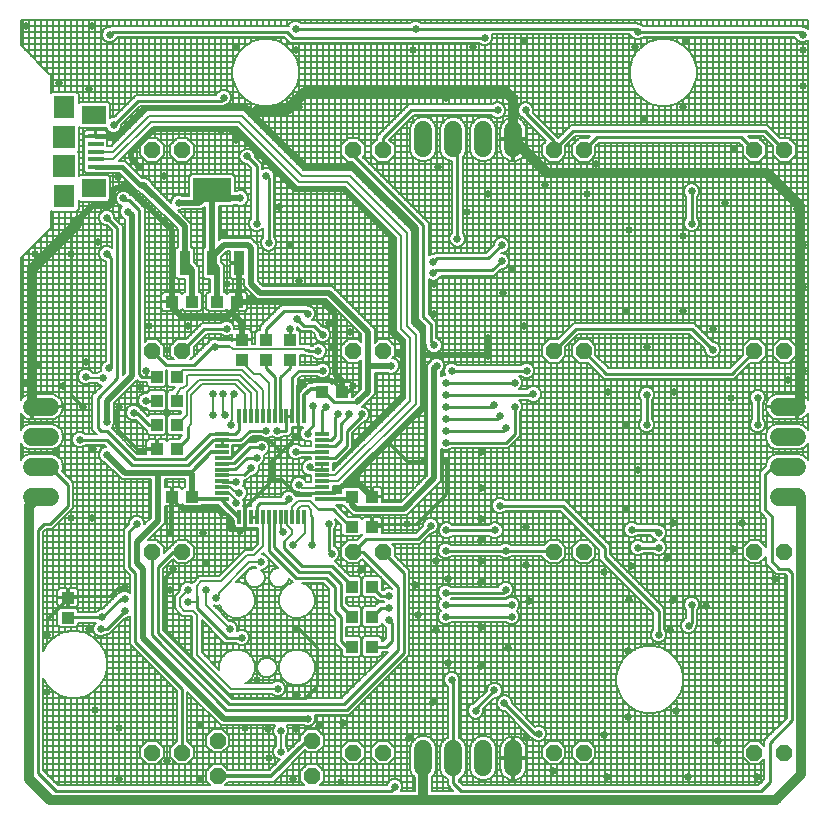
<source format=gbr>
G04 EAGLE Gerber RS-274X export*
G75*
%MOMM*%
%FSLAX34Y34*%
%LPD*%
%INBottom Copper*%
%IPPOS*%
%AMOC8*
5,1,8,0,0,1.08239X$1,22.5*%
G01*
%ADD10R,1.100000X1.000000*%
%ADD11R,1.000000X1.100000*%
%ADD12P,1.429621X8X22.500000*%
%ADD13R,1.346200X0.406400*%
%ADD14R,2.108200X1.600200*%
%ADD15R,1.803400X1.905000*%
%ADD16R,1.905000X1.905000*%
%ADD17C,1.524000*%
%ADD18P,1.429621X8X202.500000*%
%ADD19R,1.193800X0.304800*%
%ADD20R,0.304800X1.193800*%
%ADD21R,0.901600X2.066000*%
%ADD22R,3.201600X2.066000*%
%ADD23C,0.304800*%
%ADD24C,0.508000*%
%ADD25C,0.254000*%
%ADD26C,0.654800*%
%ADD27C,0.406400*%
%ADD28C,0.812800*%
%ADD29C,0.152400*%
%ADD30C,0.609600*%
%ADD31C,0.203200*%


D10*
X300600Y266700D03*
X283600Y266700D03*
X275200Y355600D03*
X258200Y355600D03*
X131200Y266700D03*
X148200Y266700D03*
X118500Y307340D03*
X135500Y307340D03*
D11*
X190500Y399660D03*
X190500Y382660D03*
D10*
X300600Y241300D03*
X283600Y241300D03*
X131200Y431800D03*
X148200Y431800D03*
X186300Y431800D03*
X169300Y431800D03*
D12*
X114600Y560000D03*
X140000Y560000D03*
X284600Y220000D03*
X310000Y220000D03*
X454600Y220000D03*
X480000Y220000D03*
X624600Y220000D03*
X650000Y220000D03*
X114600Y50000D03*
X140000Y50000D03*
X284600Y50000D03*
X310000Y50000D03*
X454600Y50000D03*
X480000Y50000D03*
X624600Y50000D03*
X650000Y50000D03*
X284600Y560000D03*
X310000Y560000D03*
X454600Y560000D03*
X480000Y560000D03*
X624600Y560000D03*
X650000Y560000D03*
X114600Y390000D03*
X140000Y390000D03*
X284600Y390000D03*
X310000Y390000D03*
X454600Y390000D03*
X480000Y390000D03*
X624600Y390000D03*
X650000Y390000D03*
X114600Y220000D03*
X140000Y220000D03*
D13*
X66743Y545800D03*
X66743Y552300D03*
X66743Y558800D03*
X66743Y565300D03*
X66743Y571800D03*
D14*
X65493Y527800D03*
X65493Y589800D03*
D15*
X39993Y520800D03*
X39993Y596800D03*
D16*
X39993Y546800D03*
X39993Y570800D03*
D17*
X420400Y52720D02*
X420400Y37480D01*
X395000Y37480D02*
X395000Y52720D01*
X369600Y52720D02*
X369600Y37480D01*
X344200Y37480D02*
X344200Y52720D01*
X344200Y561582D02*
X344200Y576822D01*
X369600Y576822D02*
X369600Y561582D01*
X395000Y561582D02*
X395000Y576822D01*
X420400Y576822D02*
X420400Y561582D01*
X645160Y266700D02*
X660400Y266700D01*
X660400Y292100D02*
X645160Y292100D01*
X645160Y317500D02*
X660400Y317500D01*
X660400Y342900D02*
X645160Y342900D01*
X27940Y342900D02*
X12700Y342900D01*
X12700Y317500D02*
X27940Y317500D01*
X27940Y292100D02*
X12700Y292100D01*
X12700Y266700D02*
X27940Y266700D01*
D11*
X135500Y327660D03*
X118500Y327660D03*
D10*
X43180Y164220D03*
X43180Y181220D03*
D11*
X135500Y347980D03*
X118500Y347980D03*
X135500Y368300D03*
X118500Y368300D03*
D10*
X210820Y382660D03*
X210820Y399660D03*
X231140Y399660D03*
X231140Y382660D03*
D11*
X300600Y190500D03*
X283600Y190500D03*
X300600Y165100D03*
X283600Y165100D03*
X300600Y139700D03*
X283600Y139700D03*
D12*
X170000Y60000D03*
X250000Y60000D03*
D18*
X250000Y30000D03*
X170000Y30000D03*
D19*
X173400Y264600D03*
X173400Y269600D03*
X173400Y274600D03*
X173400Y279600D03*
X173400Y284600D03*
X173400Y289600D03*
X173400Y294600D03*
X173400Y299600D03*
X173400Y304600D03*
X173400Y309600D03*
X173400Y314600D03*
X173400Y319600D03*
D20*
X188400Y334600D03*
X193400Y334600D03*
X198400Y334600D03*
X203400Y334600D03*
X208400Y334600D03*
X213400Y334600D03*
X218400Y334600D03*
X223400Y334600D03*
X228400Y334600D03*
X233400Y334600D03*
X238400Y334600D03*
X243400Y334600D03*
D19*
X258400Y319600D03*
X258400Y314600D03*
X258400Y309600D03*
X258400Y304600D03*
X258400Y299600D03*
X258400Y294600D03*
X258400Y289600D03*
X258400Y284600D03*
X258400Y279600D03*
X258400Y274600D03*
X258400Y269600D03*
X258400Y264600D03*
D20*
X243400Y249600D03*
X238400Y249600D03*
X233400Y249600D03*
X228400Y249600D03*
X223400Y249600D03*
X218400Y249600D03*
X213400Y249600D03*
X208400Y249600D03*
X203400Y249600D03*
X198400Y249600D03*
X193400Y249600D03*
X188400Y249600D03*
D21*
X188100Y464542D03*
X165100Y464542D03*
X142100Y464542D03*
D22*
X165100Y526058D03*
D23*
X243400Y352620D02*
X243400Y334600D01*
X243400Y352620D02*
X248920Y358140D01*
X255660Y358140D01*
X258200Y355600D01*
X258400Y264600D02*
X281500Y264600D01*
X283600Y266700D01*
X173400Y264600D02*
X150300Y264600D01*
X148200Y266700D01*
X173400Y264600D02*
X173400Y263480D01*
X187280Y249600D02*
X188400Y249600D01*
X187280Y249600D02*
X173400Y263480D01*
X173400Y304600D02*
X164900Y304600D01*
X148200Y287900D02*
X148200Y266700D01*
X148200Y287900D02*
X164900Y304600D01*
D24*
X169300Y460342D02*
X165100Y464542D01*
X169300Y460342D02*
X169300Y431800D01*
X165100Y464542D02*
X165100Y526058D01*
X165100Y469900D02*
X165100Y464542D01*
X165100Y469900D02*
X175260Y480060D01*
X195580Y480060D02*
X198120Y477520D01*
X198120Y447040D02*
X205740Y439420D01*
X264160Y439420D01*
X297180Y406400D01*
X297180Y355600D02*
X288290Y346710D01*
D25*
X268732Y346710D01*
D24*
X195580Y480060D02*
X175260Y480060D01*
X198120Y477520D02*
X198120Y447040D01*
X297180Y406400D02*
X297180Y377444D01*
D25*
X259842Y355600D02*
X258200Y355600D01*
X259842Y355600D02*
X268732Y346710D01*
D24*
X283600Y266700D02*
X283600Y259960D01*
X287020Y256540D01*
X353568Y375412D02*
X355600Y377444D01*
X353568Y375412D02*
X353568Y282448D01*
D26*
X355600Y377444D03*
X316992Y377444D03*
D24*
X297180Y377444D01*
X287020Y256540D02*
X327660Y256540D01*
X353568Y282448D01*
X297180Y355600D02*
X297180Y377444D01*
D26*
X189230Y519430D03*
D24*
X171728Y519430D01*
X165100Y526058D01*
D26*
X246380Y78740D03*
D24*
X147320Y287020D02*
X119380Y287020D01*
X147320Y287020D02*
X148200Y286140D01*
X148200Y266700D01*
X175260Y78740D02*
X246380Y78740D01*
X175260Y78740D02*
X106680Y147320D01*
X106680Y205740D01*
X101600Y210820D01*
X101600Y228600D01*
X119380Y246380D01*
X119380Y287020D01*
X91440Y287020D02*
X76200Y302260D01*
D26*
X76200Y302260D03*
X76200Y330200D03*
D24*
X76200Y347980D01*
D26*
X93980Y508000D03*
X137160Y515620D03*
D24*
X154662Y515620D01*
X165100Y526058D01*
X119380Y287020D02*
X91440Y287020D01*
X76200Y347980D02*
X97282Y369062D01*
X97282Y504698D01*
X93980Y508000D01*
D25*
X245420Y60000D02*
X250000Y60000D01*
D23*
X215420Y30000D02*
X170000Y30000D01*
X215420Y30000D02*
X245420Y60000D01*
X238400Y334600D02*
X238400Y360320D01*
X243840Y365760D01*
X266700Y365760D01*
X275200Y357260D01*
X275200Y355600D01*
X269600Y269600D02*
X258400Y269600D01*
X269600Y269600D02*
X276860Y276860D01*
X278892Y276860D01*
X292100Y276860D01*
X300600Y268360D01*
X300600Y266700D01*
X193400Y249600D02*
X193400Y239120D01*
X193040Y238760D01*
X180340Y238760D01*
X180340Y248920D01*
X172720Y256540D01*
X139700Y256540D01*
X131200Y265040D01*
X131200Y266700D01*
X181528Y299600D02*
X197396Y315468D01*
X181528Y299600D02*
X173400Y299600D01*
X212852Y315468D02*
X223520Y304800D01*
X215900Y297180D02*
X215900Y281940D01*
X213360Y281940D02*
X213360Y277114D01*
X193400Y257154D02*
X193400Y249600D01*
X197396Y315468D02*
X212852Y315468D01*
X213360Y277114D02*
X193400Y257154D01*
D24*
X188100Y433600D02*
X188100Y464542D01*
X188100Y433600D02*
X186300Y431800D01*
X186300Y427600D01*
X180340Y421640D01*
X177800Y419100D01*
X139700Y419100D01*
X131200Y427600D01*
X131200Y431800D01*
D25*
X235860Y269600D02*
X258400Y269600D01*
X235860Y269600D02*
X223520Y281940D01*
X215900Y281940D01*
X213360Y281940D01*
X238400Y319680D02*
X238400Y334600D01*
X238400Y319680D02*
X223520Y304800D01*
X215900Y297180D01*
D24*
X190500Y399660D02*
X190500Y414020D01*
X182880Y421640D01*
X180340Y421640D01*
X186300Y431800D02*
X259080Y431800D01*
X269240Y421640D01*
X275200Y364880D02*
X275200Y357260D01*
X269240Y370840D02*
X269240Y421640D01*
X269240Y370840D02*
X275200Y364880D01*
D27*
X85136Y571800D02*
X66743Y571800D01*
D24*
X85136Y571800D02*
X108712Y595376D01*
X194564Y595376D01*
X199390Y590550D01*
X245364Y544576D01*
X284480Y544576D01*
X337820Y491490D01*
X337820Y414020D01*
X343916Y407924D01*
X343916Y386334D01*
X343916Y360680D01*
X343916Y341884D01*
X314706Y312674D01*
X285496Y283464D01*
X278892Y276860D01*
X285496Y281804D02*
X300600Y266700D01*
X285496Y281804D02*
X285496Y283464D01*
X131200Y431800D02*
X131200Y492116D01*
X91948Y531368D02*
X91440Y531368D01*
D26*
X91440Y531368D03*
X103632Y546100D03*
D24*
X96520Y553212D01*
X91948Y531368D02*
X131200Y492116D01*
X96520Y553212D02*
X96520Y558697D01*
X115927Y578104D01*
X184912Y578104D01*
X188468Y574548D01*
X235712Y527304D01*
X276860Y527304D01*
X317500Y486156D01*
X317500Y406400D01*
X326644Y397256D01*
X326644Y387604D01*
X326644Y351536D01*
X287528Y312420D01*
D25*
X343916Y360680D02*
X344452Y360680D01*
X345214Y361442D01*
D26*
X345214Y361442D03*
X284480Y360680D03*
D25*
X279400Y355600D01*
X275200Y355600D01*
D26*
X236220Y154940D03*
D25*
X238760Y154940D01*
X254000Y139700D02*
X254000Y106680D01*
X254000Y139700D02*
X238760Y154940D01*
X254000Y106680D02*
X243840Y96520D01*
X182118Y96520D01*
D26*
X132080Y205740D03*
X129540Y236220D03*
D25*
X129540Y263380D01*
X131200Y265040D01*
X124460Y154178D02*
X182118Y96520D01*
X124460Y154178D02*
X124460Y198120D01*
X132080Y205740D01*
D26*
X25400Y149860D03*
D25*
X25400Y163440D01*
X43180Y181220D01*
D26*
X91440Y190500D03*
D25*
X86360Y190500D01*
X78740Y182880D01*
X101600Y307340D02*
X118500Y307340D01*
X101600Y307340D02*
X83820Y325120D01*
X83820Y340360D02*
X86360Y342900D01*
D26*
X86360Y342900D03*
X55880Y342900D03*
D25*
X45720Y353060D01*
X45720Y495300D02*
X48260Y497840D01*
X83820Y340360D02*
X83820Y325120D01*
X45720Y353060D02*
X45720Y472440D01*
X45720Y495300D01*
D24*
X88392Y528320D02*
X91440Y531368D01*
X88392Y528320D02*
X83820Y528320D01*
X81280Y525780D01*
X81280Y515620D01*
X78740Y513080D01*
X63500Y513080D01*
X50800Y500380D01*
D26*
X398780Y386080D03*
D24*
X50800Y500380D02*
X48260Y497840D01*
X345948Y386334D02*
X398526Y386334D01*
X398780Y386080D01*
X398780Y393700D01*
D26*
X398780Y393700D03*
D24*
X398780Y401320D01*
D26*
X398780Y401320D03*
D25*
X303140Y243840D02*
X300600Y241300D01*
X363220Y269240D02*
X363220Y297180D01*
D26*
X363220Y297180D03*
X344678Y297180D03*
D25*
X330200Y297180D01*
X314706Y312674D01*
X303140Y243840D02*
X337820Y243840D01*
X363220Y269240D01*
D26*
X45720Y472440D03*
D24*
X343916Y386334D02*
X345948Y386334D01*
D26*
X345948Y386334D03*
X323942Y387604D03*
D23*
X326644Y387604D01*
D28*
X448582Y541020D02*
X420400Y569202D01*
X660400Y342900D02*
X662940Y345440D01*
X635000Y541020D02*
X448582Y541020D01*
X635000Y541020D02*
X662940Y513080D01*
X662940Y345440D01*
X12700Y342900D02*
X12700Y459740D01*
X50800Y497840D02*
X50800Y500380D01*
X50800Y497840D02*
X12700Y459740D01*
D24*
X185420Y571500D02*
X188468Y574548D01*
X185420Y571500D02*
X185420Y568960D01*
D26*
X185420Y568960D03*
X203200Y594360D03*
D28*
X228600Y594360D01*
X243840Y609600D01*
X414020Y609600D01*
X420400Y603220D01*
X420400Y569202D01*
D29*
X239945Y310375D02*
X237528Y311376D01*
X234912Y311376D01*
X232495Y310375D01*
X230645Y308525D01*
X229644Y306108D01*
X229644Y303492D01*
X230645Y301075D01*
X232495Y299225D01*
X234912Y298224D01*
X237528Y298224D01*
X239945Y299225D01*
X240948Y300228D01*
X249129Y300228D01*
X249129Y298168D01*
X246596Y298168D01*
X244179Y297167D01*
X242329Y295317D01*
X241328Y292900D01*
X241328Y290284D01*
X242329Y287867D01*
X244179Y286017D01*
X246596Y285016D01*
X249129Y285016D01*
X249129Y278638D01*
X245141Y278638D01*
X244335Y280585D01*
X242485Y282435D01*
X240068Y283436D01*
X237452Y283436D01*
X235035Y282435D01*
X233185Y280585D01*
X232184Y278168D01*
X232184Y275552D01*
X233185Y273135D01*
X235035Y271285D01*
X237452Y270284D01*
X239229Y270284D01*
X239511Y270002D01*
X249129Y270002D01*
X249129Y269600D01*
X258400Y269600D01*
X258400Y269600D01*
X249129Y269600D01*
X249129Y267641D01*
X249161Y267523D01*
X249129Y267492D01*
X249129Y266954D01*
X236549Y266954D01*
X235953Y268393D01*
X234103Y270243D01*
X231686Y271244D01*
X229070Y271244D01*
X226653Y270243D01*
X224803Y268393D01*
X223891Y266192D01*
X203846Y266192D01*
X201168Y263514D01*
X198628Y260974D01*
X198628Y258871D01*
X195508Y258871D01*
X195477Y258839D01*
X195359Y258871D01*
X193400Y258871D01*
X193400Y249600D01*
X193400Y249600D01*
X193400Y258871D01*
X191954Y258871D01*
X192504Y260198D01*
X192504Y262814D01*
X191860Y264369D01*
X192204Y264511D01*
X194053Y266361D01*
X195055Y268778D01*
X195055Y271394D01*
X194053Y273811D01*
X192204Y275661D01*
X191643Y275893D01*
X192250Y277358D01*
X192250Y279974D01*
X192067Y280416D01*
X194426Y280416D01*
X198518Y284508D01*
X199936Y284508D01*
X202353Y285509D01*
X204203Y287359D01*
X205204Y289776D01*
X205204Y292392D01*
X204836Y293280D01*
X206925Y294145D01*
X208775Y295995D01*
X209776Y298412D01*
X209776Y301028D01*
X209334Y302096D01*
X210989Y302781D01*
X212839Y304631D01*
X213840Y307048D01*
X213840Y309664D01*
X212839Y312081D01*
X210989Y313931D01*
X208572Y314932D01*
X205956Y314932D01*
X203539Y313931D01*
X202536Y312928D01*
X195210Y312928D01*
X182671Y300389D01*
X182671Y301559D01*
X182639Y301677D01*
X182671Y301708D01*
X182671Y310028D01*
X191018Y310028D01*
X193696Y312706D01*
X198998Y318008D01*
X206600Y318008D01*
X207603Y317005D01*
X210020Y316004D01*
X212636Y316004D01*
X215053Y317005D01*
X215900Y317852D01*
X216747Y317005D01*
X219164Y316004D01*
X221780Y316004D01*
X224197Y317005D01*
X225200Y318008D01*
X230294Y318008D01*
X232972Y320686D01*
X232972Y325329D01*
X236292Y325329D01*
X236323Y325361D01*
X236441Y325329D01*
X238400Y325329D01*
X238400Y334600D01*
X238400Y334600D01*
X238400Y325329D01*
X240359Y325329D01*
X240477Y325361D01*
X240508Y325329D01*
X242369Y325329D01*
X240805Y323765D01*
X239804Y321348D01*
X239804Y318732D01*
X240805Y316315D01*
X242655Y314465D01*
X245072Y313464D01*
X247688Y313464D01*
X249129Y314061D01*
X249129Y309372D01*
X240948Y309372D01*
X239945Y310375D01*
X209915Y199762D02*
X209915Y196478D01*
X209915Y199762D02*
X208658Y202796D01*
X206702Y204752D01*
X208064Y204752D01*
X210481Y205753D01*
X212331Y207603D01*
X213332Y210020D01*
X213332Y212636D01*
X212331Y215053D01*
X210481Y216903D01*
X208064Y217904D01*
X207755Y217904D01*
X208862Y219012D01*
X221499Y206375D01*
X220338Y206375D01*
X217304Y205118D01*
X214982Y202796D01*
X213725Y199762D01*
X213725Y196478D01*
X214982Y193444D01*
X217304Y191122D01*
X220338Y189865D01*
X223622Y189865D01*
X226656Y191122D01*
X228978Y193444D01*
X230235Y196478D01*
X230235Y197639D01*
X231648Y196226D01*
X233796Y194078D01*
X228623Y191936D01*
X224354Y187667D01*
X222044Y182089D01*
X222044Y176051D01*
X224354Y170473D01*
X228623Y166204D01*
X234201Y163894D01*
X240239Y163894D01*
X245817Y166204D01*
X250086Y170473D01*
X252396Y176051D01*
X252396Y182089D01*
X250086Y187667D01*
X245817Y191936D01*
X241924Y193548D01*
X259726Y193548D01*
X264668Y188606D01*
X264668Y168286D01*
X267346Y165608D01*
X269748Y163206D01*
X269748Y142886D01*
X274828Y137806D01*
X275298Y137336D01*
X275298Y132832D01*
X277232Y130898D01*
X289968Y130898D01*
X291902Y132832D01*
X291902Y146568D01*
X289968Y148502D01*
X278892Y148502D01*
X278892Y156298D01*
X289968Y156298D01*
X291902Y158232D01*
X291902Y171968D01*
X289968Y173902D01*
X281264Y173902D01*
X278892Y176274D01*
X278892Y181698D01*
X289968Y181698D01*
X291902Y183632D01*
X291902Y197368D01*
X289968Y199302D01*
X282144Y199302D01*
X269121Y212325D01*
X270425Y212865D01*
X272275Y214715D01*
X273276Y217132D01*
X273276Y219748D01*
X272275Y222165D01*
X270425Y224015D01*
X268732Y224716D01*
X268732Y239112D01*
X269735Y240115D01*
X270736Y242532D01*
X270736Y245148D01*
X269747Y247535D01*
X274798Y242484D01*
X274798Y234932D01*
X276732Y232998D01*
X290468Y232998D01*
X292196Y234726D01*
X292439Y234305D01*
X291168Y233034D01*
X288040Y229906D01*
X280497Y229906D01*
X274694Y224103D01*
X274694Y215897D01*
X280497Y210094D01*
X288703Y210094D01*
X292612Y214003D01*
X317788Y188827D01*
X316268Y189456D01*
X313652Y189456D01*
X311235Y188455D01*
X310232Y187452D01*
X310114Y187452D01*
X308902Y188664D01*
X308902Y197368D01*
X306968Y199302D01*
X294232Y199302D01*
X292298Y197368D01*
X292298Y183632D01*
X294232Y181698D01*
X302936Y181698D01*
X303648Y180986D01*
X306326Y178308D01*
X310232Y178308D01*
X310740Y177800D01*
X310232Y177292D01*
X306326Y177292D01*
X303648Y174614D01*
X302936Y173902D01*
X294232Y173902D01*
X292298Y171968D01*
X292298Y158232D01*
X294232Y156298D01*
X306968Y156298D01*
X308902Y158232D01*
X308902Y160002D01*
X309385Y158835D01*
X311235Y156985D01*
X312928Y156284D01*
X312928Y146674D01*
X310526Y144272D01*
X308902Y144272D01*
X308902Y146568D01*
X306968Y148502D01*
X294232Y148502D01*
X292298Y146568D01*
X292298Y132832D01*
X294232Y130898D01*
X306968Y130898D01*
X308902Y132832D01*
X308902Y135128D01*
X314082Y135128D01*
X274966Y96012D01*
X181726Y96012D01*
X124252Y153486D01*
X124252Y205406D01*
X132418Y213573D01*
X135897Y210094D01*
X144103Y210094D01*
X149906Y215897D01*
X149906Y224103D01*
X144103Y229906D01*
X135897Y229906D01*
X130563Y224572D01*
X130486Y224572D01*
X124506Y218592D01*
X124506Y224103D01*
X118703Y229906D01*
X111168Y229906D01*
X121800Y240538D01*
X125222Y243960D01*
X125222Y258410D01*
X125265Y258398D01*
X130438Y258398D01*
X130438Y265938D01*
X131962Y265938D01*
X131962Y258398D01*
X137135Y258398D01*
X137975Y258623D01*
X138727Y259058D01*
X139342Y259673D01*
X139604Y260126D01*
X141332Y258398D01*
X155068Y258398D01*
X156444Y259774D01*
X170281Y259774D01*
X183574Y246481D01*
X183574Y242263D01*
X185508Y240329D01*
X191292Y240329D01*
X191323Y240361D01*
X191441Y240329D01*
X193400Y240329D01*
X193400Y249600D01*
X193400Y249600D01*
X193400Y240329D01*
X195359Y240329D01*
X195477Y240361D01*
X195508Y240329D01*
X204082Y240329D01*
X204082Y226445D01*
X199379Y221742D01*
X193283Y221742D01*
X170931Y199390D01*
X154421Y199390D01*
X150611Y195580D01*
X148536Y193504D01*
X148505Y193535D01*
X146088Y194536D01*
X143472Y194536D01*
X141055Y193535D01*
X139205Y191685D01*
X138204Y189268D01*
X138204Y187491D01*
X136133Y185420D01*
X136133Y185420D01*
X133604Y182891D01*
X133604Y172201D01*
X137414Y168391D01*
X139943Y165862D01*
X147224Y165862D01*
X148082Y165004D01*
X148082Y131138D01*
X176869Y102351D01*
X176869Y102351D01*
X179398Y99822D01*
X215998Y99822D01*
X217255Y98565D01*
X219672Y97564D01*
X222288Y97564D01*
X224705Y98565D01*
X226555Y100415D01*
X227556Y102832D01*
X227556Y105448D01*
X226555Y107865D01*
X224705Y109715D01*
X222288Y110716D01*
X219672Y110716D01*
X217255Y109715D01*
X215998Y108458D01*
X193577Y108458D01*
X195017Y109054D01*
X199286Y113323D01*
X201596Y118901D01*
X201596Y124939D01*
X199286Y130517D01*
X195017Y134786D01*
X189439Y137096D01*
X183401Y137096D01*
X177823Y134786D01*
X173554Y130517D01*
X171244Y124939D01*
X171244Y120190D01*
X156718Y134716D01*
X156718Y161936D01*
X175906Y142748D01*
X185772Y142748D01*
X186775Y141745D01*
X189192Y140744D01*
X191808Y140744D01*
X194225Y141745D01*
X196075Y143595D01*
X197076Y146012D01*
X197076Y148628D01*
X196075Y151045D01*
X194225Y152895D01*
X191808Y153896D01*
X189192Y153896D01*
X186775Y152895D01*
X186494Y152614D01*
X186916Y153632D01*
X186916Y156248D01*
X185915Y158665D01*
X184065Y160515D01*
X181648Y161516D01*
X179871Y161516D01*
X166896Y174491D01*
X167424Y174272D01*
X170040Y174272D01*
X171697Y174958D01*
X173554Y170473D01*
X177823Y166204D01*
X183401Y163894D01*
X189439Y163894D01*
X195017Y166204D01*
X199286Y170473D01*
X201596Y176051D01*
X201596Y182089D01*
X199286Y187667D01*
X195017Y191936D01*
X189439Y194246D01*
X185881Y194246D01*
X198645Y207010D01*
X201774Y207010D01*
X202409Y206375D01*
X200018Y206375D01*
X196984Y205118D01*
X194662Y202796D01*
X193405Y199762D01*
X193405Y196478D01*
X194662Y193444D01*
X196984Y191122D01*
X200018Y189865D01*
X203302Y189865D01*
X206336Y191122D01*
X208658Y193444D01*
X209915Y196478D01*
X220075Y123562D02*
X220075Y120278D01*
X220075Y123562D02*
X218818Y126596D01*
X216496Y128918D01*
X213462Y130175D01*
X210178Y130175D01*
X207144Y128918D01*
X204822Y126596D01*
X203565Y123562D01*
X203565Y120278D01*
X204822Y117244D01*
X207144Y114922D01*
X210178Y113665D01*
X213462Y113665D01*
X216496Y114922D01*
X218818Y117244D01*
X220075Y120278D01*
X252396Y118901D02*
X252396Y124939D01*
X250086Y130517D01*
X245817Y134786D01*
X240239Y137096D01*
X234201Y137096D01*
X228623Y134786D01*
X224354Y130517D01*
X222044Y124939D01*
X222044Y118901D01*
X224354Y113323D01*
X228623Y109054D01*
X234201Y106744D01*
X240239Y106744D01*
X245817Y109054D01*
X250086Y113323D01*
X252396Y118901D01*
X173400Y299600D02*
X173400Y299600D01*
X181882Y299600D01*
X181882Y299600D01*
X173400Y299600D01*
X109100Y536702D02*
X105841Y536702D01*
X91409Y551134D01*
X86325Y551134D01*
X115073Y579882D01*
X186171Y579882D01*
X234442Y531611D01*
X236971Y529082D01*
X277611Y529082D01*
X320802Y485891D01*
X320802Y407151D01*
X328422Y399531D01*
X328422Y349769D01*
X267671Y289018D01*
X267671Y295148D01*
X271134Y295148D01*
X281294Y305308D01*
X281294Y305308D01*
X283972Y307986D01*
X283972Y320686D01*
X293034Y329748D01*
X293408Y329748D01*
X295825Y330749D01*
X297675Y332599D01*
X298676Y335016D01*
X298676Y337632D01*
X297675Y340049D01*
X295825Y341899D01*
X293408Y342900D01*
X292742Y342900D01*
X299600Y349758D01*
X299600Y349758D01*
X303022Y353180D01*
X303022Y371602D01*
X313912Y371602D01*
X315684Y370868D01*
X318300Y370868D01*
X320717Y371869D01*
X322567Y373719D01*
X323568Y376136D01*
X323568Y378752D01*
X322567Y381169D01*
X320717Y383019D01*
X318300Y384020D01*
X318029Y384020D01*
X319906Y385897D01*
X319906Y394103D01*
X314103Y399906D01*
X305897Y399906D01*
X303022Y397031D01*
X303022Y408820D01*
X299600Y412242D01*
X266580Y445262D01*
X208160Y445262D01*
X203962Y449460D01*
X203962Y479940D01*
X200540Y483362D01*
X198000Y485902D01*
X172840Y485902D01*
X170942Y484004D01*
X170942Y512426D01*
X182476Y512426D01*
X183638Y513588D01*
X186150Y513588D01*
X187922Y512854D01*
X190538Y512854D01*
X192955Y513855D01*
X194805Y515705D01*
X195806Y518122D01*
X195806Y520738D01*
X194805Y523155D01*
X192955Y525005D01*
X190538Y526006D01*
X187922Y526006D01*
X186150Y525272D01*
X184410Y525272D01*
X184410Y537756D01*
X182476Y539690D01*
X147724Y539690D01*
X145790Y537756D01*
X145790Y521462D01*
X140240Y521462D01*
X138468Y522196D01*
X135852Y522196D01*
X133435Y521195D01*
X131585Y519345D01*
X130584Y516928D01*
X130584Y515218D01*
X114259Y531543D01*
X113525Y533315D01*
X111675Y535165D01*
X109903Y535899D01*
X109100Y536702D01*
X219936Y482892D02*
X219936Y480276D01*
X219936Y482892D02*
X218935Y485309D01*
X217932Y486312D01*
X217932Y538342D01*
X217904Y538370D01*
X217904Y539788D01*
X216903Y542205D01*
X215053Y544055D01*
X212636Y545056D01*
X210020Y545056D01*
X207772Y544125D01*
X207772Y548502D01*
X205094Y551180D01*
X201648Y554626D01*
X201648Y556044D01*
X200647Y558461D01*
X198797Y560311D01*
X196380Y561312D01*
X193764Y561312D01*
X191347Y560311D01*
X189497Y558461D01*
X188496Y556044D01*
X188496Y553428D01*
X189497Y551011D01*
X191347Y549161D01*
X193764Y548160D01*
X195182Y548160D01*
X198628Y544714D01*
X198628Y502568D01*
X197625Y501565D01*
X196624Y499148D01*
X196624Y496532D01*
X197625Y494115D01*
X199475Y492265D01*
X201892Y491264D01*
X204508Y491264D01*
X206925Y492265D01*
X208775Y494115D01*
X208788Y494147D01*
X208788Y486312D01*
X207785Y485309D01*
X206784Y482892D01*
X206784Y480276D01*
X207785Y477859D01*
X209635Y476009D01*
X212052Y475008D01*
X214668Y475008D01*
X217085Y476009D01*
X218935Y477859D01*
X219936Y480276D01*
X124506Y555897D02*
X124506Y564103D01*
X118703Y569906D01*
X110497Y569906D01*
X104694Y564103D01*
X104694Y555897D01*
X110497Y550094D01*
X118703Y550094D01*
X124506Y555897D01*
X149906Y555897D02*
X149906Y564103D01*
X144103Y569906D01*
X135897Y569906D01*
X130094Y564103D01*
X130094Y555897D01*
X135897Y550094D01*
X144103Y550094D01*
X149906Y555897D01*
X355122Y54893D02*
X355122Y35307D01*
X355122Y54893D02*
X353459Y58907D01*
X350387Y61979D01*
X346373Y63642D01*
X342027Y63642D01*
X338013Y61979D01*
X334941Y58907D01*
X333278Y54893D01*
X333278Y35307D01*
X334941Y31293D01*
X336834Y29400D01*
X336834Y17526D01*
X325673Y17526D01*
X326616Y19802D01*
X326616Y22418D01*
X325615Y24835D01*
X323765Y26685D01*
X321348Y27686D01*
X318732Y27686D01*
X316315Y26685D01*
X314465Y24835D01*
X313464Y22418D01*
X313464Y22352D01*
X256361Y22352D01*
X259906Y25897D01*
X259906Y34103D01*
X254103Y39906D01*
X245897Y39906D01*
X240094Y34103D01*
X240094Y25897D01*
X243639Y22352D01*
X176361Y22352D01*
X179183Y25174D01*
X217419Y25174D01*
X244118Y51873D01*
X245897Y50094D01*
X254103Y50094D01*
X259906Y55897D01*
X259906Y64103D01*
X254103Y69906D01*
X245897Y69906D01*
X240094Y64103D01*
X240094Y61499D01*
X230096Y51501D01*
X230096Y52108D01*
X229095Y54525D01*
X227838Y55782D01*
X227838Y63598D01*
X229095Y64855D01*
X230096Y67272D01*
X230096Y69888D01*
X229095Y72305D01*
X228502Y72898D01*
X243300Y72898D01*
X245072Y72164D01*
X247688Y72164D01*
X250105Y73165D01*
X251955Y75015D01*
X252956Y77432D01*
X252956Y80048D01*
X252235Y81788D01*
X281294Y81788D01*
X329554Y130048D01*
X332232Y132726D01*
X332232Y204234D01*
X329554Y206912D01*
X319906Y216560D01*
X319906Y224103D01*
X317441Y226568D01*
X341520Y226568D01*
X344198Y229246D01*
X350410Y235458D01*
X351828Y235458D01*
X354245Y236459D01*
X356095Y238309D01*
X357096Y240726D01*
X357096Y243342D01*
X356095Y245759D01*
X354245Y247609D01*
X351828Y248610D01*
X349212Y248610D01*
X346795Y247609D01*
X344945Y245759D01*
X343944Y243342D01*
X343944Y241924D01*
X337732Y235712D01*
X309361Y235712D01*
X309402Y235865D01*
X309402Y240538D01*
X301362Y240538D01*
X301362Y242062D01*
X309402Y242062D01*
X309402Y246735D01*
X309177Y247575D01*
X308742Y248327D01*
X308127Y248942D01*
X307375Y249377D01*
X306535Y249602D01*
X301362Y249602D01*
X301362Y242062D01*
X299838Y242062D01*
X299838Y249602D01*
X294665Y249602D01*
X293825Y249377D01*
X293073Y248942D01*
X292458Y248327D01*
X292196Y247874D01*
X290468Y249602D01*
X280612Y249602D01*
X272288Y257926D01*
X270440Y259774D01*
X275356Y259774D01*
X276732Y258398D01*
X277758Y258398D01*
X277758Y257540D01*
X281178Y254120D01*
X284600Y250698D01*
X330080Y250698D01*
X359410Y280028D01*
X359410Y306930D01*
X359495Y306845D01*
X361912Y305844D01*
X364528Y305844D01*
X366945Y306845D01*
X367948Y307848D01*
X415914Y307848D01*
X426212Y318146D01*
X426212Y338172D01*
X427215Y339175D01*
X428216Y341592D01*
X428216Y344208D01*
X427215Y346625D01*
X425365Y348475D01*
X425333Y348488D01*
X433168Y348488D01*
X433663Y347993D01*
X436080Y346992D01*
X438696Y346992D01*
X441113Y347993D01*
X442963Y349843D01*
X443964Y352260D01*
X443964Y354876D01*
X442963Y357293D01*
X441113Y359143D01*
X438696Y360144D01*
X436080Y360144D01*
X433663Y359143D01*
X432152Y357632D01*
X425333Y357632D01*
X425365Y357645D01*
X427215Y359495D01*
X428216Y361912D01*
X428216Y364528D01*
X427215Y366945D01*
X425365Y368795D01*
X425333Y368808D01*
X427072Y368808D01*
X428075Y367805D01*
X430492Y366804D01*
X433108Y366804D01*
X435525Y367805D01*
X437375Y369655D01*
X438376Y372072D01*
X438376Y374688D01*
X437375Y377105D01*
X435525Y378955D01*
X433108Y379956D01*
X430492Y379956D01*
X428075Y378955D01*
X427072Y377952D01*
X373028Y377952D01*
X372025Y378955D01*
X369608Y379956D01*
X366992Y379956D01*
X364575Y378955D01*
X362725Y377105D01*
X361724Y374688D01*
X361724Y372072D01*
X362667Y369796D01*
X361912Y369796D01*
X359495Y368795D01*
X359410Y368710D01*
X359410Y371954D01*
X361175Y373719D01*
X362176Y376136D01*
X362176Y378752D01*
X361175Y381169D01*
X359325Y383019D01*
X356908Y384020D01*
X354292Y384020D01*
X351875Y383019D01*
X350025Y381169D01*
X349291Y379397D01*
X347726Y377832D01*
X347726Y284868D01*
X325240Y262382D01*
X309402Y262382D01*
X309402Y265938D01*
X301362Y265938D01*
X301362Y267462D01*
X309402Y267462D01*
X309402Y272135D01*
X309177Y272975D01*
X308742Y273727D01*
X308127Y274342D01*
X307375Y274777D01*
X306535Y275002D01*
X301362Y275002D01*
X301362Y267462D01*
X299838Y267462D01*
X299838Y275002D01*
X294665Y275002D01*
X293825Y274777D01*
X293073Y274342D01*
X292458Y273727D01*
X292196Y273274D01*
X290468Y275002D01*
X276732Y275002D01*
X274798Y273068D01*
X274798Y269426D01*
X267671Y269426D01*
X267671Y269600D01*
X258400Y269600D01*
X258400Y269600D01*
X267671Y269600D01*
X267671Y271559D01*
X267639Y271677D01*
X267671Y271708D01*
X267671Y275282D01*
X273769Y275282D01*
X276298Y277811D01*
X276298Y277811D01*
X339609Y341122D01*
X339609Y341122D01*
X342138Y343651D01*
X342138Y405649D01*
X334518Y413269D01*
X334518Y492009D01*
X283729Y542798D01*
X243089Y542798D01*
X194818Y591069D01*
X192289Y593598D01*
X109971Y593598D01*
X107442Y591069D01*
X107442Y591069D01*
X79491Y563118D01*
X76776Y563118D01*
X76776Y568700D01*
X76642Y568834D01*
X76776Y569333D01*
X76776Y571546D01*
X66997Y571546D01*
X66997Y572054D01*
X76776Y572054D01*
X76776Y574267D01*
X76551Y575107D01*
X76116Y575859D01*
X75501Y576474D01*
X74749Y576909D01*
X73909Y577134D01*
X66997Y577134D01*
X66997Y572054D01*
X66489Y572054D01*
X66489Y577134D01*
X59577Y577134D01*
X58737Y576909D01*
X57985Y576474D01*
X57370Y575859D01*
X56935Y575107D01*
X56710Y574267D01*
X56710Y572054D01*
X66489Y572054D01*
X66489Y571546D01*
X56710Y571546D01*
X56710Y569333D01*
X56844Y568834D01*
X56710Y568700D01*
X56710Y542400D01*
X58644Y540466D01*
X86991Y540466D01*
X98298Y529159D01*
X98298Y528440D01*
X101720Y525018D01*
X103222Y525018D01*
X104225Y524015D01*
X105997Y523281D01*
X136258Y493020D01*
X136258Y478174D01*
X136224Y478174D01*
X134290Y476240D01*
X134290Y452844D01*
X136224Y450910D01*
X142358Y450910D01*
X142358Y440102D01*
X141332Y440102D01*
X139604Y438374D01*
X139342Y438827D01*
X138727Y439442D01*
X137975Y439877D01*
X137135Y440102D01*
X131962Y440102D01*
X131962Y432562D01*
X130438Y432562D01*
X130438Y440102D01*
X125265Y440102D01*
X124425Y439877D01*
X123673Y439442D01*
X123058Y438827D01*
X122623Y438075D01*
X122398Y437235D01*
X122398Y432562D01*
X130438Y432562D01*
X130438Y431038D01*
X122398Y431038D01*
X122398Y426365D01*
X122623Y425525D01*
X123058Y424773D01*
X123673Y424158D01*
X124425Y423723D01*
X125265Y423498D01*
X130438Y423498D01*
X130438Y431038D01*
X131962Y431038D01*
X131962Y423498D01*
X137135Y423498D01*
X137975Y423723D01*
X138727Y424158D01*
X139342Y424773D01*
X139604Y425226D01*
X141332Y423498D01*
X155068Y423498D01*
X157002Y425432D01*
X157002Y438168D01*
X155068Y440102D01*
X154042Y440102D01*
X154042Y460862D01*
X150620Y464284D01*
X149910Y464994D01*
X149910Y476240D01*
X147976Y478174D01*
X147942Y478174D01*
X147942Y497860D01*
X144520Y501282D01*
X136758Y509044D01*
X138468Y509044D01*
X140240Y509778D01*
X157082Y509778D01*
X159258Y511954D01*
X159258Y478174D01*
X159224Y478174D01*
X157290Y476240D01*
X157290Y452844D01*
X159224Y450910D01*
X163458Y450910D01*
X163458Y440102D01*
X162432Y440102D01*
X160498Y438168D01*
X160498Y425432D01*
X162432Y423498D01*
X176168Y423498D01*
X177896Y425226D01*
X178158Y424773D01*
X178773Y424158D01*
X179525Y423723D01*
X180365Y423498D01*
X185538Y423498D01*
X185538Y431038D01*
X187062Y431038D01*
X187062Y423498D01*
X192235Y423498D01*
X193075Y423723D01*
X193827Y424158D01*
X194442Y424773D01*
X194877Y425525D01*
X195102Y426365D01*
X195102Y431038D01*
X187062Y431038D01*
X187062Y432562D01*
X195102Y432562D01*
X195102Y437235D01*
X194877Y438075D01*
X194442Y438827D01*
X193827Y439442D01*
X193075Y439877D01*
X192235Y440102D01*
X187062Y440102D01*
X187062Y432562D01*
X185538Y432562D01*
X185538Y440102D01*
X180365Y440102D01*
X179525Y439877D01*
X178773Y439442D01*
X178158Y438827D01*
X177896Y438374D01*
X176168Y440102D01*
X175142Y440102D01*
X175142Y462762D01*
X172910Y464994D01*
X172910Y469448D01*
X177680Y474218D01*
X180290Y474218D01*
X180290Y465304D01*
X187338Y465304D01*
X187338Y463780D01*
X180290Y463780D01*
X180290Y453777D01*
X180515Y452937D01*
X180950Y452185D01*
X181565Y451570D01*
X182317Y451135D01*
X183157Y450910D01*
X187338Y450910D01*
X187338Y463780D01*
X188862Y463780D01*
X188862Y450910D01*
X192278Y450910D01*
X192278Y444620D01*
X195700Y441198D01*
X199898Y437000D01*
X203320Y433578D01*
X261740Y433578D01*
X291338Y403980D01*
X291338Y397271D01*
X288703Y399906D01*
X280497Y399906D01*
X274694Y394103D01*
X274694Y385897D01*
X280497Y380094D01*
X288703Y380094D01*
X291338Y382729D01*
X291338Y358020D01*
X284600Y351282D01*
X284002Y351282D01*
X284002Y354838D01*
X275962Y354838D01*
X275962Y356362D01*
X284002Y356362D01*
X284002Y361035D01*
X283777Y361875D01*
X283342Y362627D01*
X282727Y363242D01*
X281975Y363677D01*
X281135Y363902D01*
X275962Y363902D01*
X275962Y356362D01*
X274438Y356362D01*
X274438Y363902D01*
X269265Y363902D01*
X268425Y363677D01*
X267673Y363242D01*
X267058Y362627D01*
X266796Y362174D01*
X265068Y363902D01*
X251332Y363902D01*
X250396Y362966D01*
X246921Y362966D01*
X244094Y360139D01*
X238574Y354619D01*
X238574Y343871D01*
X238400Y343871D01*
X238400Y334600D01*
X238400Y334600D01*
X238400Y343871D01*
X237718Y343871D01*
X237718Y365872D01*
X240654Y368808D01*
X254352Y368808D01*
X255355Y367805D01*
X257772Y366804D01*
X260388Y366804D01*
X262805Y367805D01*
X264655Y369655D01*
X265656Y372072D01*
X265656Y374688D01*
X264655Y377105D01*
X262805Y378955D01*
X260388Y379956D01*
X257772Y379956D01*
X255355Y378955D01*
X254352Y377952D01*
X239942Y377952D01*
X239942Y386921D01*
X241613Y386921D01*
X241946Y386588D01*
X244486Y386588D01*
X245646Y385428D01*
X250432Y385428D01*
X251435Y384425D01*
X253852Y383424D01*
X256468Y383424D01*
X258885Y384425D01*
X260735Y386275D01*
X261736Y388692D01*
X261736Y391308D01*
X260735Y393725D01*
X258885Y395575D01*
X256468Y396576D01*
X253852Y396576D01*
X251435Y395575D01*
X250432Y394572D01*
X249434Y394572D01*
X248274Y395732D01*
X241946Y395732D01*
X241771Y395557D01*
X239942Y395557D01*
X239942Y406028D01*
X238008Y407962D01*
X237716Y407962D01*
X237716Y410122D01*
X238252Y409586D01*
X240930Y406908D01*
X249566Y406908D01*
X252504Y403970D01*
X252504Y402552D01*
X253505Y400135D01*
X255355Y398285D01*
X257772Y397284D01*
X260388Y397284D01*
X262805Y398285D01*
X264655Y400135D01*
X265656Y402552D01*
X265656Y405168D01*
X264655Y407585D01*
X262805Y409435D01*
X260388Y410436D01*
X258970Y410436D01*
X256032Y413374D01*
X253354Y416052D01*
X250073Y416052D01*
X250105Y416065D01*
X251955Y417915D01*
X252956Y420332D01*
X252956Y422948D01*
X251955Y425365D01*
X250105Y427215D01*
X247688Y428216D01*
X246270Y428216D01*
X245734Y428752D01*
X224166Y428752D01*
X221488Y426074D01*
X206248Y410834D01*
X206248Y407962D01*
X203952Y407962D01*
X202018Y406028D01*
X202018Y395557D01*
X198802Y395557D01*
X198802Y398898D01*
X191262Y398898D01*
X191262Y400422D01*
X198802Y400422D01*
X198802Y405595D01*
X198577Y406435D01*
X198142Y407187D01*
X197527Y407802D01*
X196775Y408237D01*
X195935Y408462D01*
X191262Y408462D01*
X191262Y400422D01*
X189738Y400422D01*
X189738Y408462D01*
X185065Y408462D01*
X184376Y408277D01*
X184376Y410248D01*
X183375Y412665D01*
X181525Y414515D01*
X179108Y415516D01*
X176492Y415516D01*
X174075Y414515D01*
X173072Y413512D01*
X157046Y413512D01*
X154368Y410834D01*
X143440Y399906D01*
X135897Y399906D01*
X130094Y394103D01*
X130094Y385897D01*
X132959Y383032D01*
X128034Y383032D01*
X124506Y386560D01*
X124506Y394103D01*
X118703Y399906D01*
X110497Y399906D01*
X108458Y397867D01*
X108458Y511066D01*
X99978Y519546D01*
X97300Y522224D01*
X96251Y522224D01*
X95971Y522901D01*
X94121Y524751D01*
X91704Y525752D01*
X89088Y525752D01*
X86671Y524751D01*
X84821Y522901D01*
X83820Y520484D01*
X83820Y517868D01*
X84821Y515451D01*
X86671Y513601D01*
X89088Y512600D01*
X89280Y512600D01*
X88405Y511725D01*
X87404Y509308D01*
X87404Y506692D01*
X88405Y504275D01*
X90255Y502425D01*
X91440Y501934D01*
X91440Y371482D01*
X89662Y369704D01*
X89662Y495924D01*
X86984Y498602D01*
X86984Y498602D01*
X82776Y502810D01*
X82776Y504228D01*
X81775Y506645D01*
X79925Y508495D01*
X77508Y509496D01*
X74892Y509496D01*
X72475Y508495D01*
X70625Y506645D01*
X69624Y504228D01*
X69624Y501612D01*
X70625Y499195D01*
X72475Y497345D01*
X74892Y496344D01*
X76310Y496344D01*
X80518Y492136D01*
X80518Y477422D01*
X79925Y478015D01*
X77508Y479016D01*
X74892Y479016D01*
X72475Y478015D01*
X70625Y476165D01*
X69624Y473748D01*
X69624Y471132D01*
X70625Y468715D01*
X72475Y466865D01*
X74892Y465864D01*
X75438Y465864D01*
X75438Y381224D01*
X74253Y380733D01*
X72403Y378883D01*
X71402Y376466D01*
X71402Y373850D01*
X71635Y373287D01*
X69491Y372399D01*
X68234Y371142D01*
X64383Y371142D01*
X64011Y372041D01*
X62161Y373891D01*
X59744Y374892D01*
X57128Y374892D01*
X54711Y373891D01*
X52861Y372041D01*
X51860Y369624D01*
X51860Y367008D01*
X52861Y364591D01*
X54711Y362741D01*
X57128Y361740D01*
X59744Y361740D01*
X61593Y362506D01*
X68234Y362506D01*
X69491Y361249D01*
X71862Y360267D01*
X64008Y352414D01*
X64008Y323226D01*
X66686Y320548D01*
X66686Y320548D01*
X67702Y319532D01*
X58068Y319532D01*
X57065Y320535D01*
X54648Y321536D01*
X52032Y321536D01*
X49615Y320535D01*
X47765Y318685D01*
X46764Y316268D01*
X46764Y313652D01*
X47765Y311235D01*
X49615Y309385D01*
X52032Y308384D01*
X54648Y308384D01*
X57065Y309385D01*
X58068Y310388D01*
X74306Y310388D01*
X75858Y308836D01*
X74892Y308836D01*
X72475Y307835D01*
X70625Y305985D01*
X69624Y303568D01*
X69624Y300952D01*
X70625Y298535D01*
X72475Y296685D01*
X74247Y295951D01*
X85598Y284600D01*
X85598Y284600D01*
X89020Y281178D01*
X113538Y281178D01*
X113538Y248800D01*
X108176Y243438D01*
X108176Y245148D01*
X107175Y247565D01*
X105325Y249415D01*
X102908Y250416D01*
X100292Y250416D01*
X97875Y249415D01*
X96025Y247565D01*
X95024Y245148D01*
X95024Y243730D01*
X93356Y242062D01*
X90678Y239384D01*
X90678Y205116D01*
X95758Y200036D01*
X95758Y185322D01*
X95165Y185915D01*
X92748Y186916D01*
X90132Y186916D01*
X87715Y185915D01*
X86712Y184912D01*
X85990Y184912D01*
X83312Y182234D01*
X72246Y171168D01*
X70828Y171168D01*
X68411Y170167D01*
X67408Y169164D01*
X51982Y169164D01*
X51982Y170588D01*
X50048Y172522D01*
X36312Y172522D01*
X34378Y170588D01*
X34378Y157852D01*
X36312Y155918D01*
X50048Y155918D01*
X51982Y157852D01*
X51982Y160020D01*
X66900Y160020D01*
X65545Y158665D01*
X64544Y156248D01*
X64544Y153632D01*
X65545Y151215D01*
X67395Y149365D01*
X69812Y148364D01*
X72428Y148364D01*
X74845Y149365D01*
X75848Y150368D01*
X78094Y150368D01*
X80772Y153046D01*
X91330Y163604D01*
X92748Y163604D01*
X95165Y164605D01*
X95758Y165198D01*
X95758Y141616D01*
X135428Y101946D01*
X135428Y59437D01*
X130094Y54103D01*
X130094Y45897D01*
X135897Y40094D01*
X144103Y40094D01*
X149906Y45897D01*
X149906Y54103D01*
X144572Y59437D01*
X144572Y101166D01*
X172840Y72898D01*
X218538Y72898D01*
X217945Y72305D01*
X216944Y69888D01*
X216944Y67272D01*
X217945Y64855D01*
X219202Y63598D01*
X219202Y55782D01*
X217945Y54525D01*
X216944Y52108D01*
X216944Y49492D01*
X217945Y47075D01*
X219795Y45225D01*
X222212Y44224D01*
X222819Y44224D01*
X213421Y34826D01*
X179183Y34826D01*
X174103Y39906D01*
X165897Y39906D01*
X160094Y34103D01*
X160094Y25897D01*
X163639Y22352D01*
X34914Y22352D01*
X22352Y34914D01*
X22352Y112730D01*
X25613Y107082D01*
X30882Y101813D01*
X37336Y98087D01*
X44534Y96158D01*
X51986Y96158D01*
X59184Y98087D01*
X65638Y101813D01*
X70907Y107082D01*
X74633Y113536D01*
X76562Y120734D01*
X76562Y128186D01*
X74633Y135384D01*
X70907Y141838D01*
X65638Y147107D01*
X59184Y150833D01*
X51986Y152762D01*
X44534Y152762D01*
X37336Y150833D01*
X30882Y147107D01*
X25613Y141838D01*
X22352Y136190D01*
X22352Y236866D01*
X24754Y239268D01*
X29834Y239268D01*
X47752Y257186D01*
X47752Y278754D01*
X45074Y281432D01*
X38193Y288313D01*
X38862Y289927D01*
X38862Y294273D01*
X37199Y298287D01*
X34127Y301359D01*
X30113Y303022D01*
X10527Y303022D01*
X6513Y301359D01*
X3441Y298287D01*
X3302Y297952D01*
X3302Y311648D01*
X3441Y311313D01*
X6513Y308241D01*
X10527Y306578D01*
X30113Y306578D01*
X34127Y308241D01*
X37199Y311313D01*
X38862Y315327D01*
X38862Y319673D01*
X37199Y323687D01*
X34127Y326759D01*
X30113Y328422D01*
X10527Y328422D01*
X6513Y326759D01*
X3441Y323687D01*
X3302Y323352D01*
X3302Y337287D01*
X3359Y337176D01*
X4369Y335785D01*
X5585Y334569D01*
X6976Y333559D01*
X8507Y332778D01*
X10142Y332247D01*
X11840Y331978D01*
X11938Y331978D01*
X11938Y342138D01*
X13462Y342138D01*
X13462Y331978D01*
X28800Y331978D01*
X30498Y332247D01*
X32133Y332778D01*
X33664Y333559D01*
X35055Y334569D01*
X36271Y335785D01*
X37281Y337176D01*
X38062Y338707D01*
X38593Y340342D01*
X38862Y342040D01*
X38862Y342138D01*
X13462Y342138D01*
X13462Y343662D01*
X38862Y343662D01*
X38862Y343760D01*
X38593Y345458D01*
X38062Y347093D01*
X37281Y348624D01*
X36271Y350015D01*
X35055Y351231D01*
X33664Y352241D01*
X32133Y353022D01*
X30498Y353553D01*
X28800Y353822D01*
X13462Y353822D01*
X13462Y343662D01*
X11938Y343662D01*
X11938Y353822D01*
X11840Y353822D01*
X10142Y353553D01*
X8507Y353022D01*
X6976Y352241D01*
X5585Y351231D01*
X4369Y350015D01*
X3359Y348624D01*
X3302Y348513D01*
X3302Y468532D01*
X28702Y493932D01*
X28702Y508879D01*
X29608Y507973D01*
X50378Y507973D01*
X52312Y509907D01*
X52312Y517769D01*
X53584Y516497D01*
X77402Y516497D01*
X79336Y518431D01*
X79336Y537169D01*
X77402Y539103D01*
X53584Y539103D01*
X52820Y538339D01*
X52820Y557693D01*
X51713Y558800D01*
X52820Y559907D01*
X52820Y579261D01*
X53584Y578497D01*
X76024Y578497D01*
X76467Y577427D01*
X78317Y575577D01*
X80734Y574576D01*
X83350Y574576D01*
X85767Y575577D01*
X87617Y577427D01*
X88618Y579844D01*
X88618Y581262D01*
X104764Y597408D01*
X174614Y597408D01*
X175150Y597944D01*
X176568Y597944D01*
X178985Y598945D01*
X180835Y600795D01*
X181836Y603212D01*
X181836Y605828D01*
X180835Y608245D01*
X178985Y610095D01*
X176568Y611096D01*
X173952Y611096D01*
X171535Y610095D01*
X169685Y608245D01*
X168984Y606552D01*
X100976Y606552D01*
X98298Y603874D01*
X82152Y587728D01*
X80734Y587728D01*
X79336Y587149D01*
X79336Y599169D01*
X77402Y601103D01*
X53584Y601103D01*
X52312Y599831D01*
X52312Y607693D01*
X50378Y609627D01*
X29608Y609627D01*
X28702Y608721D01*
X28702Y623668D01*
X26768Y625602D01*
X3302Y649068D01*
X3302Y669798D01*
X669798Y669798D01*
X669798Y662842D01*
X669205Y663435D01*
X666788Y664436D01*
X665370Y664436D01*
X664834Y664972D01*
X530508Y664972D01*
X529505Y665975D01*
X527088Y666976D01*
X525670Y666976D01*
X525134Y667512D01*
X342548Y667512D01*
X341545Y668515D01*
X339128Y669516D01*
X336512Y669516D01*
X334095Y668515D01*
X333092Y667512D01*
X240948Y667512D01*
X239945Y668515D01*
X237528Y669516D01*
X234912Y669516D01*
X232495Y668515D01*
X230645Y666665D01*
X229944Y664972D01*
X79386Y664972D01*
X78850Y664436D01*
X77432Y664436D01*
X75015Y663435D01*
X73165Y661585D01*
X72164Y659168D01*
X72164Y656552D01*
X73165Y654135D01*
X75015Y652285D01*
X77432Y651284D01*
X80048Y651284D01*
X82465Y652285D01*
X84315Y654135D01*
X85016Y655828D01*
X226706Y655828D01*
X229108Y653426D01*
X231786Y650748D01*
X391512Y650748D01*
X392515Y649745D01*
X394932Y648744D01*
X397548Y648744D01*
X399965Y649745D01*
X401815Y651595D01*
X402816Y654012D01*
X402816Y656628D01*
X402095Y658368D01*
X519504Y658368D01*
X520205Y656675D01*
X522055Y654825D01*
X524472Y653824D01*
X527088Y653824D01*
X529505Y654825D01*
X530508Y655828D01*
X659204Y655828D01*
X659905Y654135D01*
X661755Y652285D01*
X664172Y651284D01*
X666788Y651284D01*
X669205Y652285D01*
X669798Y652878D01*
X669798Y348513D01*
X669741Y348624D01*
X668731Y350015D01*
X667515Y351231D01*
X666124Y352241D01*
X664593Y353022D01*
X662958Y353553D01*
X661260Y353822D01*
X661162Y353822D01*
X661162Y343662D01*
X659638Y343662D01*
X659638Y353822D01*
X644300Y353822D01*
X642602Y353553D01*
X640967Y353022D01*
X639436Y352241D01*
X638045Y351231D01*
X636829Y350015D01*
X635819Y348624D01*
X635038Y347093D01*
X634507Y345458D01*
X634238Y343760D01*
X634238Y343662D01*
X659638Y343662D01*
X659638Y342138D01*
X634238Y342138D01*
X634238Y342040D01*
X634507Y340342D01*
X635038Y338707D01*
X635819Y337176D01*
X636829Y335785D01*
X638045Y334569D01*
X639436Y333559D01*
X640967Y332778D01*
X642602Y332247D01*
X644300Y331978D01*
X659638Y331978D01*
X659638Y342138D01*
X661162Y342138D01*
X661162Y331978D01*
X661260Y331978D01*
X662958Y332247D01*
X664593Y332778D01*
X666124Y333559D01*
X667515Y334569D01*
X668731Y335785D01*
X669741Y337176D01*
X669798Y337287D01*
X669798Y323352D01*
X669659Y323687D01*
X666587Y326759D01*
X662573Y328422D01*
X642987Y328422D01*
X638973Y326759D01*
X635901Y323687D01*
X634238Y319673D01*
X634238Y315327D01*
X635901Y311313D01*
X638973Y308241D01*
X642987Y306578D01*
X662573Y306578D01*
X666587Y308241D01*
X669659Y311313D01*
X669798Y311648D01*
X669798Y297952D01*
X669659Y298287D01*
X666587Y301359D01*
X662573Y303022D01*
X642987Y303022D01*
X638973Y301359D01*
X635901Y298287D01*
X634238Y294273D01*
X634238Y292724D01*
X631836Y290322D01*
X631836Y290322D01*
X629158Y287644D01*
X629158Y253376D01*
X631836Y250698D01*
X634492Y248042D01*
X634492Y224117D01*
X628703Y229906D01*
X620497Y229906D01*
X614694Y224103D01*
X614694Y215897D01*
X620497Y210094D01*
X628703Y210094D01*
X634492Y215883D01*
X634492Y209942D01*
X637170Y207264D01*
X643266Y201168D01*
X650886Y201168D01*
X652018Y200036D01*
X652018Y79364D01*
X632968Y60314D01*
X632968Y55641D01*
X628703Y59906D01*
X620497Y59906D01*
X614694Y54103D01*
X614694Y45897D01*
X620497Y40094D01*
X628703Y40094D01*
X632968Y44359D01*
X632968Y27294D01*
X628026Y22352D01*
X377814Y22352D01*
X374172Y25994D01*
X374172Y27552D01*
X375787Y28221D01*
X378859Y31293D01*
X380522Y35307D01*
X380522Y54893D01*
X378859Y58907D01*
X375787Y61979D01*
X374172Y62648D01*
X374172Y108752D01*
X374876Y110452D01*
X374876Y113068D01*
X373875Y115485D01*
X372025Y117335D01*
X369608Y118336D01*
X366992Y118336D01*
X364575Y117335D01*
X362725Y115485D01*
X361724Y113068D01*
X361724Y110452D01*
X362725Y108035D01*
X364575Y106185D01*
X365028Y105998D01*
X365028Y62648D01*
X363413Y61979D01*
X360341Y58907D01*
X358678Y54893D01*
X358678Y35307D01*
X360341Y31293D01*
X363413Y28221D01*
X365028Y27552D01*
X365028Y22206D01*
X369708Y17526D01*
X351566Y17526D01*
X351566Y29400D01*
X353459Y31293D01*
X355122Y35307D01*
X412665Y264655D02*
X410248Y265656D01*
X407632Y265656D01*
X405215Y264655D01*
X403365Y262805D01*
X402364Y260388D01*
X402364Y257772D01*
X403365Y255355D01*
X405215Y253505D01*
X407632Y252504D01*
X410248Y252504D01*
X412665Y253505D01*
X413668Y254508D01*
X460386Y254508D01*
X493268Y221626D01*
X493268Y214006D01*
X538988Y168286D01*
X538988Y154588D01*
X537985Y153585D01*
X536984Y151168D01*
X536984Y148552D01*
X537985Y146135D01*
X539835Y144285D01*
X542252Y143284D01*
X544868Y143284D01*
X547285Y144285D01*
X549135Y146135D01*
X550136Y148552D01*
X550136Y151168D01*
X549135Y153585D01*
X548132Y154588D01*
X548132Y172074D01*
X502412Y217794D01*
X502412Y225414D01*
X499734Y228092D01*
X464174Y263652D01*
X413668Y263652D01*
X412665Y264655D01*
X550136Y237528D02*
X550136Y234912D01*
X550136Y237528D02*
X549135Y239945D01*
X547285Y241795D01*
X544868Y242796D01*
X543450Y242796D01*
X542914Y243332D01*
X525428Y243332D01*
X524425Y244335D01*
X522008Y245336D01*
X519392Y245336D01*
X516975Y244335D01*
X515125Y242485D01*
X514124Y240068D01*
X514124Y237452D01*
X515125Y235035D01*
X516975Y233185D01*
X519392Y232184D01*
X522008Y232184D01*
X524425Y233185D01*
X525428Y234188D01*
X537284Y234188D01*
X537985Y232495D01*
X539835Y230645D01*
X541706Y229870D01*
X539835Y229095D01*
X538832Y228092D01*
X530508Y228092D01*
X529505Y229095D01*
X527088Y230096D01*
X524472Y230096D01*
X522055Y229095D01*
X520205Y227245D01*
X519204Y224828D01*
X519204Y222212D01*
X520205Y219795D01*
X522055Y217945D01*
X524472Y216944D01*
X527088Y216944D01*
X529505Y217945D01*
X530508Y218948D01*
X538832Y218948D01*
X539835Y217945D01*
X542252Y216944D01*
X544868Y216944D01*
X547285Y217945D01*
X549135Y219795D01*
X550136Y222212D01*
X550136Y224828D01*
X549135Y227245D01*
X547285Y229095D01*
X545414Y229870D01*
X547285Y230645D01*
X549135Y232495D01*
X550136Y234912D01*
X437360Y592544D02*
X437360Y595160D01*
X436359Y597577D01*
X434509Y599427D01*
X432092Y600428D01*
X429476Y600428D01*
X427059Y599427D01*
X425209Y597577D01*
X424208Y595160D01*
X424208Y592544D01*
X425209Y590127D01*
X427059Y588277D01*
X427773Y587982D01*
X448173Y567582D01*
X444694Y564103D01*
X444694Y555897D01*
X450497Y550094D01*
X458703Y550094D01*
X464506Y555897D01*
X464506Y563440D01*
X472820Y571754D01*
X485288Y571754D01*
X483440Y569906D01*
X475897Y569906D01*
X470094Y564103D01*
X470094Y555897D01*
X475897Y550094D01*
X484103Y550094D01*
X489906Y555897D01*
X489906Y563440D01*
X492886Y566420D01*
X611714Y566420D01*
X614694Y563440D01*
X614694Y555897D01*
X620497Y550094D01*
X628703Y550094D01*
X634506Y555897D01*
X634506Y564103D01*
X628703Y569906D01*
X621160Y569906D01*
X619312Y571754D01*
X631780Y571754D01*
X640094Y563440D01*
X640094Y555897D01*
X645897Y550094D01*
X654103Y550094D01*
X659906Y555897D01*
X659906Y564103D01*
X654103Y569906D01*
X646560Y569906D01*
X635568Y580898D01*
X469032Y580898D01*
X458410Y570276D01*
X437003Y591683D01*
X437360Y592544D01*
X578076Y176568D02*
X578076Y173952D01*
X578076Y176568D02*
X577075Y178985D01*
X575225Y180835D01*
X572808Y181836D01*
X570192Y181836D01*
X567775Y180835D01*
X565925Y178985D01*
X564924Y176568D01*
X564924Y173952D01*
X565925Y171535D01*
X566928Y170532D01*
X566928Y163756D01*
X565235Y163055D01*
X563385Y161205D01*
X562384Y158788D01*
X562384Y156172D01*
X563385Y153755D01*
X565235Y151905D01*
X567652Y150904D01*
X570268Y150904D01*
X572685Y151905D01*
X574535Y153755D01*
X575536Y156172D01*
X575536Y157590D01*
X576072Y158126D01*
X576072Y170532D01*
X577075Y171535D01*
X578076Y173952D01*
X379448Y483578D02*
X379448Y486194D01*
X378447Y488611D01*
X377444Y489614D01*
X377444Y553980D01*
X378859Y555395D01*
X380522Y559409D01*
X380522Y578995D01*
X378859Y583009D01*
X375787Y586081D01*
X371773Y587744D01*
X367427Y587744D01*
X363413Y586081D01*
X360341Y583009D01*
X358678Y578995D01*
X358678Y559409D01*
X360341Y555395D01*
X363413Y552323D01*
X367427Y550660D01*
X368300Y550660D01*
X368300Y489614D01*
X367297Y488611D01*
X366296Y486194D01*
X366296Y483578D01*
X367297Y481161D01*
X369147Y479311D01*
X371564Y478310D01*
X374180Y478310D01*
X376597Y479311D01*
X378447Y481161D01*
X379448Y483578D01*
X179906Y64103D02*
X179906Y55897D01*
X179906Y64103D02*
X174103Y69906D01*
X165897Y69906D01*
X160094Y64103D01*
X160094Y55897D01*
X165897Y50094D01*
X174103Y50094D01*
X179906Y55897D01*
X421162Y587744D02*
X421260Y587744D01*
X421162Y587744D02*
X421162Y569964D01*
X419638Y569964D01*
X419638Y587744D01*
X419540Y587744D01*
X417842Y587475D01*
X416207Y586944D01*
X414676Y586163D01*
X413285Y585153D01*
X412069Y583937D01*
X411059Y582546D01*
X410278Y581015D01*
X409747Y579380D01*
X409478Y577682D01*
X409478Y569964D01*
X419638Y569964D01*
X419638Y568440D01*
X409478Y568440D01*
X409478Y560722D01*
X409747Y559024D01*
X410278Y557389D01*
X411059Y555858D01*
X412069Y554467D01*
X413285Y553251D01*
X414676Y552241D01*
X416207Y551460D01*
X417842Y550929D01*
X419540Y550660D01*
X419638Y550660D01*
X419638Y568440D01*
X421162Y568440D01*
X421162Y550660D01*
X421260Y550660D01*
X422958Y550929D01*
X424593Y551460D01*
X426124Y552241D01*
X427515Y553251D01*
X428731Y554467D01*
X429741Y555858D01*
X430522Y557389D01*
X431053Y559024D01*
X431322Y560722D01*
X431322Y568440D01*
X421162Y568440D01*
X421162Y569964D01*
X431322Y569964D01*
X431322Y577682D01*
X431053Y579380D01*
X430522Y581015D01*
X429741Y582546D01*
X428731Y583937D01*
X427515Y585153D01*
X426124Y586163D01*
X424593Y586944D01*
X422958Y587475D01*
X421260Y587744D01*
X384078Y578995D02*
X384078Y559409D01*
X385741Y555395D01*
X388813Y552323D01*
X392827Y550660D01*
X397173Y550660D01*
X401187Y552323D01*
X404259Y555395D01*
X405922Y559409D01*
X405922Y578995D01*
X404259Y583009D01*
X401187Y586081D01*
X397173Y587744D01*
X392827Y587744D01*
X388813Y586081D01*
X385741Y583009D01*
X384078Y578995D01*
X333278Y578995D02*
X333278Y559409D01*
X334941Y555395D01*
X338013Y552323D01*
X342027Y550660D01*
X346373Y550660D01*
X350387Y552323D01*
X353459Y555395D01*
X355122Y559409D01*
X355122Y578995D01*
X353459Y583009D01*
X350387Y586081D01*
X346373Y587744D01*
X342027Y587744D01*
X338013Y586081D01*
X334941Y583009D01*
X333278Y578995D01*
X405922Y54893D02*
X405922Y35307D01*
X405922Y54893D02*
X404259Y58907D01*
X401187Y61979D01*
X397173Y63642D01*
X392827Y63642D01*
X388813Y61979D01*
X385741Y58907D01*
X384078Y54893D01*
X384078Y35307D01*
X385741Y31293D01*
X388813Y28221D01*
X392827Y26558D01*
X397173Y26558D01*
X401187Y28221D01*
X404259Y31293D01*
X405922Y35307D01*
X464506Y215897D02*
X464506Y224103D01*
X458703Y229906D01*
X450497Y229906D01*
X446143Y225552D01*
X418748Y225552D01*
X417745Y226555D01*
X415328Y227556D01*
X412712Y227556D01*
X410295Y226555D01*
X409292Y225552D01*
X367948Y225552D01*
X366945Y226555D01*
X364528Y227556D01*
X361912Y227556D01*
X359495Y226555D01*
X357645Y224705D01*
X356644Y222288D01*
X356644Y219672D01*
X357645Y217255D01*
X359495Y215405D01*
X361912Y214404D01*
X364528Y214404D01*
X366945Y215405D01*
X367948Y216408D01*
X409292Y216408D01*
X410295Y215405D01*
X412712Y214404D01*
X415328Y214404D01*
X417745Y215405D01*
X418748Y216408D01*
X444694Y216408D01*
X444694Y215897D01*
X450497Y210094D01*
X458703Y210094D01*
X464506Y215897D01*
X489906Y215897D02*
X489906Y224103D01*
X484103Y229906D01*
X475897Y229906D01*
X470094Y224103D01*
X470094Y215897D01*
X475897Y210094D01*
X484103Y210094D01*
X489906Y215897D01*
X124506Y54103D02*
X124506Y45897D01*
X124506Y54103D02*
X118703Y59906D01*
X110497Y59906D01*
X104694Y54103D01*
X104694Y45897D01*
X110497Y40094D01*
X118703Y40094D01*
X124506Y45897D01*
X294506Y45897D02*
X294506Y54103D01*
X288703Y59906D01*
X280497Y59906D01*
X274694Y54103D01*
X274694Y45897D01*
X280497Y40094D01*
X288703Y40094D01*
X294506Y45897D01*
X319906Y45897D02*
X319906Y54103D01*
X314103Y59906D01*
X305897Y59906D01*
X300094Y54103D01*
X300094Y45897D01*
X305897Y40094D01*
X314103Y40094D01*
X319906Y45897D01*
X464506Y45897D02*
X464506Y54103D01*
X458703Y59906D01*
X450497Y59906D01*
X444694Y54103D01*
X444694Y45897D01*
X450497Y40094D01*
X458703Y40094D01*
X464506Y45897D01*
X489906Y45897D02*
X489906Y54103D01*
X484103Y59906D01*
X475897Y59906D01*
X470094Y54103D01*
X470094Y45897D01*
X475897Y40094D01*
X484103Y40094D01*
X489906Y45897D01*
X294506Y555897D02*
X294506Y564103D01*
X288703Y569906D01*
X280497Y569906D01*
X274694Y564103D01*
X274694Y555897D01*
X280497Y550094D01*
X284180Y550094D01*
X339598Y494676D01*
X339598Y417206D01*
X342276Y414528D01*
X345948Y410856D01*
X345948Y395616D01*
X346738Y394826D01*
X346738Y393408D01*
X347739Y390991D01*
X349589Y389141D01*
X352006Y388140D01*
X354622Y388140D01*
X357039Y389141D01*
X358889Y390991D01*
X359890Y393408D01*
X359890Y396024D01*
X358889Y398441D01*
X357039Y400291D01*
X355092Y401097D01*
X355092Y414644D01*
X352414Y417322D01*
X348742Y420994D01*
X348742Y450948D01*
X349081Y450609D01*
X351498Y449608D01*
X354114Y449608D01*
X356531Y450609D01*
X358381Y452459D01*
X358872Y453644D01*
X404484Y453644D01*
X410354Y459514D01*
X411772Y459514D01*
X414189Y460515D01*
X416039Y462365D01*
X417040Y464782D01*
X417040Y467398D01*
X416039Y469815D01*
X414189Y471665D01*
X411772Y472666D01*
X410044Y472666D01*
X410354Y472976D01*
X411772Y472976D01*
X414189Y473977D01*
X416039Y475827D01*
X417040Y478244D01*
X417040Y480860D01*
X416039Y483277D01*
X414189Y485127D01*
X411772Y486128D01*
X409156Y486128D01*
X406739Y485127D01*
X404889Y483277D01*
X403888Y480860D01*
X403888Y479442D01*
X397394Y472948D01*
X353706Y472948D01*
X352916Y472158D01*
X351498Y472158D01*
X349081Y471157D01*
X348742Y470818D01*
X348742Y498464D01*
X292907Y554298D01*
X294506Y555897D01*
X319906Y555897D02*
X319906Y564103D01*
X315157Y568852D01*
X336094Y589788D01*
X401926Y589788D01*
X403437Y588277D01*
X405854Y587276D01*
X408470Y587276D01*
X410887Y588277D01*
X412737Y590127D01*
X413738Y592544D01*
X413738Y595160D01*
X412737Y597577D01*
X410887Y599427D01*
X408470Y600428D01*
X405854Y600428D01*
X403437Y599427D01*
X402942Y598932D01*
X332306Y598932D01*
X305428Y572054D01*
X305428Y569437D01*
X300094Y564103D01*
X300094Y555897D01*
X305897Y550094D01*
X314103Y550094D01*
X319906Y555897D01*
X464506Y393440D02*
X464506Y385897D01*
X464506Y393440D02*
X475434Y404368D01*
X569606Y404368D01*
X582704Y391270D01*
X582704Y389852D01*
X583705Y387435D01*
X585555Y385585D01*
X587972Y384584D01*
X590588Y384584D01*
X593005Y385585D01*
X594855Y387435D01*
X595856Y389852D01*
X595856Y392468D01*
X594855Y394885D01*
X593005Y396735D01*
X590588Y397736D01*
X589170Y397736D01*
X576072Y410834D01*
X576072Y410834D01*
X573394Y413512D01*
X471646Y413512D01*
X458040Y399906D01*
X450497Y399906D01*
X444694Y394103D01*
X444694Y385897D01*
X450497Y380094D01*
X458703Y380094D01*
X464506Y385897D01*
X634506Y385897D02*
X634506Y394103D01*
X628703Y399906D01*
X620497Y399906D01*
X614694Y394103D01*
X614694Y386560D01*
X603546Y375412D01*
X501054Y375412D01*
X489906Y386560D01*
X489906Y394103D01*
X484103Y399906D01*
X475897Y399906D01*
X470094Y394103D01*
X470094Y385897D01*
X475897Y380094D01*
X483440Y380094D01*
X494588Y368946D01*
X497266Y366268D01*
X607334Y366268D01*
X610012Y368946D01*
X621160Y380094D01*
X628703Y380094D01*
X634506Y385897D01*
X659906Y385897D02*
X659906Y394103D01*
X654103Y399906D01*
X645897Y399906D01*
X640094Y394103D01*
X640094Y385897D01*
X645897Y380094D01*
X654103Y380094D01*
X659906Y385897D01*
X419638Y26558D02*
X419540Y26558D01*
X419638Y26558D02*
X419638Y44338D01*
X421162Y44338D01*
X421162Y26558D01*
X421260Y26558D01*
X422958Y26827D01*
X424593Y27358D01*
X426124Y28139D01*
X427515Y29149D01*
X428731Y30365D01*
X429741Y31756D01*
X430522Y33287D01*
X431053Y34922D01*
X431322Y36620D01*
X431322Y44338D01*
X421162Y44338D01*
X421162Y45862D01*
X431322Y45862D01*
X431322Y53580D01*
X431053Y55278D01*
X430522Y56913D01*
X429741Y58444D01*
X428731Y59835D01*
X427515Y61051D01*
X426124Y62061D01*
X424593Y62842D01*
X422958Y63373D01*
X421260Y63642D01*
X421162Y63642D01*
X421162Y45862D01*
X419638Y45862D01*
X419638Y63642D01*
X419540Y63642D01*
X417842Y63373D01*
X416207Y62842D01*
X414676Y62061D01*
X413285Y61051D01*
X412069Y59835D01*
X411059Y58444D01*
X410278Y56913D01*
X409747Y55278D01*
X409478Y53580D01*
X409478Y45862D01*
X419638Y45862D01*
X419638Y44338D01*
X409478Y44338D01*
X409478Y36620D01*
X409747Y34922D01*
X410278Y33287D01*
X411059Y31756D01*
X412069Y30365D01*
X413285Y29149D01*
X414676Y28139D01*
X416207Y27358D01*
X417842Y26827D01*
X419540Y26558D01*
X42418Y181982D02*
X34378Y181982D01*
X42418Y181982D02*
X42418Y180458D01*
X34378Y180458D01*
X34378Y175785D01*
X34603Y174945D01*
X35038Y174193D01*
X35653Y173578D01*
X36405Y173143D01*
X37245Y172918D01*
X42418Y172918D01*
X42418Y180458D01*
X43942Y180458D01*
X43942Y172918D01*
X49115Y172918D01*
X49955Y173143D01*
X50707Y173578D01*
X51322Y174193D01*
X51757Y174945D01*
X51982Y175785D01*
X51982Y180458D01*
X43942Y180458D01*
X43942Y181982D01*
X51982Y181982D01*
X51982Y186655D01*
X51757Y187495D01*
X51322Y188247D01*
X50707Y188862D01*
X49955Y189297D01*
X49115Y189522D01*
X43942Y189522D01*
X43942Y181982D01*
X42418Y181982D01*
X42418Y189522D01*
X37245Y189522D01*
X36405Y189297D01*
X35653Y188862D01*
X35038Y188247D01*
X34603Y187495D01*
X34378Y186655D01*
X34378Y181982D01*
X575672Y622130D02*
X575672Y629582D01*
X573743Y636780D01*
X570017Y643234D01*
X564748Y648503D01*
X558294Y652229D01*
X551096Y654158D01*
X543644Y654158D01*
X536446Y652229D01*
X529992Y648503D01*
X524723Y643234D01*
X520997Y636780D01*
X519068Y629582D01*
X519068Y622130D01*
X520997Y614932D01*
X524723Y608478D01*
X529992Y603209D01*
X536446Y599483D01*
X543644Y597554D01*
X551096Y597554D01*
X558294Y599483D01*
X564748Y603209D01*
X570017Y608478D01*
X573743Y614932D01*
X575672Y622130D01*
X564242Y115486D02*
X564242Y108034D01*
X564242Y115486D02*
X562313Y122684D01*
X558587Y129138D01*
X553318Y134407D01*
X546864Y138133D01*
X539666Y140062D01*
X532214Y140062D01*
X525016Y138133D01*
X518562Y134407D01*
X513293Y129138D01*
X509567Y122684D01*
X507638Y115486D01*
X507638Y108034D01*
X509567Y100836D01*
X513293Y94382D01*
X518562Y89113D01*
X525016Y85387D01*
X532214Y83458D01*
X539666Y83458D01*
X546864Y85387D01*
X553318Y89113D01*
X558587Y94382D01*
X562313Y100836D01*
X564242Y108034D01*
X239122Y622130D02*
X239122Y629582D01*
X237193Y636780D01*
X233467Y643234D01*
X228198Y648503D01*
X221744Y652229D01*
X214546Y654158D01*
X207094Y654158D01*
X199896Y652229D01*
X193442Y648503D01*
X188173Y643234D01*
X184447Y636780D01*
X182518Y629582D01*
X182518Y622130D01*
X184447Y614932D01*
X188173Y608478D01*
X193442Y603209D01*
X199896Y599483D01*
X207094Y597554D01*
X214546Y597554D01*
X221744Y599483D01*
X228198Y603209D01*
X233467Y608478D01*
X237193Y614932D01*
X239122Y622130D01*
X365036Y244828D02*
X367453Y243827D01*
X365036Y244828D02*
X362420Y244828D01*
X360003Y243827D01*
X358153Y241977D01*
X357152Y239560D01*
X357152Y236944D01*
X358153Y234527D01*
X360003Y232677D01*
X362420Y231676D01*
X365036Y231676D01*
X367453Y232677D01*
X368456Y233680D01*
X400148Y233680D01*
X401151Y232677D01*
X403568Y231676D01*
X406184Y231676D01*
X408601Y232677D01*
X410451Y234527D01*
X411452Y236944D01*
X411452Y239560D01*
X410451Y241977D01*
X408601Y243827D01*
X406184Y244828D01*
X403568Y244828D01*
X401151Y243827D01*
X400148Y242824D01*
X368456Y242824D01*
X367453Y243827D01*
X410944Y103924D02*
X410944Y101308D01*
X410944Y103924D02*
X409943Y106341D01*
X408093Y108191D01*
X405676Y109192D01*
X403060Y109192D01*
X400643Y108191D01*
X398793Y106341D01*
X397792Y103924D01*
X397792Y102506D01*
X387131Y91845D01*
X384895Y90919D01*
X383045Y89069D01*
X382044Y86652D01*
X382044Y84036D01*
X383045Y81619D01*
X384895Y79769D01*
X387312Y78768D01*
X389928Y78768D01*
X392345Y79769D01*
X394195Y81619D01*
X395196Y84036D01*
X395196Y86652D01*
X395100Y86883D01*
X404258Y96040D01*
X405676Y96040D01*
X408093Y97041D01*
X409943Y98891D01*
X410944Y101308D01*
X366945Y190995D02*
X364528Y191996D01*
X361912Y191996D01*
X359495Y190995D01*
X357645Y189145D01*
X356644Y186728D01*
X356644Y184112D01*
X357645Y181695D01*
X359000Y180340D01*
X357645Y178985D01*
X356644Y176568D01*
X356644Y173952D01*
X357645Y171535D01*
X359000Y170180D01*
X357645Y168825D01*
X356644Y166408D01*
X356644Y163792D01*
X357645Y161375D01*
X359495Y159525D01*
X361912Y158524D01*
X364528Y158524D01*
X366945Y159525D01*
X367948Y160528D01*
X414372Y160528D01*
X415375Y159525D01*
X417792Y158524D01*
X420408Y158524D01*
X422825Y159525D01*
X424675Y161375D01*
X425676Y163792D01*
X425676Y166408D01*
X424675Y168825D01*
X423320Y170180D01*
X424675Y171535D01*
X425676Y173952D01*
X425676Y176568D01*
X424675Y178985D01*
X422825Y180835D01*
X420408Y181836D01*
X417792Y181836D01*
X415375Y180835D01*
X414372Y179832D01*
X367948Y179832D01*
X367440Y180340D01*
X367948Y180848D01*
X413374Y180848D01*
X413910Y181384D01*
X415328Y181384D01*
X417745Y182385D01*
X419595Y184235D01*
X420596Y186652D01*
X420596Y189268D01*
X419595Y191685D01*
X417745Y193535D01*
X415328Y194536D01*
X412712Y194536D01*
X410295Y193535D01*
X408445Y191685D01*
X407744Y189992D01*
X367948Y189992D01*
X366945Y190995D01*
X539976Y326352D02*
X539976Y328968D01*
X538975Y331385D01*
X537972Y332388D01*
X537972Y348332D01*
X538975Y349335D01*
X539976Y351752D01*
X539976Y354368D01*
X538975Y356785D01*
X537125Y358635D01*
X534708Y359636D01*
X532092Y359636D01*
X529675Y358635D01*
X527825Y356785D01*
X526824Y354368D01*
X526824Y351752D01*
X527825Y349335D01*
X528828Y348332D01*
X528828Y332388D01*
X527825Y331385D01*
X526824Y328968D01*
X526824Y326352D01*
X527825Y323935D01*
X529675Y322085D01*
X532092Y321084D01*
X534708Y321084D01*
X537125Y322085D01*
X538975Y323935D01*
X539976Y326352D01*
X578076Y496532D02*
X578076Y499148D01*
X577075Y501565D01*
X576072Y502568D01*
X576072Y520544D01*
X577075Y521547D01*
X578076Y523964D01*
X578076Y526580D01*
X577075Y528997D01*
X575225Y530847D01*
X572808Y531848D01*
X570192Y531848D01*
X567775Y530847D01*
X565925Y528997D01*
X564924Y526580D01*
X564924Y523964D01*
X565925Y521547D01*
X566928Y520544D01*
X566928Y502568D01*
X565925Y501565D01*
X564924Y499148D01*
X564924Y496532D01*
X565925Y494115D01*
X567775Y492265D01*
X570192Y491264D01*
X572808Y491264D01*
X575225Y492265D01*
X577075Y494115D01*
X578076Y496532D01*
X633956Y328968D02*
X633956Y326352D01*
X633956Y328968D02*
X632955Y331385D01*
X631952Y332388D01*
X631952Y345792D01*
X632955Y346795D01*
X633956Y349212D01*
X633956Y351828D01*
X632955Y354245D01*
X631105Y356095D01*
X628688Y357096D01*
X626072Y357096D01*
X623655Y356095D01*
X621805Y354245D01*
X620804Y351828D01*
X620804Y349212D01*
X621805Y346795D01*
X622808Y345792D01*
X622808Y332388D01*
X621805Y331385D01*
X620804Y328968D01*
X620804Y326352D01*
X621805Y323935D01*
X623655Y322085D01*
X626072Y321084D01*
X628688Y321084D01*
X631105Y322085D01*
X632955Y323935D01*
X633956Y326352D01*
X418473Y95568D02*
X419475Y93151D01*
X418473Y95568D02*
X416624Y97417D01*
X414207Y98419D01*
X411591Y98419D01*
X409174Y97417D01*
X407324Y95568D01*
X406323Y93151D01*
X406323Y90535D01*
X407324Y88118D01*
X409174Y86268D01*
X411591Y85267D01*
X413009Y85267D01*
X434129Y64146D01*
X436807Y61468D01*
X437232Y61468D01*
X438235Y60465D01*
X440652Y59464D01*
X443268Y59464D01*
X445685Y60465D01*
X447535Y62315D01*
X448536Y64732D01*
X448536Y67348D01*
X447535Y69765D01*
X445685Y71615D01*
X443268Y72616D01*
X440652Y72616D01*
X439195Y72012D01*
X419475Y91732D01*
X419475Y93151D01*
X147041Y383032D02*
X149906Y385897D01*
X149906Y393440D01*
X160834Y404368D01*
X173072Y404368D01*
X174075Y403365D01*
X176492Y402364D01*
X179108Y402364D01*
X181525Y403365D01*
X182198Y404038D01*
X182198Y400422D01*
X189738Y400422D01*
X189738Y398898D01*
X182198Y398898D01*
X182198Y398781D01*
X181933Y399046D01*
X171594Y399046D01*
X171365Y399275D01*
X168948Y400276D01*
X166332Y400276D01*
X163915Y399275D01*
X162065Y397425D01*
X161857Y396923D01*
X160528Y395594D01*
X160528Y395594D01*
X147966Y383032D01*
X147041Y383032D01*
X127198Y361432D02*
X129132Y359498D01*
X133935Y359498D01*
X133410Y358972D01*
X132289Y358243D01*
X132184Y357747D01*
X131826Y357389D01*
X131826Y356782D01*
X129132Y356782D01*
X127198Y354848D01*
X127198Y341112D01*
X129132Y339178D01*
X139446Y339178D01*
X139446Y337713D01*
X138195Y336462D01*
X129132Y336462D01*
X127198Y334528D01*
X127198Y320792D01*
X129132Y318858D01*
X140208Y318858D01*
X140208Y318514D01*
X137336Y315642D01*
X128632Y315642D01*
X126904Y313914D01*
X126642Y314367D01*
X126027Y314982D01*
X125275Y315417D01*
X124435Y315642D01*
X119262Y315642D01*
X119262Y308102D01*
X117738Y308102D01*
X117738Y315642D01*
X112565Y315642D01*
X111725Y315417D01*
X110973Y314982D01*
X110358Y314367D01*
X109923Y313615D01*
X109698Y312775D01*
X109698Y308102D01*
X117738Y308102D01*
X117738Y306578D01*
X109698Y306578D01*
X109698Y303022D01*
X102224Y303022D01*
X80273Y324973D01*
X81775Y326475D01*
X82776Y328892D01*
X82776Y331508D01*
X82042Y333280D01*
X82042Y345560D01*
X99702Y363220D01*
X102058Y365576D01*
X103906Y363728D01*
X110198Y363728D01*
X110198Y361432D01*
X112132Y359498D01*
X124868Y359498D01*
X126802Y361432D01*
X126802Y373888D01*
X127198Y373888D01*
X127198Y361432D01*
X110198Y354848D02*
X110198Y354556D01*
X108138Y354556D01*
X105721Y353555D01*
X103871Y351705D01*
X102870Y349288D01*
X102870Y346672D01*
X103871Y344255D01*
X105721Y342405D01*
X108138Y341404D01*
X110198Y341404D01*
X110198Y341112D01*
X112132Y339178D01*
X124868Y339178D01*
X126802Y341112D01*
X126802Y354848D01*
X124868Y356782D01*
X112132Y356782D01*
X110198Y354848D01*
X110198Y320792D02*
X112132Y318858D01*
X124868Y318858D01*
X126802Y320792D01*
X126802Y334528D01*
X124868Y336462D01*
X112132Y336462D01*
X110778Y335108D01*
X104843Y341043D01*
X104635Y341545D01*
X102785Y343395D01*
X100368Y344396D01*
X97752Y344396D01*
X95335Y343395D01*
X93485Y341545D01*
X92484Y339128D01*
X92484Y336512D01*
X93485Y334095D01*
X95335Y332245D01*
X97752Y331244D01*
X100368Y331244D01*
X101317Y331637D01*
X109866Y323088D01*
X110198Y323088D01*
X110198Y320792D01*
X142358Y281178D02*
X142358Y275002D01*
X141332Y275002D01*
X139604Y273274D01*
X139342Y273727D01*
X138727Y274342D01*
X137975Y274777D01*
X137135Y275002D01*
X131962Y275002D01*
X131962Y267462D01*
X130438Y267462D01*
X130438Y275002D01*
X125265Y275002D01*
X125222Y274990D01*
X125222Y281178D01*
X142358Y281178D01*
X326616Y20320D02*
X336834Y20320D01*
X351566Y20320D02*
X366914Y20320D01*
X160591Y25400D02*
X31866Y25400D01*
X217645Y25400D02*
X240591Y25400D01*
X259409Y25400D02*
X315030Y25400D01*
X325050Y25400D02*
X336834Y25400D01*
X351566Y25400D02*
X365028Y25400D01*
X374766Y25400D02*
X631074Y25400D01*
X160094Y30480D02*
X26786Y30480D01*
X222725Y30480D02*
X240094Y30480D01*
X259906Y30480D02*
X335754Y30480D01*
X352646Y30480D02*
X361154Y30480D01*
X378046Y30480D02*
X386554Y30480D01*
X403446Y30480D02*
X411985Y30480D01*
X419638Y30480D02*
X421162Y30480D01*
X428815Y30480D02*
X632968Y30480D01*
X161551Y35560D02*
X22352Y35560D01*
X178449Y35560D02*
X214155Y35560D01*
X227805Y35560D02*
X241551Y35560D01*
X258449Y35560D02*
X333278Y35560D01*
X355122Y35560D02*
X358678Y35560D01*
X380522Y35560D02*
X384078Y35560D01*
X405922Y35560D02*
X409646Y35560D01*
X419638Y35560D02*
X421162Y35560D01*
X431154Y35560D02*
X632968Y35560D01*
X109951Y40640D02*
X22352Y40640D01*
X119249Y40640D02*
X135351Y40640D01*
X144649Y40640D02*
X219235Y40640D01*
X232885Y40640D02*
X279951Y40640D01*
X289249Y40640D02*
X305351Y40640D01*
X314649Y40640D02*
X333278Y40640D01*
X355122Y40640D02*
X358678Y40640D01*
X380522Y40640D02*
X384078Y40640D01*
X405922Y40640D02*
X409478Y40640D01*
X419638Y40640D02*
X421162Y40640D01*
X431322Y40640D02*
X449951Y40640D01*
X459249Y40640D02*
X475351Y40640D01*
X484649Y40640D02*
X619951Y40640D01*
X629249Y40640D02*
X632968Y40640D01*
X104871Y45720D02*
X22352Y45720D01*
X124329Y45720D02*
X130271Y45720D01*
X149729Y45720D02*
X219300Y45720D01*
X237965Y45720D02*
X274871Y45720D01*
X294329Y45720D02*
X300271Y45720D01*
X319729Y45720D02*
X333278Y45720D01*
X355122Y45720D02*
X358678Y45720D01*
X380522Y45720D02*
X384078Y45720D01*
X405922Y45720D02*
X419638Y45720D01*
X421162Y45720D02*
X444871Y45720D01*
X464329Y45720D02*
X470271Y45720D01*
X489729Y45720D02*
X614871Y45720D01*
X104694Y50800D02*
X22352Y50800D01*
X124506Y50800D02*
X130094Y50800D01*
X149906Y50800D02*
X165191Y50800D01*
X174809Y50800D02*
X216944Y50800D01*
X243045Y50800D02*
X245191Y50800D01*
X254809Y50800D02*
X274694Y50800D01*
X294506Y50800D02*
X300094Y50800D01*
X319906Y50800D02*
X333278Y50800D01*
X355122Y50800D02*
X358678Y50800D01*
X380522Y50800D02*
X384078Y50800D01*
X405922Y50800D02*
X409478Y50800D01*
X419638Y50800D02*
X421162Y50800D01*
X431322Y50800D02*
X444694Y50800D01*
X464506Y50800D02*
X470094Y50800D01*
X489906Y50800D02*
X614694Y50800D01*
X106471Y55880D02*
X22352Y55880D01*
X122729Y55880D02*
X131871Y55880D01*
X148129Y55880D02*
X160111Y55880D01*
X179889Y55880D02*
X219202Y55880D01*
X227838Y55880D02*
X234475Y55880D01*
X259889Y55880D02*
X276471Y55880D01*
X292729Y55880D02*
X301871Y55880D01*
X318129Y55880D02*
X333687Y55880D01*
X354713Y55880D02*
X359087Y55880D01*
X380113Y55880D02*
X384487Y55880D01*
X405513Y55880D02*
X409943Y55880D01*
X419638Y55880D02*
X421162Y55880D01*
X430857Y55880D02*
X446471Y55880D01*
X462729Y55880D02*
X471871Y55880D01*
X488129Y55880D02*
X616471Y55880D01*
X632729Y55880D02*
X632968Y55880D01*
X135428Y60960D02*
X22352Y60960D01*
X144572Y60960D02*
X160094Y60960D01*
X179906Y60960D02*
X219202Y60960D01*
X227838Y60960D02*
X239555Y60960D01*
X259906Y60960D02*
X336994Y60960D01*
X351406Y60960D02*
X362394Y60960D01*
X376806Y60960D02*
X387794Y60960D01*
X402206Y60960D02*
X413194Y60960D01*
X419638Y60960D02*
X421162Y60960D01*
X427606Y60960D02*
X437740Y60960D01*
X446180Y60960D02*
X633614Y60960D01*
X135428Y66040D02*
X22352Y66040D01*
X144572Y66040D02*
X162031Y66040D01*
X177969Y66040D02*
X217454Y66040D01*
X229586Y66040D02*
X242031Y66040D01*
X257969Y66040D02*
X365028Y66040D01*
X374172Y66040D02*
X432235Y66040D01*
X448536Y66040D02*
X638694Y66040D01*
X135428Y71120D02*
X22352Y71120D01*
X144572Y71120D02*
X217454Y71120D01*
X229586Y71120D02*
X365028Y71120D01*
X374172Y71120D02*
X427155Y71120D01*
X446180Y71120D02*
X643774Y71120D01*
X135428Y76200D02*
X22352Y76200D01*
X144572Y76200D02*
X169538Y76200D01*
X252446Y76200D02*
X365028Y76200D01*
X374172Y76200D02*
X422075Y76200D01*
X435007Y76200D02*
X648854Y76200D01*
X135428Y81280D02*
X22352Y81280D01*
X144572Y81280D02*
X164458Y81280D01*
X252446Y81280D02*
X365028Y81280D01*
X374172Y81280D02*
X383384Y81280D01*
X393856Y81280D02*
X416995Y81280D01*
X429927Y81280D02*
X652018Y81280D01*
X135428Y86360D02*
X22352Y86360D01*
X144572Y86360D02*
X159378Y86360D01*
X285866Y86360D02*
X365028Y86360D01*
X374172Y86360D02*
X382044Y86360D01*
X395196Y86360D02*
X409081Y86360D01*
X424847Y86360D02*
X523330Y86360D01*
X548550Y86360D02*
X652018Y86360D01*
X135428Y91440D02*
X22352Y91440D01*
X144572Y91440D02*
X154298Y91440D01*
X290946Y91440D02*
X365028Y91440D01*
X374172Y91440D02*
X386153Y91440D01*
X399658Y91440D02*
X406323Y91440D01*
X419767Y91440D02*
X516235Y91440D01*
X555645Y91440D02*
X652018Y91440D01*
X43183Y96520D02*
X22352Y96520D01*
X53337Y96520D02*
X135428Y96520D01*
X144572Y96520D02*
X149218Y96520D01*
X181218Y96520D02*
X275474Y96520D01*
X296026Y96520D02*
X365028Y96520D01*
X374172Y96520D02*
X391806Y96520D01*
X406835Y96520D02*
X408276Y96520D01*
X417521Y96520D02*
X512058Y96520D01*
X559822Y96520D02*
X652018Y96520D01*
X31251Y101600D02*
X22352Y101600D01*
X65269Y101600D02*
X135428Y101600D01*
X176138Y101600D02*
X177620Y101600D01*
X227046Y101600D02*
X280554Y101600D01*
X301106Y101600D02*
X365028Y101600D01*
X374172Y101600D02*
X396886Y101600D01*
X410944Y101600D02*
X509362Y101600D01*
X562518Y101600D02*
X652018Y101600D01*
X26015Y106680D02*
X22352Y106680D01*
X70505Y106680D02*
X130694Y106680D01*
X171058Y106680D02*
X172540Y106680D01*
X227046Y106680D02*
X285634Y106680D01*
X306186Y106680D02*
X364080Y106680D01*
X374172Y106680D02*
X399132Y106680D01*
X409604Y106680D02*
X508001Y106680D01*
X563879Y106680D02*
X652018Y106680D01*
X22912Y111760D02*
X22352Y111760D01*
X73608Y111760D02*
X125614Y111760D01*
X165978Y111760D02*
X167460Y111760D01*
X197722Y111760D02*
X225918Y111760D01*
X248522Y111760D02*
X290714Y111760D01*
X311266Y111760D02*
X361724Y111760D01*
X374876Y111760D02*
X507638Y111760D01*
X564242Y111760D02*
X652018Y111760D01*
X120534Y116840D02*
X75519Y116840D01*
X160898Y116840D02*
X162380Y116840D01*
X200742Y116840D02*
X205226Y116840D01*
X218414Y116840D02*
X222898Y116840D01*
X251542Y116840D02*
X295794Y116840D01*
X316346Y116840D02*
X364080Y116840D01*
X372520Y116840D02*
X508001Y116840D01*
X563879Y116840D02*
X652018Y116840D01*
X115454Y121920D02*
X76562Y121920D01*
X155818Y121920D02*
X157300Y121920D01*
X169514Y121920D02*
X171244Y121920D01*
X201596Y121920D02*
X203565Y121920D01*
X220075Y121920D02*
X222044Y121920D01*
X252396Y121920D02*
X300874Y121920D01*
X321426Y121920D02*
X509362Y121920D01*
X562518Y121920D02*
X652018Y121920D01*
X110374Y127000D02*
X76562Y127000D01*
X150738Y127000D02*
X152220Y127000D01*
X164434Y127000D02*
X172098Y127000D01*
X200742Y127000D02*
X205226Y127000D01*
X218414Y127000D02*
X222898Y127000D01*
X251542Y127000D02*
X305954Y127000D01*
X326506Y127000D02*
X512059Y127000D01*
X559822Y127000D02*
X652018Y127000D01*
X105294Y132080D02*
X75519Y132080D01*
X145658Y132080D02*
X148082Y132080D01*
X159354Y132080D02*
X175118Y132080D01*
X197722Y132080D02*
X225918Y132080D01*
X248522Y132080D02*
X276050Y132080D01*
X291150Y132080D02*
X293050Y132080D01*
X308150Y132080D02*
X311034Y132080D01*
X331586Y132080D02*
X516235Y132080D01*
X555645Y132080D02*
X652018Y132080D01*
X22912Y137160D02*
X22352Y137160D01*
X73608Y137160D02*
X100214Y137160D01*
X140578Y137160D02*
X148082Y137160D01*
X156718Y137160D02*
X275298Y137160D01*
X291902Y137160D02*
X292298Y137160D01*
X332232Y137160D02*
X523330Y137160D01*
X548550Y137160D02*
X652018Y137160D01*
X26015Y142240D02*
X22352Y142240D01*
X70505Y142240D02*
X95758Y142240D01*
X135498Y142240D02*
X148082Y142240D01*
X156718Y142240D02*
X186280Y142240D01*
X194720Y142240D02*
X270394Y142240D01*
X291902Y142240D02*
X292298Y142240D01*
X332232Y142240D02*
X652018Y142240D01*
X31251Y147320D02*
X22352Y147320D01*
X65269Y147320D02*
X95758Y147320D01*
X130418Y147320D02*
X148082Y147320D01*
X156718Y147320D02*
X171334Y147320D01*
X197076Y147320D02*
X269748Y147320D01*
X291150Y147320D02*
X293050Y147320D01*
X308150Y147320D02*
X312928Y147320D01*
X332232Y147320D02*
X537494Y147320D01*
X549626Y147320D02*
X652018Y147320D01*
X43183Y152400D02*
X22352Y152400D01*
X53337Y152400D02*
X65054Y152400D01*
X80126Y152400D02*
X95758Y152400D01*
X125338Y152400D02*
X148082Y152400D01*
X156718Y152400D02*
X166254Y152400D01*
X194720Y152400D02*
X269748Y152400D01*
X278892Y152400D02*
X312928Y152400D01*
X332232Y152400D02*
X537494Y152400D01*
X549626Y152400D02*
X564740Y152400D01*
X573180Y152400D02*
X652018Y152400D01*
X34750Y157480D02*
X22352Y157480D01*
X51610Y157480D02*
X65054Y157480D01*
X85206Y157480D02*
X95758Y157480D01*
X124252Y157480D02*
X148082Y157480D01*
X156718Y157480D02*
X161174Y157480D01*
X186406Y157480D02*
X269748Y157480D01*
X291150Y157480D02*
X293050Y157480D01*
X308150Y157480D02*
X310740Y157480D01*
X332232Y157480D02*
X538988Y157480D01*
X548132Y157480D02*
X562384Y157480D01*
X575536Y157480D02*
X652018Y157480D01*
X34378Y162560D02*
X22352Y162560D01*
X90286Y162560D02*
X95758Y162560D01*
X124252Y162560D02*
X148082Y162560D01*
X178827Y162560D02*
X269748Y162560D01*
X291902Y162560D02*
X292298Y162560D01*
X332232Y162560D02*
X357154Y162560D01*
X425166Y162560D02*
X538988Y162560D01*
X548132Y162560D02*
X564740Y162560D01*
X576072Y162560D02*
X652018Y162560D01*
X34378Y167640D02*
X22352Y167640D01*
X124252Y167640D02*
X138165Y167640D01*
X173747Y167640D02*
X176388Y167640D01*
X196452Y167640D02*
X227188Y167640D01*
X247252Y167640D02*
X265314Y167640D01*
X291902Y167640D02*
X292298Y167640D01*
X332232Y167640D02*
X357154Y167640D01*
X425166Y167640D02*
X538988Y167640D01*
X548132Y167640D02*
X566928Y167640D01*
X576072Y167640D02*
X652018Y167640D01*
X73798Y172720D02*
X22352Y172720D01*
X124252Y172720D02*
X133604Y172720D01*
X168667Y172720D02*
X172624Y172720D01*
X200216Y172720D02*
X223424Y172720D01*
X251016Y172720D02*
X264668Y172720D01*
X291150Y172720D02*
X293050Y172720D01*
X332232Y172720D02*
X357154Y172720D01*
X425166Y172720D02*
X534554Y172720D01*
X547486Y172720D02*
X565434Y172720D01*
X577566Y172720D02*
X652018Y172720D01*
X34378Y177800D02*
X22352Y177800D01*
X42418Y177800D02*
X43942Y177800D01*
X51982Y177800D02*
X78878Y177800D01*
X124252Y177800D02*
X133604Y177800D01*
X201596Y177800D02*
X222044Y177800D01*
X252396Y177800D02*
X264668Y177800D01*
X278892Y177800D02*
X310740Y177800D01*
X332232Y177800D02*
X357154Y177800D01*
X425166Y177800D02*
X529474Y177800D01*
X542406Y177800D02*
X565434Y177800D01*
X577566Y177800D02*
X652018Y177800D01*
X34378Y182880D02*
X22352Y182880D01*
X42418Y182880D02*
X43942Y182880D01*
X51982Y182880D02*
X83958Y182880D01*
X124252Y182880D02*
X133604Y182880D01*
X201268Y182880D02*
X222372Y182880D01*
X252068Y182880D02*
X264668Y182880D01*
X291150Y182880D02*
X293050Y182880D01*
X332232Y182880D02*
X357154Y182880D01*
X418240Y182880D02*
X524394Y182880D01*
X537326Y182880D02*
X652018Y182880D01*
X34872Y187960D02*
X22352Y187960D01*
X42418Y187960D02*
X43942Y187960D01*
X51488Y187960D02*
X95758Y187960D01*
X124252Y187960D02*
X138204Y187960D01*
X198992Y187960D02*
X224648Y187960D01*
X249792Y187960D02*
X264668Y187960D01*
X291902Y187960D02*
X292298Y187960D01*
X309606Y187960D02*
X310740Y187960D01*
X332232Y187960D02*
X357154Y187960D01*
X420596Y187960D02*
X519314Y187960D01*
X532246Y187960D02*
X652018Y187960D01*
X95758Y193040D02*
X22352Y193040D01*
X124252Y193040D02*
X140560Y193040D01*
X192350Y193040D02*
X195066Y193040D01*
X208254Y193040D02*
X215386Y193040D01*
X228574Y193040D02*
X231290Y193040D01*
X243150Y193040D02*
X260234Y193040D01*
X291902Y193040D02*
X292298Y193040D01*
X308902Y193040D02*
X313574Y193040D01*
X332232Y193040D02*
X409800Y193040D01*
X418240Y193040D02*
X514234Y193040D01*
X527166Y193040D02*
X652018Y193040D01*
X95758Y198120D02*
X22352Y198120D01*
X124252Y198120D02*
X153151Y198120D01*
X189755Y198120D02*
X193405Y198120D01*
X209915Y198120D02*
X213725Y198120D01*
X291150Y198120D02*
X293050Y198120D01*
X308150Y198120D02*
X308494Y198120D01*
X332232Y198120D02*
X509154Y198120D01*
X522086Y198120D02*
X652018Y198120D01*
X92594Y203200D02*
X22352Y203200D01*
X124252Y203200D02*
X174741Y203200D01*
X194835Y203200D02*
X195066Y203200D01*
X208254Y203200D02*
X215386Y203200D01*
X278246Y203200D02*
X303414Y203200D01*
X332232Y203200D02*
X504074Y203200D01*
X517006Y203200D02*
X641234Y203200D01*
X90678Y208280D02*
X22352Y208280D01*
X127126Y208280D02*
X179821Y208280D01*
X212611Y208280D02*
X219594Y208280D01*
X273166Y208280D02*
X298334Y208280D01*
X328186Y208280D02*
X498994Y208280D01*
X511926Y208280D02*
X636154Y208280D01*
X90678Y213360D02*
X22352Y213360D01*
X132206Y213360D02*
X132631Y213360D01*
X147369Y213360D02*
X184901Y213360D01*
X213032Y213360D02*
X214514Y213360D01*
X270920Y213360D02*
X277231Y213360D01*
X291969Y213360D02*
X293254Y213360D01*
X323106Y213360D02*
X447231Y213360D01*
X461969Y213360D02*
X472631Y213360D01*
X487369Y213360D02*
X493914Y213360D01*
X506846Y213360D02*
X617231Y213360D01*
X631969Y213360D02*
X634492Y213360D01*
X90678Y218440D02*
X22352Y218440D01*
X149906Y218440D02*
X189981Y218440D01*
X208291Y218440D02*
X209434Y218440D01*
X273276Y218440D02*
X274694Y218440D01*
X319906Y218440D02*
X357154Y218440D01*
X464506Y218440D02*
X470094Y218440D01*
X489906Y218440D02*
X493268Y218440D01*
X502412Y218440D02*
X521560Y218440D01*
X530000Y218440D02*
X539340Y218440D01*
X547780Y218440D02*
X614694Y218440D01*
X90678Y223520D02*
X22352Y223520D01*
X124506Y223520D02*
X129434Y223520D01*
X149906Y223520D02*
X201157Y223520D01*
X270920Y223520D02*
X274694Y223520D01*
X319906Y223520D02*
X357154Y223520D01*
X464506Y223520D02*
X470094Y223520D01*
X489906Y223520D02*
X491374Y223520D01*
X502412Y223520D02*
X519204Y223520D01*
X550136Y223520D02*
X614694Y223520D01*
X90678Y228600D02*
X22352Y228600D01*
X120009Y228600D02*
X134591Y228600D01*
X145409Y228600D02*
X204082Y228600D01*
X268732Y228600D02*
X279191Y228600D01*
X343552Y228600D02*
X449191Y228600D01*
X460009Y228600D02*
X474591Y228600D01*
X485409Y228600D02*
X486294Y228600D01*
X499226Y228600D02*
X521560Y228600D01*
X530000Y228600D02*
X539340Y228600D01*
X547780Y228600D02*
X619191Y228600D01*
X630009Y228600D02*
X634492Y228600D01*
X90678Y233680D02*
X22352Y233680D01*
X114942Y233680D02*
X204082Y233680D01*
X268732Y233680D02*
X276050Y233680D01*
X291150Y233680D02*
X291814Y233680D01*
X348632Y233680D02*
X359000Y233680D01*
X409604Y233680D02*
X481214Y233680D01*
X494146Y233680D02*
X516480Y233680D01*
X524920Y233680D02*
X537494Y233680D01*
X549626Y233680D02*
X634492Y233680D01*
X90678Y238760D02*
X24246Y238760D01*
X120022Y238760D02*
X204082Y238760D01*
X268732Y238760D02*
X274798Y238760D01*
X309402Y238760D02*
X340780Y238760D01*
X356282Y238760D02*
X357152Y238760D01*
X411452Y238760D02*
X476134Y238760D01*
X489066Y238760D02*
X514124Y238760D01*
X549626Y238760D02*
X634492Y238760D01*
X95024Y243840D02*
X34406Y243840D01*
X108176Y243840D02*
X108578Y243840D01*
X125102Y243840D02*
X183574Y243840D01*
X193400Y243840D02*
X193400Y243840D01*
X270736Y243840D02*
X273442Y243840D01*
X299838Y243840D02*
X301362Y243840D01*
X309402Y243840D02*
X344150Y243840D01*
X356890Y243840D02*
X360035Y243840D01*
X367421Y243840D02*
X401183Y243840D01*
X408569Y243840D02*
X471054Y243840D01*
X483986Y243840D02*
X516480Y243840D01*
X524920Y243840D02*
X634492Y243840D01*
X97380Y248920D02*
X39486Y248920D01*
X105820Y248920D02*
X113538Y248920D01*
X125222Y248920D02*
X181135Y248920D01*
X193400Y248920D02*
X193400Y248920D01*
X291150Y248920D02*
X293050Y248920D01*
X299838Y248920D02*
X301362Y248920D01*
X308150Y248920D02*
X465974Y248920D01*
X478906Y248920D02*
X633614Y248920D01*
X113538Y254000D02*
X44566Y254000D01*
X125222Y254000D02*
X176055Y254000D01*
X193400Y254000D02*
X193400Y254000D01*
X276214Y254000D02*
X281298Y254000D01*
X333382Y254000D02*
X404720Y254000D01*
X413160Y254000D02*
X460894Y254000D01*
X473826Y254000D02*
X629158Y254000D01*
X113538Y259080D02*
X47752Y259080D01*
X130438Y259080D02*
X131962Y259080D01*
X138750Y259080D02*
X140650Y259080D01*
X155750Y259080D02*
X170975Y259080D01*
X192041Y259080D02*
X198628Y259080D01*
X271134Y259080D02*
X276050Y259080D01*
X338462Y259080D02*
X402364Y259080D01*
X468746Y259080D02*
X629158Y259080D01*
X113538Y264160D02*
X47752Y264160D01*
X130438Y264160D02*
X131962Y264160D01*
X191946Y264160D02*
X201814Y264160D01*
X309402Y264160D02*
X327018Y264160D01*
X343542Y264160D02*
X404720Y264160D01*
X413160Y264160D02*
X629158Y264160D01*
X113538Y269240D02*
X47752Y269240D01*
X130438Y269240D02*
X131962Y269240D01*
X195055Y269240D02*
X225650Y269240D01*
X235106Y269240D02*
X249129Y269240D01*
X299838Y269240D02*
X301362Y269240D01*
X309402Y269240D02*
X332098Y269240D01*
X348622Y269240D02*
X629158Y269240D01*
X113538Y274320D02*
X47752Y274320D01*
X130438Y274320D02*
X131962Y274320D01*
X138750Y274320D02*
X140650Y274320D01*
X193544Y274320D02*
X232694Y274320D01*
X267671Y274320D02*
X276050Y274320D01*
X291150Y274320D02*
X293050Y274320D01*
X299838Y274320D02*
X301362Y274320D01*
X308150Y274320D02*
X337178Y274320D01*
X353702Y274320D02*
X629158Y274320D01*
X113538Y279400D02*
X47106Y279400D01*
X125222Y279400D02*
X142358Y279400D01*
X192250Y279400D02*
X232694Y279400D01*
X244826Y279400D02*
X249129Y279400D01*
X277887Y279400D02*
X342258Y279400D01*
X358782Y279400D02*
X629158Y279400D01*
X85718Y284480D02*
X42026Y284480D01*
X198490Y284480D02*
X249129Y284480D01*
X282967Y284480D02*
X347338Y284480D01*
X359410Y284480D02*
X629158Y284480D01*
X80638Y289560D02*
X38710Y289560D01*
X205115Y289560D02*
X241628Y289560D01*
X267671Y289560D02*
X268213Y289560D01*
X288047Y289560D02*
X347726Y289560D01*
X359410Y289560D02*
X631074Y289560D01*
X75558Y294640D02*
X38710Y294640D01*
X207420Y294640D02*
X242049Y294640D01*
X267671Y294640D02*
X273293Y294640D01*
X293127Y294640D02*
X347726Y294640D01*
X359410Y294640D02*
X634390Y294640D01*
X4874Y299720D02*
X3302Y299720D01*
X35766Y299720D02*
X70134Y299720D01*
X209776Y299720D02*
X232000Y299720D01*
X240440Y299720D02*
X249129Y299720D01*
X275706Y299720D02*
X278373Y299720D01*
X298207Y299720D02*
X347726Y299720D01*
X359410Y299720D02*
X637334Y299720D01*
X668226Y299720D02*
X669798Y299720D01*
X70134Y304800D02*
X3302Y304800D01*
X100446Y304800D02*
X109698Y304800D01*
X182671Y304800D02*
X187082Y304800D01*
X212909Y304800D02*
X229644Y304800D01*
X280786Y304800D02*
X283453Y304800D01*
X303287Y304800D02*
X347726Y304800D01*
X359410Y304800D02*
X669798Y304800D01*
X4874Y309880D02*
X3302Y309880D01*
X35766Y309880D02*
X49120Y309880D01*
X57560Y309880D02*
X74814Y309880D01*
X95366Y309880D02*
X109698Y309880D01*
X117738Y309880D02*
X119262Y309880D01*
X182671Y309880D02*
X192162Y309880D01*
X213751Y309880D02*
X232000Y309880D01*
X240440Y309880D02*
X249129Y309880D01*
X283972Y309880D02*
X288533Y309880D01*
X308367Y309880D02*
X347726Y309880D01*
X417946Y309880D02*
X637334Y309880D01*
X668226Y309880D02*
X669798Y309880D01*
X46764Y314960D02*
X38710Y314960D01*
X90286Y314960D02*
X110950Y314960D01*
X117738Y314960D02*
X119262Y314960D01*
X126050Y314960D02*
X127950Y314960D01*
X195950Y314960D02*
X242160Y314960D01*
X283972Y314960D02*
X293613Y314960D01*
X313447Y314960D02*
X347726Y314960D01*
X423026Y314960D02*
X634390Y314960D01*
X49120Y320040D02*
X38710Y320040D01*
X57560Y320040D02*
X67194Y320040D01*
X85206Y320040D02*
X110950Y320040D01*
X126050Y320040D02*
X127950Y320040D01*
X232326Y320040D02*
X239804Y320040D01*
X283972Y320040D02*
X298693Y320040D01*
X318527Y320040D02*
X347726Y320040D01*
X426212Y320040D02*
X634390Y320040D01*
X4874Y325120D02*
X3302Y325120D01*
X35766Y325120D02*
X64008Y325120D01*
X80420Y325120D02*
X107834Y325120D01*
X126802Y325120D02*
X127198Y325120D01*
X232972Y325120D02*
X242160Y325120D01*
X288406Y325120D02*
X303773Y325120D01*
X323607Y325120D02*
X347726Y325120D01*
X426212Y325120D02*
X527334Y325120D01*
X539466Y325120D02*
X621314Y325120D01*
X633446Y325120D02*
X637334Y325120D01*
X668226Y325120D02*
X669798Y325120D01*
X64008Y330200D02*
X3302Y330200D01*
X82776Y330200D02*
X102754Y330200D01*
X126802Y330200D02*
X127198Y330200D01*
X238400Y330200D02*
X238400Y330200D01*
X294499Y330200D02*
X308853Y330200D01*
X328687Y330200D02*
X347726Y330200D01*
X426212Y330200D02*
X527334Y330200D01*
X539466Y330200D02*
X621314Y330200D01*
X633446Y330200D02*
X669798Y330200D01*
X4874Y335280D02*
X3302Y335280D01*
X11938Y335280D02*
X13462Y335280D01*
X35766Y335280D02*
X64008Y335280D01*
X82042Y335280D02*
X92994Y335280D01*
X110606Y335280D02*
X110950Y335280D01*
X126050Y335280D02*
X127950Y335280D01*
X238400Y335280D02*
X238400Y335280D01*
X298676Y335280D02*
X313933Y335280D01*
X333767Y335280D02*
X347726Y335280D01*
X426212Y335280D02*
X528828Y335280D01*
X537972Y335280D02*
X622808Y335280D01*
X631952Y335280D02*
X637334Y335280D01*
X659638Y335280D02*
X661162Y335280D01*
X668226Y335280D02*
X669798Y335280D01*
X13462Y340360D02*
X11938Y340360D01*
X38596Y340360D02*
X64008Y340360D01*
X82042Y340360D02*
X92994Y340360D01*
X105526Y340360D02*
X110950Y340360D01*
X126050Y340360D02*
X127950Y340360D01*
X238400Y340360D02*
X238400Y340360D01*
X297364Y340360D02*
X319013Y340360D01*
X338847Y340360D02*
X347726Y340360D01*
X427706Y340360D02*
X528828Y340360D01*
X537972Y340360D02*
X622808Y340360D01*
X631952Y340360D02*
X634504Y340360D01*
X659638Y340360D02*
X661162Y340360D01*
X13462Y345440D02*
X11938Y345440D01*
X38596Y345440D02*
X64008Y345440D01*
X82042Y345440D02*
X103380Y345440D01*
X126802Y345440D02*
X127198Y345440D01*
X237718Y345440D02*
X238574Y345440D01*
X295282Y345440D02*
X324093Y345440D01*
X342138Y345440D02*
X347726Y345440D01*
X427706Y345440D02*
X528828Y345440D01*
X537972Y345440D02*
X622808Y345440D01*
X631952Y345440D02*
X634504Y345440D01*
X659638Y345440D02*
X661162Y345440D01*
X4874Y350520D02*
X3302Y350520D01*
X11938Y350520D02*
X13462Y350520D01*
X35766Y350520D02*
X64008Y350520D01*
X87002Y350520D02*
X103380Y350520D01*
X126802Y350520D02*
X127198Y350520D01*
X237718Y350520D02*
X238574Y350520D01*
X300362Y350520D02*
X328422Y350520D01*
X342138Y350520D02*
X347726Y350520D01*
X443243Y350520D02*
X527334Y350520D01*
X539466Y350520D02*
X620804Y350520D01*
X633956Y350520D02*
X637334Y350520D01*
X659638Y350520D02*
X661162Y350520D01*
X668226Y350520D02*
X669798Y350520D01*
X67194Y355600D02*
X3302Y355600D01*
X92082Y355600D02*
X110950Y355600D01*
X126050Y355600D02*
X127950Y355600D01*
X237718Y355600D02*
X239555Y355600D01*
X275962Y355600D02*
X288918Y355600D01*
X303022Y355600D02*
X328422Y355600D01*
X342138Y355600D02*
X347726Y355600D01*
X443664Y355600D02*
X527334Y355600D01*
X539466Y355600D02*
X623160Y355600D01*
X631600Y355600D02*
X669798Y355600D01*
X70865Y360680D02*
X3302Y360680D01*
X97162Y360680D02*
X110950Y360680D01*
X126050Y360680D02*
X127950Y360680D01*
X237718Y360680D02*
X244635Y360680D01*
X274438Y360680D02*
X275962Y360680D01*
X284002Y360680D02*
X291338Y360680D01*
X303022Y360680D02*
X328422Y360680D01*
X342138Y360680D02*
X347726Y360680D01*
X427706Y360680D02*
X669798Y360680D01*
X52377Y365760D02*
X3302Y365760D01*
X126802Y365760D02*
X127198Y365760D01*
X237718Y365760D02*
X291338Y365760D01*
X303022Y365760D02*
X328422Y365760D01*
X342138Y365760D02*
X347726Y365760D01*
X427706Y365760D02*
X669798Y365760D01*
X52364Y370840D02*
X3302Y370840D01*
X89662Y370840D02*
X90798Y370840D01*
X126802Y370840D02*
X127198Y370840D01*
X265146Y370840D02*
X291338Y370840D01*
X303022Y370840D02*
X328422Y370840D01*
X342138Y370840D02*
X347726Y370840D01*
X359410Y370840D02*
X362234Y370840D01*
X437866Y370840D02*
X492694Y370840D01*
X611906Y370840D02*
X669798Y370840D01*
X71402Y375920D02*
X3302Y375920D01*
X89662Y375920D02*
X91440Y375920D01*
X265146Y375920D02*
X291338Y375920D01*
X323479Y375920D02*
X328422Y375920D01*
X342138Y375920D02*
X347726Y375920D01*
X362087Y375920D02*
X362234Y375920D01*
X437866Y375920D02*
X487614Y375920D01*
X500546Y375920D02*
X604054Y375920D01*
X616986Y375920D02*
X669798Y375920D01*
X74898Y381000D02*
X3302Y381000D01*
X89662Y381000D02*
X91440Y381000D01*
X239942Y381000D02*
X279591Y381000D01*
X289609Y381000D02*
X291338Y381000D01*
X322637Y381000D02*
X328422Y381000D01*
X342138Y381000D02*
X349955Y381000D01*
X361245Y381000D02*
X449591Y381000D01*
X459609Y381000D02*
X474991Y381000D01*
X495466Y381000D02*
X609134Y381000D01*
X629609Y381000D02*
X644991Y381000D01*
X655009Y381000D02*
X669798Y381000D01*
X75438Y386080D02*
X3302Y386080D01*
X89662Y386080D02*
X91440Y386080D01*
X124986Y386080D02*
X130094Y386080D01*
X149906Y386080D02*
X151014Y386080D01*
X239942Y386080D02*
X244994Y386080D01*
X260540Y386080D02*
X274694Y386080D01*
X319906Y386080D02*
X328422Y386080D01*
X342138Y386080D02*
X444694Y386080D01*
X464506Y386080D02*
X470094Y386080D01*
X490386Y386080D02*
X585060Y386080D01*
X593500Y386080D02*
X614214Y386080D01*
X634506Y386080D02*
X640094Y386080D01*
X659906Y386080D02*
X669798Y386080D01*
X75438Y391160D02*
X3302Y391160D01*
X89662Y391160D02*
X91440Y391160D01*
X124506Y391160D02*
X130094Y391160D01*
X149906Y391160D02*
X156094Y391160D01*
X261736Y391160D02*
X274694Y391160D01*
X319906Y391160D02*
X328422Y391160D01*
X342138Y391160D02*
X347669Y391160D01*
X358959Y391160D02*
X444694Y391160D01*
X464506Y391160D02*
X470094Y391160D01*
X489906Y391160D02*
X582704Y391160D01*
X595856Y391160D02*
X614694Y391160D01*
X634506Y391160D02*
X640094Y391160D01*
X659906Y391160D02*
X669798Y391160D01*
X75438Y396240D02*
X3302Y396240D01*
X89662Y396240D02*
X91440Y396240D01*
X122369Y396240D02*
X132231Y396240D01*
X152706Y396240D02*
X161174Y396240D01*
X198802Y396240D02*
X202018Y396240D01*
X239942Y396240D02*
X253041Y396240D01*
X257279Y396240D02*
X276831Y396240D01*
X317769Y396240D02*
X328422Y396240D01*
X342138Y396240D02*
X345948Y396240D01*
X359801Y396240D02*
X446831Y396240D01*
X467306Y396240D02*
X472231Y396240D01*
X487769Y396240D02*
X577734Y396240D01*
X593500Y396240D02*
X616831Y396240D01*
X632369Y396240D02*
X642231Y396240D01*
X657769Y396240D02*
X669798Y396240D01*
X75438Y401320D02*
X3302Y401320D01*
X89662Y401320D02*
X91440Y401320D01*
X108458Y401320D02*
X144854Y401320D01*
X157786Y401320D02*
X182198Y401320D01*
X189738Y401320D02*
X191262Y401320D01*
X198802Y401320D02*
X202018Y401320D01*
X239942Y401320D02*
X253014Y401320D01*
X265146Y401320D02*
X291338Y401320D01*
X303022Y401320D02*
X326633Y401320D01*
X342138Y401320D02*
X345948Y401320D01*
X355092Y401320D02*
X459454Y401320D01*
X472386Y401320D02*
X572654Y401320D01*
X585586Y401320D02*
X669798Y401320D01*
X75438Y406400D02*
X3302Y406400D01*
X89662Y406400D02*
X91440Y406400D01*
X108458Y406400D02*
X149934Y406400D01*
X189738Y406400D02*
X191262Y406400D01*
X198586Y406400D02*
X202390Y406400D01*
X239570Y406400D02*
X250074Y406400D01*
X265146Y406400D02*
X288918Y406400D01*
X303022Y406400D02*
X321553Y406400D01*
X341387Y406400D02*
X345948Y406400D01*
X355092Y406400D02*
X464534Y406400D01*
X580506Y406400D02*
X669798Y406400D01*
X75438Y411480D02*
X3302Y411480D01*
X89662Y411480D02*
X91440Y411480D01*
X108458Y411480D02*
X155014Y411480D01*
X183866Y411480D02*
X206894Y411480D01*
X257926Y411480D02*
X283838Y411480D01*
X300362Y411480D02*
X320802Y411480D01*
X336307Y411480D02*
X345324Y411480D01*
X355092Y411480D02*
X469614Y411480D01*
X575426Y411480D02*
X669798Y411480D01*
X75438Y416560D02*
X3302Y416560D01*
X89662Y416560D02*
X91440Y416560D01*
X108458Y416560D02*
X211974Y416560D01*
X250600Y416560D02*
X278758Y416560D01*
X295282Y416560D02*
X320802Y416560D01*
X334518Y416560D02*
X340244Y416560D01*
X353176Y416560D02*
X669798Y416560D01*
X75438Y421640D02*
X3302Y421640D01*
X89662Y421640D02*
X91440Y421640D01*
X108458Y421640D02*
X217054Y421640D01*
X252956Y421640D02*
X273678Y421640D01*
X290202Y421640D02*
X320802Y421640D01*
X334518Y421640D02*
X339598Y421640D01*
X348742Y421640D02*
X669798Y421640D01*
X75438Y426720D02*
X3302Y426720D01*
X89662Y426720D02*
X91440Y426720D01*
X108458Y426720D02*
X122398Y426720D01*
X130438Y426720D02*
X131962Y426720D01*
X157002Y426720D02*
X160498Y426720D01*
X185538Y426720D02*
X187062Y426720D01*
X195102Y426720D02*
X222134Y426720D01*
X250600Y426720D02*
X268598Y426720D01*
X285122Y426720D02*
X320802Y426720D01*
X334518Y426720D02*
X339598Y426720D01*
X348742Y426720D02*
X669798Y426720D01*
X75438Y431800D02*
X3302Y431800D01*
X89662Y431800D02*
X91440Y431800D01*
X108458Y431800D02*
X130438Y431800D01*
X157002Y431800D02*
X160498Y431800D01*
X187062Y431800D02*
X263518Y431800D01*
X280042Y431800D02*
X320802Y431800D01*
X334518Y431800D02*
X339598Y431800D01*
X348742Y431800D02*
X669798Y431800D01*
X75438Y436880D02*
X3302Y436880D01*
X89662Y436880D02*
X91440Y436880D01*
X108458Y436880D02*
X122398Y436880D01*
X130438Y436880D02*
X131962Y436880D01*
X157002Y436880D02*
X160498Y436880D01*
X185538Y436880D02*
X187062Y436880D01*
X195102Y436880D02*
X200018Y436880D01*
X274962Y436880D02*
X320802Y436880D01*
X334518Y436880D02*
X339598Y436880D01*
X348742Y436880D02*
X669798Y436880D01*
X75438Y441960D02*
X3302Y441960D01*
X89662Y441960D02*
X91440Y441960D01*
X108458Y441960D02*
X142358Y441960D01*
X154042Y441960D02*
X163458Y441960D01*
X175142Y441960D02*
X194938Y441960D01*
X269882Y441960D02*
X320802Y441960D01*
X334518Y441960D02*
X339598Y441960D01*
X348742Y441960D02*
X669798Y441960D01*
X75438Y447040D02*
X3302Y447040D01*
X89662Y447040D02*
X91440Y447040D01*
X108458Y447040D02*
X142358Y447040D01*
X154042Y447040D02*
X163458Y447040D01*
X175142Y447040D02*
X192278Y447040D01*
X206382Y447040D02*
X320802Y447040D01*
X334518Y447040D02*
X339598Y447040D01*
X348742Y447040D02*
X669798Y447040D01*
X75438Y452120D02*
X3302Y452120D01*
X89662Y452120D02*
X91440Y452120D01*
X108458Y452120D02*
X135014Y452120D01*
X154042Y452120D02*
X158014Y452120D01*
X175142Y452120D02*
X181014Y452120D01*
X187338Y452120D02*
X188862Y452120D01*
X203962Y452120D02*
X320802Y452120D01*
X334518Y452120D02*
X339598Y452120D01*
X358042Y452120D02*
X669798Y452120D01*
X75438Y457200D02*
X3302Y457200D01*
X89662Y457200D02*
X91440Y457200D01*
X108458Y457200D02*
X134290Y457200D01*
X154042Y457200D02*
X157290Y457200D01*
X175142Y457200D02*
X180290Y457200D01*
X187338Y457200D02*
X188862Y457200D01*
X203962Y457200D02*
X320802Y457200D01*
X334518Y457200D02*
X339598Y457200D01*
X408040Y457200D02*
X669798Y457200D01*
X75438Y462280D02*
X3302Y462280D01*
X89662Y462280D02*
X91440Y462280D01*
X108458Y462280D02*
X134290Y462280D01*
X152624Y462280D02*
X157290Y462280D01*
X175142Y462280D02*
X180290Y462280D01*
X187338Y462280D02*
X188862Y462280D01*
X203962Y462280D02*
X320802Y462280D01*
X334518Y462280D02*
X339598Y462280D01*
X415954Y462280D02*
X669798Y462280D01*
X71980Y467360D02*
X3302Y467360D01*
X89662Y467360D02*
X91440Y467360D01*
X108458Y467360D02*
X134290Y467360D01*
X149910Y467360D02*
X157290Y467360D01*
X172910Y467360D02*
X180290Y467360D01*
X203962Y467360D02*
X320802Y467360D01*
X334518Y467360D02*
X339598Y467360D01*
X417040Y467360D02*
X669798Y467360D01*
X69624Y472440D02*
X7210Y472440D01*
X89662Y472440D02*
X91440Y472440D01*
X108458Y472440D02*
X134290Y472440D01*
X149910Y472440D02*
X157290Y472440D01*
X175902Y472440D02*
X180290Y472440D01*
X203962Y472440D02*
X320802Y472440D01*
X334518Y472440D02*
X339598Y472440D01*
X348742Y472440D02*
X353198Y472440D01*
X412318Y472440D02*
X669798Y472440D01*
X71980Y477520D02*
X12290Y477520D01*
X80420Y477520D02*
X80518Y477520D01*
X89662Y477520D02*
X91440Y477520D01*
X108458Y477520D02*
X135570Y477520D01*
X148630Y477520D02*
X158570Y477520D01*
X203962Y477520D02*
X208124Y477520D01*
X218596Y477520D02*
X320802Y477520D01*
X334518Y477520D02*
X339598Y477520D01*
X348742Y477520D02*
X401966Y477520D01*
X416740Y477520D02*
X669798Y477520D01*
X80518Y482600D02*
X17370Y482600D01*
X89662Y482600D02*
X91440Y482600D01*
X108458Y482600D02*
X136258Y482600D01*
X147942Y482600D02*
X159258Y482600D01*
X201302Y482600D02*
X206784Y482600D01*
X219936Y482600D02*
X320802Y482600D01*
X334518Y482600D02*
X339598Y482600D01*
X348742Y482600D02*
X366701Y482600D01*
X379043Y482600D02*
X404609Y482600D01*
X416319Y482600D02*
X669798Y482600D01*
X80518Y487680D02*
X22450Y487680D01*
X89662Y487680D02*
X91440Y487680D01*
X108458Y487680D02*
X136258Y487680D01*
X147942Y487680D02*
X159258Y487680D01*
X170942Y487680D02*
X208788Y487680D01*
X217932Y487680D02*
X319013Y487680D01*
X334518Y487680D02*
X339598Y487680D01*
X348742Y487680D02*
X366912Y487680D01*
X378833Y487680D02*
X669798Y487680D01*
X79894Y492760D02*
X27530Y492760D01*
X89662Y492760D02*
X91440Y492760D01*
X108458Y492760D02*
X136258Y492760D01*
X147942Y492760D02*
X159258Y492760D01*
X170942Y492760D02*
X198980Y492760D01*
X207420Y492760D02*
X208788Y492760D01*
X217932Y492760D02*
X313933Y492760D01*
X333767Y492760D02*
X339598Y492760D01*
X348742Y492760D02*
X368300Y492760D01*
X377444Y492760D02*
X567280Y492760D01*
X575720Y492760D02*
X669798Y492760D01*
X71980Y497840D02*
X28702Y497840D01*
X87746Y497840D02*
X91440Y497840D01*
X108458Y497840D02*
X131438Y497840D01*
X147942Y497840D02*
X159258Y497840D01*
X170942Y497840D02*
X196624Y497840D01*
X217932Y497840D02*
X308853Y497840D01*
X328687Y497840D02*
X336434Y497840D01*
X348742Y497840D02*
X368300Y497840D01*
X377444Y497840D02*
X564924Y497840D01*
X578076Y497840D02*
X669798Y497840D01*
X69624Y502920D02*
X28702Y502920D01*
X82776Y502920D02*
X89760Y502920D01*
X108458Y502920D02*
X126358Y502920D01*
X142882Y502920D02*
X159258Y502920D01*
X170942Y502920D02*
X198628Y502920D01*
X217932Y502920D02*
X303773Y502920D01*
X323607Y502920D02*
X331354Y502920D01*
X344286Y502920D02*
X368300Y502920D01*
X377444Y502920D02*
X566928Y502920D01*
X576072Y502920D02*
X669798Y502920D01*
X29581Y508000D02*
X28702Y508000D01*
X50405Y508000D02*
X71980Y508000D01*
X80420Y508000D02*
X87404Y508000D01*
X108458Y508000D02*
X121278Y508000D01*
X137802Y508000D02*
X159258Y508000D01*
X170942Y508000D02*
X198628Y508000D01*
X217932Y508000D02*
X298693Y508000D01*
X318527Y508000D02*
X326274Y508000D01*
X339206Y508000D02*
X368300Y508000D01*
X377444Y508000D02*
X566928Y508000D01*
X576072Y508000D02*
X669798Y508000D01*
X87929Y513080D02*
X52312Y513080D01*
X106444Y513080D02*
X116198Y513080D01*
X183130Y513080D02*
X187376Y513080D01*
X191084Y513080D02*
X198628Y513080D01*
X217932Y513080D02*
X293613Y513080D01*
X313447Y513080D02*
X321194Y513080D01*
X334126Y513080D02*
X368300Y513080D01*
X377444Y513080D02*
X566928Y513080D01*
X576072Y513080D02*
X669798Y513080D01*
X83820Y518160D02*
X79065Y518160D01*
X101364Y518160D02*
X111118Y518160D01*
X127642Y518160D02*
X131094Y518160D01*
X195806Y518160D02*
X198628Y518160D01*
X217932Y518160D02*
X288533Y518160D01*
X308367Y518160D02*
X316114Y518160D01*
X329046Y518160D02*
X368300Y518160D01*
X377444Y518160D02*
X566928Y518160D01*
X576072Y518160D02*
X669798Y518160D01*
X85160Y523240D02*
X79336Y523240D01*
X95632Y523240D02*
X106038Y523240D01*
X122562Y523240D02*
X145790Y523240D01*
X194720Y523240D02*
X198628Y523240D01*
X217932Y523240D02*
X283453Y523240D01*
X303287Y523240D02*
X311034Y523240D01*
X323966Y523240D02*
X368300Y523240D01*
X377444Y523240D02*
X565224Y523240D01*
X577776Y523240D02*
X669798Y523240D01*
X98418Y528320D02*
X79336Y528320D01*
X117482Y528320D02*
X145790Y528320D01*
X184410Y528320D02*
X198628Y528320D01*
X217932Y528320D02*
X278373Y528320D01*
X298207Y528320D02*
X305954Y528320D01*
X318886Y528320D02*
X368300Y528320D01*
X377444Y528320D02*
X565645Y528320D01*
X577355Y528320D02*
X669798Y528320D01*
X94057Y533400D02*
X79336Y533400D01*
X113440Y533400D02*
X145790Y533400D01*
X184410Y533400D02*
X198628Y533400D01*
X217932Y533400D02*
X232653Y533400D01*
X293127Y533400D02*
X300874Y533400D01*
X313806Y533400D02*
X368300Y533400D01*
X377444Y533400D02*
X669798Y533400D01*
X52961Y538480D02*
X52820Y538480D01*
X78025Y538480D02*
X88977Y538480D01*
X104063Y538480D02*
X146514Y538480D01*
X183686Y538480D02*
X198628Y538480D01*
X217904Y538480D02*
X227573Y538480D01*
X288047Y538480D02*
X295794Y538480D01*
X308726Y538480D02*
X368300Y538480D01*
X377444Y538480D02*
X669798Y538480D01*
X56710Y543560D02*
X52820Y543560D01*
X98983Y543560D02*
X198628Y543560D01*
X215548Y543560D02*
X222493Y543560D01*
X242327Y543560D02*
X290714Y543560D01*
X303646Y543560D02*
X368300Y543560D01*
X377444Y543560D02*
X669798Y543560D01*
X56710Y548640D02*
X52820Y548640D01*
X93903Y548640D02*
X192605Y548640D01*
X207634Y548640D02*
X217413Y548640D01*
X237247Y548640D02*
X285634Y548640D01*
X298566Y548640D02*
X368300Y548640D01*
X377444Y548640D02*
X669798Y548640D01*
X56710Y553720D02*
X52820Y553720D01*
X88911Y553720D02*
X106871Y553720D01*
X122329Y553720D02*
X132271Y553720D01*
X147729Y553720D02*
X188496Y553720D01*
X202554Y553720D02*
X212333Y553720D01*
X232167Y553720D02*
X276871Y553720D01*
X293486Y553720D02*
X302271Y553720D01*
X317729Y553720D02*
X336616Y553720D01*
X351784Y553720D02*
X362016Y553720D01*
X377444Y553720D02*
X387416Y553720D01*
X402584Y553720D02*
X412816Y553720D01*
X419638Y553720D02*
X421162Y553720D01*
X427984Y553720D02*
X446871Y553720D01*
X462329Y553720D02*
X472271Y553720D01*
X487729Y553720D02*
X616871Y553720D01*
X632329Y553720D02*
X642271Y553720D01*
X657729Y553720D02*
X669798Y553720D01*
X56710Y558800D02*
X51713Y558800D01*
X93991Y558800D02*
X104694Y558800D01*
X124506Y558800D02*
X130094Y558800D01*
X149906Y558800D02*
X189836Y558800D01*
X200308Y558800D02*
X207253Y558800D01*
X227087Y558800D02*
X274694Y558800D01*
X294506Y558800D02*
X300094Y558800D01*
X319906Y558800D02*
X333530Y558800D01*
X354870Y558800D02*
X358930Y558800D01*
X380270Y558800D02*
X384330Y558800D01*
X405670Y558800D02*
X409820Y558800D01*
X419638Y558800D02*
X421162Y558800D01*
X430980Y558800D02*
X444694Y558800D01*
X464506Y558800D02*
X470094Y558800D01*
X489906Y558800D02*
X614694Y558800D01*
X634506Y558800D02*
X640094Y558800D01*
X659906Y558800D02*
X669798Y558800D01*
X56710Y563880D02*
X52820Y563880D01*
X76776Y563880D02*
X80253Y563880D01*
X99071Y563880D02*
X104694Y563880D01*
X124506Y563880D02*
X130094Y563880D01*
X149906Y563880D02*
X202173Y563880D01*
X222007Y563880D02*
X274694Y563880D01*
X294506Y563880D02*
X300094Y563880D01*
X319906Y563880D02*
X333278Y563880D01*
X355122Y563880D02*
X358678Y563880D01*
X380522Y563880D02*
X384078Y563880D01*
X405922Y563880D02*
X409478Y563880D01*
X419638Y563880D02*
X421162Y563880D01*
X431322Y563880D02*
X444694Y563880D01*
X464946Y563880D02*
X470094Y563880D01*
X490346Y563880D02*
X614254Y563880D01*
X634506Y563880D02*
X639654Y563880D01*
X659906Y563880D02*
X669798Y563880D01*
X56810Y568960D02*
X52820Y568960D01*
X76676Y568960D02*
X85333Y568960D01*
X104151Y568960D02*
X109551Y568960D01*
X119649Y568960D02*
X134951Y568960D01*
X145049Y568960D02*
X197093Y568960D01*
X216927Y568960D02*
X279551Y568960D01*
X289649Y568960D02*
X304951Y568960D01*
X315266Y568960D02*
X333278Y568960D01*
X355122Y568960D02*
X358678Y568960D01*
X380522Y568960D02*
X384078Y568960D01*
X405922Y568960D02*
X419638Y568960D01*
X421162Y568960D02*
X446794Y568960D01*
X470026Y568960D02*
X474951Y568960D01*
X629649Y568960D02*
X634574Y568960D01*
X655049Y568960D02*
X669798Y568960D01*
X56710Y574040D02*
X52820Y574040D01*
X66489Y574040D02*
X66997Y574040D01*
X76776Y574040D02*
X90413Y574040D01*
X109231Y574040D02*
X192013Y574040D01*
X211847Y574040D02*
X307414Y574040D01*
X320346Y574040D02*
X333278Y574040D01*
X355122Y574040D02*
X358678Y574040D01*
X380522Y574040D02*
X384078Y574040D01*
X405922Y574040D02*
X409478Y574040D01*
X419638Y574040D02*
X421162Y574040D01*
X431322Y574040D02*
X441714Y574040D01*
X454646Y574040D02*
X462174Y574040D01*
X642426Y574040D02*
X669798Y574040D01*
X52961Y579120D02*
X52820Y579120D01*
X88318Y579120D02*
X95493Y579120D01*
X114311Y579120D02*
X186933Y579120D01*
X206767Y579120D02*
X312494Y579120D01*
X325426Y579120D02*
X333330Y579120D01*
X355070Y579120D02*
X358730Y579120D01*
X380470Y579120D02*
X384130Y579120D01*
X405870Y579120D02*
X409706Y579120D01*
X419638Y579120D02*
X421162Y579120D01*
X431094Y579120D02*
X436634Y579120D01*
X449566Y579120D02*
X467254Y579120D01*
X637346Y579120D02*
X669798Y579120D01*
X100573Y584200D02*
X91556Y584200D01*
X201687Y584200D02*
X317574Y584200D01*
X330506Y584200D02*
X336132Y584200D01*
X352268Y584200D02*
X361532Y584200D01*
X377668Y584200D02*
X386932Y584200D01*
X403068Y584200D02*
X412332Y584200D01*
X419638Y584200D02*
X421162Y584200D01*
X428468Y584200D02*
X431554Y584200D01*
X444486Y584200D02*
X669798Y584200D01*
X83704Y589280D02*
X79336Y589280D01*
X96636Y589280D02*
X105653Y589280D01*
X196607Y589280D02*
X322654Y589280D01*
X335586Y589280D02*
X402434Y589280D01*
X411890Y589280D02*
X426056Y589280D01*
X439406Y589280D02*
X669798Y589280D01*
X88784Y594360D02*
X79336Y594360D01*
X101716Y594360D02*
X327734Y594360D01*
X413738Y594360D02*
X424208Y594360D01*
X437360Y594360D02*
X669798Y594360D01*
X93864Y599440D02*
X79065Y599440D01*
X179480Y599440D02*
X200055Y599440D01*
X221585Y599440D02*
X403469Y599440D01*
X410855Y599440D02*
X427091Y599440D01*
X434477Y599440D02*
X536605Y599440D01*
X558135Y599440D02*
X669798Y599440D01*
X98944Y604520D02*
X52312Y604520D01*
X181836Y604520D02*
X192131Y604520D01*
X229509Y604520D02*
X528681Y604520D01*
X566059Y604520D02*
X669798Y604520D01*
X29581Y609600D02*
X28702Y609600D01*
X50405Y609600D02*
X171040Y609600D01*
X179480Y609600D02*
X187525Y609600D01*
X234115Y609600D02*
X524075Y609600D01*
X570665Y609600D02*
X669798Y609600D01*
X184592Y614680D02*
X28702Y614680D01*
X237048Y614680D02*
X521142Y614680D01*
X573598Y614680D02*
X669798Y614680D01*
X183153Y619760D02*
X28702Y619760D01*
X238487Y619760D02*
X519703Y619760D01*
X575037Y619760D02*
X669798Y619760D01*
X182518Y624840D02*
X27530Y624840D01*
X239122Y624840D02*
X519068Y624840D01*
X575672Y624840D02*
X669798Y624840D01*
X182609Y629920D02*
X22450Y629920D01*
X239031Y629920D02*
X519159Y629920D01*
X575581Y629920D02*
X669798Y629920D01*
X183970Y635000D02*
X17370Y635000D01*
X237670Y635000D02*
X520520Y635000D01*
X574220Y635000D02*
X669798Y635000D01*
X186352Y640080D02*
X12290Y640080D01*
X235288Y640080D02*
X522902Y640080D01*
X571838Y640080D02*
X669798Y640080D01*
X190099Y645160D02*
X7210Y645160D01*
X231541Y645160D02*
X526649Y645160D01*
X568091Y645160D02*
X669798Y645160D01*
X196450Y650240D02*
X3302Y650240D01*
X225190Y650240D02*
X392020Y650240D01*
X400460Y650240D02*
X533000Y650240D01*
X561740Y650240D02*
X669798Y650240D01*
X72674Y655320D02*
X3302Y655320D01*
X84806Y655320D02*
X227214Y655320D01*
X402816Y655320D02*
X521560Y655320D01*
X530000Y655320D02*
X659414Y655320D01*
X72674Y660400D02*
X3302Y660400D01*
X3302Y665480D02*
X230154Y665480D01*
X530000Y665480D02*
X669798Y665480D01*
X5080Y309674D02*
X5080Y299926D01*
X5080Y325326D02*
X5080Y335074D01*
X5080Y350726D02*
X5080Y470310D01*
X5080Y647290D02*
X5080Y669798D01*
X10160Y306730D02*
X10160Y302870D01*
X10160Y328270D02*
X10160Y332244D01*
X10160Y353556D02*
X10160Y475390D01*
X10160Y642210D02*
X10160Y669798D01*
X15240Y306578D02*
X15240Y303022D01*
X15240Y328422D02*
X15240Y331978D01*
X15240Y342138D02*
X15240Y343662D01*
X15240Y353822D02*
X15240Y480470D01*
X15240Y637130D02*
X15240Y669798D01*
X20320Y306578D02*
X20320Y303022D01*
X20320Y328422D02*
X20320Y331978D01*
X20320Y342138D02*
X20320Y343662D01*
X20320Y353822D02*
X20320Y485550D01*
X20320Y632050D02*
X20320Y669798D01*
X25400Y107451D02*
X25400Y31866D01*
X25400Y141469D02*
X25400Y239268D01*
X25400Y303022D02*
X25400Y306578D01*
X25400Y328422D02*
X25400Y331978D01*
X25400Y342138D02*
X25400Y343662D01*
X25400Y353822D02*
X25400Y490630D01*
X25400Y626970D02*
X25400Y669798D01*
X30480Y102215D02*
X30480Y26786D01*
X30480Y146705D02*
X30480Y239914D01*
X30480Y302870D02*
X30480Y306730D01*
X30480Y328270D02*
X30480Y332244D01*
X30480Y342138D02*
X30480Y343662D01*
X30480Y353556D02*
X30480Y507973D01*
X30480Y609627D02*
X30480Y669798D01*
X35560Y99112D02*
X35560Y22352D01*
X35560Y149808D02*
X35560Y156670D01*
X35560Y171770D02*
X35560Y173670D01*
X35560Y180458D02*
X35560Y181982D01*
X35560Y188770D02*
X35560Y244994D01*
X35560Y299926D02*
X35560Y309674D01*
X35560Y325326D02*
X35560Y335074D01*
X35560Y342138D02*
X35560Y343662D01*
X35560Y350726D02*
X35560Y507973D01*
X35560Y609627D02*
X35560Y669798D01*
X40640Y97201D02*
X40640Y22352D01*
X40640Y151719D02*
X40640Y155918D01*
X40640Y172522D02*
X40640Y172918D01*
X40640Y180458D02*
X40640Y181982D01*
X40640Y189522D02*
X40640Y250074D01*
X40640Y285866D02*
X40640Y507973D01*
X40640Y609627D02*
X40640Y669798D01*
X45720Y96158D02*
X45720Y22352D01*
X45720Y152762D02*
X45720Y155918D01*
X45720Y172522D02*
X45720Y172918D01*
X45720Y180458D02*
X45720Y181982D01*
X45720Y189522D02*
X45720Y255154D01*
X45720Y280786D02*
X45720Y507973D01*
X45720Y609627D02*
X45720Y669798D01*
X50800Y96158D02*
X50800Y22352D01*
X50800Y152762D02*
X50800Y156670D01*
X50800Y171770D02*
X50800Y173670D01*
X50800Y180458D02*
X50800Y181982D01*
X50800Y188770D02*
X50800Y308894D01*
X50800Y321026D02*
X50800Y508395D01*
X50800Y609205D02*
X50800Y669798D01*
X55880Y97201D02*
X55880Y22352D01*
X55880Y151719D02*
X55880Y160020D01*
X55880Y169164D02*
X55880Y308894D01*
X55880Y321026D02*
X55880Y362257D01*
X55880Y374375D02*
X55880Y516497D01*
X55880Y539103D02*
X55880Y578497D01*
X55880Y601103D02*
X55880Y669798D01*
X60960Y99112D02*
X60960Y22352D01*
X60960Y149808D02*
X60960Y160020D01*
X60960Y169164D02*
X60960Y310388D01*
X60960Y319532D02*
X60960Y362244D01*
X60960Y374388D02*
X60960Y516497D01*
X60960Y539103D02*
X60960Y540466D01*
X60960Y571546D02*
X60960Y572054D01*
X60960Y577134D02*
X60960Y578497D01*
X60960Y601103D02*
X60960Y669798D01*
X66040Y102215D02*
X66040Y22352D01*
X66040Y146705D02*
X66040Y150720D01*
X66040Y159160D02*
X66040Y160020D01*
X66040Y169164D02*
X66040Y310388D01*
X66040Y319532D02*
X66040Y321194D01*
X66040Y354446D02*
X66040Y362506D01*
X66040Y371142D02*
X66040Y516497D01*
X66040Y539103D02*
X66040Y540466D01*
X66040Y571546D02*
X66040Y572054D01*
X66040Y577134D02*
X66040Y578497D01*
X66040Y601103D02*
X66040Y669798D01*
X71120Y107451D02*
X71120Y22352D01*
X71120Y141469D02*
X71120Y148364D01*
X71120Y171168D02*
X71120Y298040D01*
X71120Y306480D02*
X71120Y310388D01*
X71120Y359526D02*
X71120Y360574D01*
X71120Y373074D02*
X71120Y468220D01*
X71120Y476660D02*
X71120Y498700D01*
X71120Y507140D02*
X71120Y516497D01*
X71120Y539103D02*
X71120Y540466D01*
X71120Y571546D02*
X71120Y572054D01*
X71120Y577134D02*
X71120Y578497D01*
X71120Y601103D02*
X71120Y669798D01*
X76200Y119383D02*
X76200Y22352D01*
X76200Y129537D02*
X76200Y150368D01*
X76200Y175122D02*
X76200Y293998D01*
X76200Y479016D02*
X76200Y496344D01*
X76200Y509496D02*
X76200Y516497D01*
X76200Y539103D02*
X76200Y540466D01*
X76200Y571546D02*
X76200Y572054D01*
X76200Y575714D02*
X76200Y578072D01*
X76200Y601103D02*
X76200Y651794D01*
X76200Y663926D02*
X76200Y669798D01*
X81280Y153554D02*
X81280Y22352D01*
X81280Y180202D02*
X81280Y288918D01*
X81280Y323966D02*
X81280Y325980D01*
X81280Y507140D02*
X81280Y540466D01*
X81280Y564907D02*
X81280Y574576D01*
X81280Y587728D02*
X81280Y651794D01*
X81280Y664972D02*
X81280Y669798D01*
X86360Y158634D02*
X86360Y22352D01*
X86360Y184912D02*
X86360Y283838D01*
X86360Y318886D02*
X86360Y349878D01*
X86360Y499226D02*
X86360Y513912D01*
X86360Y524440D02*
X86360Y540466D01*
X86360Y551134D02*
X86360Y551169D01*
X86360Y569987D02*
X86360Y576170D01*
X86360Y591936D02*
X86360Y655828D01*
X86360Y664972D02*
X86360Y669798D01*
X91440Y163604D02*
X91440Y22352D01*
X91440Y186916D02*
X91440Y204354D01*
X91440Y240146D02*
X91440Y281178D01*
X91440Y313806D02*
X91440Y354958D01*
X91440Y525752D02*
X91440Y536017D01*
X91440Y551103D02*
X91440Y556249D01*
X91440Y575067D02*
X91440Y584084D01*
X91440Y597016D02*
X91440Y655828D01*
X91440Y664972D02*
X91440Y669798D01*
X96520Y140854D02*
X96520Y22352D01*
X96520Y248060D02*
X96520Y281178D01*
X96520Y308726D02*
X96520Y331754D01*
X96520Y343886D02*
X96520Y360038D01*
X96520Y522224D02*
X96520Y530937D01*
X96520Y546023D02*
X96520Y561329D01*
X96520Y580147D02*
X96520Y589164D01*
X96520Y602096D02*
X96520Y655828D01*
X96520Y664972D02*
X96520Y669798D01*
X101600Y135774D02*
X101600Y22352D01*
X101600Y250416D02*
X101600Y281178D01*
X101600Y303646D02*
X101600Y331354D01*
X101600Y343886D02*
X101600Y365118D01*
X101600Y517924D02*
X101600Y525138D01*
X101600Y540943D02*
X101600Y566409D01*
X101600Y585227D02*
X101600Y594244D01*
X101600Y606552D02*
X101600Y655828D01*
X101600Y664972D02*
X101600Y669798D01*
X106680Y43911D02*
X106680Y22352D01*
X106680Y56089D02*
X106680Y130694D01*
X106680Y248060D02*
X106680Y281178D01*
X106680Y303022D02*
X106680Y326274D01*
X106680Y339206D02*
X106680Y342008D01*
X106680Y353952D02*
X106680Y363728D01*
X106680Y512844D02*
X106680Y522598D01*
X106680Y536702D02*
X106680Y553911D01*
X106680Y566089D02*
X106680Y571489D01*
X106680Y590307D02*
X106680Y597408D01*
X106680Y606552D02*
X106680Y655828D01*
X106680Y664972D02*
X106680Y669798D01*
X111760Y40094D02*
X111760Y22352D01*
X111760Y59906D02*
X111760Y125614D01*
X111760Y229906D02*
X111760Y230498D01*
X111760Y247022D02*
X111760Y281178D01*
X111760Y306578D02*
X111760Y308102D01*
X111760Y315426D02*
X111760Y319230D01*
X111760Y336090D02*
X111760Y339550D01*
X111760Y356410D02*
X111760Y359870D01*
X111760Y399906D02*
X111760Y517518D01*
X111760Y535080D02*
X111760Y550094D01*
X111760Y569906D02*
X111760Y576569D01*
X111760Y593598D02*
X111760Y597408D01*
X111760Y606552D02*
X111760Y655828D01*
X111760Y664972D02*
X111760Y669798D01*
X116840Y40094D02*
X116840Y22352D01*
X116840Y59906D02*
X116840Y120534D01*
X116840Y229906D02*
X116840Y235578D01*
X116840Y306578D02*
X116840Y308102D01*
X116840Y315642D02*
X116840Y318858D01*
X116840Y336462D02*
X116840Y339178D01*
X116840Y356782D02*
X116840Y359498D01*
X116840Y399906D02*
X116840Y512438D01*
X116840Y528962D02*
X116840Y550094D01*
X116840Y569906D02*
X116840Y579882D01*
X116840Y593598D02*
X116840Y597408D01*
X116840Y606552D02*
X116840Y655828D01*
X116840Y664972D02*
X116840Y669798D01*
X121920Y43311D02*
X121920Y22352D01*
X121920Y56689D02*
X121920Y115454D01*
X121920Y226689D02*
X121920Y240658D01*
X121920Y315642D02*
X121920Y318858D01*
X121920Y336462D02*
X121920Y339178D01*
X121920Y356782D02*
X121920Y359498D01*
X121920Y396689D02*
X121920Y507358D01*
X121920Y523882D02*
X121920Y553311D01*
X121920Y566689D02*
X121920Y579882D01*
X121920Y593598D02*
X121920Y597408D01*
X121920Y606552D02*
X121920Y655828D01*
X121920Y664972D02*
X121920Y669798D01*
X127000Y110374D02*
X127000Y22352D01*
X127000Y150738D02*
X127000Y208154D01*
X127000Y221086D02*
X127000Y258398D01*
X127000Y275002D02*
X127000Y281178D01*
X127000Y314010D02*
X127000Y373888D01*
X127000Y384066D02*
X127000Y423498D01*
X127000Y431038D02*
X127000Y432562D01*
X127000Y440102D02*
X127000Y502278D01*
X127000Y518802D02*
X127000Y579882D01*
X127000Y593598D02*
X127000Y597408D01*
X127000Y606552D02*
X127000Y655828D01*
X127000Y664972D02*
X127000Y669798D01*
X132080Y43911D02*
X132080Y22352D01*
X132080Y56089D02*
X132080Y105294D01*
X132080Y145658D02*
X132080Y213234D01*
X132080Y226089D02*
X132080Y258398D01*
X132080Y275002D02*
X132080Y281178D01*
X132080Y315642D02*
X132080Y318858D01*
X132080Y336462D02*
X132080Y339178D01*
X132080Y357643D02*
X132080Y359498D01*
X132080Y383032D02*
X132080Y383911D01*
X132080Y396089D02*
X132080Y423498D01*
X132080Y440102D02*
X132080Y497198D01*
X132080Y519840D02*
X132080Y553911D01*
X132080Y566089D02*
X132080Y579882D01*
X132080Y593598D02*
X132080Y597408D01*
X132080Y606552D02*
X132080Y655828D01*
X132080Y664972D02*
X132080Y669798D01*
X137160Y40094D02*
X137160Y22352D01*
X137160Y140578D02*
X137160Y168645D01*
X137160Y186447D02*
X137160Y210094D01*
X137160Y229906D02*
X137160Y258405D01*
X137160Y274995D02*
X137160Y281178D01*
X137160Y315642D02*
X137160Y318858D01*
X137160Y336462D02*
X137160Y339178D01*
X137160Y399906D02*
X137160Y423505D01*
X137160Y440095D02*
X137160Y450910D01*
X137160Y508642D02*
X137160Y509044D01*
X137160Y522196D02*
X137160Y550094D01*
X137160Y569906D02*
X137160Y579882D01*
X137160Y593598D02*
X137160Y597408D01*
X137160Y606552D02*
X137160Y655828D01*
X137160Y664972D02*
X137160Y669798D01*
X142240Y40094D02*
X142240Y22352D01*
X142240Y135498D02*
X142240Y165862D01*
X142240Y194026D02*
X142240Y210094D01*
X142240Y229906D02*
X142240Y258398D01*
X142240Y275002D02*
X142240Y281178D01*
X142240Y399906D02*
X142240Y423498D01*
X142240Y440102D02*
X142240Y450910D01*
X142240Y503562D02*
X142240Y509778D01*
X142240Y521462D02*
X142240Y550094D01*
X142240Y569906D02*
X142240Y579882D01*
X142240Y593598D02*
X142240Y597408D01*
X142240Y606552D02*
X142240Y655828D01*
X142240Y664972D02*
X142240Y669798D01*
X147320Y43311D02*
X147320Y22352D01*
X147320Y56689D02*
X147320Y98418D01*
X147320Y130418D02*
X147320Y165766D01*
X147320Y194026D02*
X147320Y213311D01*
X147320Y226689D02*
X147320Y258398D01*
X147320Y383032D02*
X147320Y383311D01*
X147320Y403786D02*
X147320Y423498D01*
X147320Y498482D02*
X147320Y509778D01*
X147320Y539286D02*
X147320Y553311D01*
X147320Y566689D02*
X147320Y579882D01*
X147320Y593598D02*
X147320Y597408D01*
X147320Y606552D02*
X147320Y655828D01*
X147320Y664972D02*
X147320Y669798D01*
X152400Y93338D02*
X152400Y22352D01*
X152400Y125338D02*
X152400Y126820D01*
X152400Y197369D02*
X152400Y258398D01*
X152400Y387466D02*
X152400Y395934D01*
X152400Y408866D02*
X152400Y423498D01*
X152400Y462504D02*
X152400Y509778D01*
X152400Y539690D02*
X152400Y579882D01*
X152400Y593598D02*
X152400Y597408D01*
X152400Y606552D02*
X152400Y655828D01*
X152400Y664972D02*
X152400Y669798D01*
X157480Y88258D02*
X157480Y22352D01*
X157480Y120258D02*
X157480Y121740D01*
X157480Y133954D02*
X157480Y161174D01*
X157480Y199390D02*
X157480Y259774D01*
X157480Y392546D02*
X157480Y401014D01*
X157480Y413512D02*
X157480Y452654D01*
X157480Y476430D02*
X157480Y510176D01*
X157480Y539690D02*
X157480Y579882D01*
X157480Y593598D02*
X157480Y597408D01*
X157480Y606552D02*
X157480Y655828D01*
X157480Y664972D02*
X157480Y669798D01*
X162560Y23431D02*
X162560Y22352D01*
X162560Y36569D02*
X162560Y53431D01*
X162560Y66569D02*
X162560Y83178D01*
X162560Y115178D02*
X162560Y116660D01*
X162560Y128874D02*
X162560Y156094D01*
X162560Y199390D02*
X162560Y259774D01*
X162560Y397920D02*
X162560Y404368D01*
X162560Y413512D02*
X162560Y423498D01*
X162560Y440102D02*
X162560Y450910D01*
X162560Y539690D02*
X162560Y579882D01*
X162560Y593598D02*
X162560Y597408D01*
X162560Y606552D02*
X162560Y655828D01*
X162560Y664972D02*
X162560Y669798D01*
X167640Y50094D02*
X167640Y39906D01*
X167640Y69906D02*
X167640Y78098D01*
X167640Y110098D02*
X167640Y111580D01*
X167640Y123794D02*
X167640Y151014D01*
X167640Y173747D02*
X167640Y174272D01*
X167640Y199390D02*
X167640Y259774D01*
X167640Y400276D02*
X167640Y404368D01*
X167640Y413512D02*
X167640Y423498D01*
X167640Y539690D02*
X167640Y579882D01*
X167640Y593598D02*
X167640Y597408D01*
X167640Y606552D02*
X167640Y655828D01*
X167640Y664972D02*
X167640Y669798D01*
X172720Y50094D02*
X172720Y39906D01*
X172720Y69906D02*
X172720Y73018D01*
X172720Y105018D02*
X172720Y106500D01*
X172720Y128502D02*
X172720Y145934D01*
X172720Y168667D02*
X172720Y172488D01*
X172720Y201179D02*
X172720Y257335D01*
X172720Y399046D02*
X172720Y404368D01*
X172720Y413512D02*
X172720Y423498D01*
X172720Y485782D02*
X172720Y512426D01*
X172720Y539690D02*
X172720Y579882D01*
X172720Y593598D02*
X172720Y597408D01*
X172720Y610586D02*
X172720Y655828D01*
X172720Y664972D02*
X172720Y669798D01*
X177800Y23791D02*
X177800Y22352D01*
X177800Y36209D02*
X177800Y53791D01*
X177800Y66209D02*
X177800Y72898D01*
X177800Y99938D02*
X177800Y101420D01*
X177800Y134762D02*
X177800Y142748D01*
X177800Y163587D02*
X177800Y166228D01*
X177800Y206259D02*
X177800Y252255D01*
X177800Y299600D02*
X177800Y299600D01*
X177800Y399046D02*
X177800Y402364D01*
X177800Y415516D02*
X177800Y425130D01*
X177800Y438470D02*
X177800Y474218D01*
X177800Y485902D02*
X177800Y512426D01*
X177800Y539690D02*
X177800Y579882D01*
X177800Y593598D02*
X177800Y598454D01*
X177800Y610586D02*
X177800Y655828D01*
X177800Y664972D02*
X177800Y669798D01*
X182880Y25174D02*
X182880Y22352D01*
X182880Y34826D02*
X182880Y72898D01*
X182880Y96012D02*
X182880Y99822D01*
X182880Y136880D02*
X182880Y142748D01*
X182880Y161006D02*
X182880Y164110D01*
X182880Y211339D02*
X182880Y247175D01*
X182880Y300598D02*
X182880Y310028D01*
X182880Y398898D02*
X182880Y400422D01*
X182880Y413160D02*
X182880Y423498D01*
X182880Y440102D02*
X182880Y450984D01*
X182880Y463780D02*
X182880Y465304D01*
X182880Y485902D02*
X182880Y512830D01*
X182880Y539286D02*
X182880Y579882D01*
X182880Y593598D02*
X182880Y620779D01*
X182880Y630933D02*
X182880Y655828D01*
X182880Y664972D02*
X182880Y669798D01*
X187960Y25174D02*
X187960Y22352D01*
X187960Y34826D02*
X187960Y72898D01*
X187960Y96012D02*
X187960Y99822D01*
X187960Y137096D02*
X187960Y141254D01*
X187960Y153386D02*
X187960Y163894D01*
X187960Y194246D02*
X187960Y196325D01*
X187960Y216419D02*
X187960Y240329D01*
X187960Y305678D02*
X187960Y310028D01*
X187960Y398898D02*
X187960Y400422D01*
X187960Y408462D02*
X187960Y423498D01*
X187960Y431038D02*
X187960Y432562D01*
X187960Y440102D02*
X187960Y463780D01*
X187960Y485902D02*
X187960Y512854D01*
X187960Y526006D02*
X187960Y578093D01*
X187960Y593598D02*
X187960Y608847D01*
X187960Y642865D02*
X187960Y655828D01*
X187960Y664972D02*
X187960Y669798D01*
X193040Y25174D02*
X193040Y22352D01*
X193040Y34826D02*
X193040Y72898D01*
X193040Y96012D02*
X193040Y99822D01*
X193040Y135604D02*
X193040Y141254D01*
X193040Y153386D02*
X193040Y165386D01*
X193040Y192754D02*
X193040Y201405D01*
X193040Y221499D02*
X193040Y240329D01*
X193040Y258871D02*
X193040Y265348D01*
X193040Y274824D02*
X193040Y280416D01*
X193040Y310758D02*
X193040Y312050D01*
X193040Y398898D02*
X193040Y400422D01*
X193040Y408462D02*
X193040Y423714D01*
X193040Y431038D02*
X193040Y432562D01*
X193040Y439886D02*
X193040Y443858D01*
X193040Y485902D02*
X193040Y513940D01*
X193040Y524920D02*
X193040Y548460D01*
X193040Y561012D02*
X193040Y573013D01*
X193040Y592847D02*
X193040Y603611D01*
X193040Y648101D02*
X193040Y655828D01*
X193040Y664972D02*
X193040Y669798D01*
X198120Y25174D02*
X198120Y22352D01*
X198120Y34826D02*
X198120Y72898D01*
X198120Y96012D02*
X198120Y99822D01*
X198120Y108458D02*
X198120Y112158D01*
X198120Y131682D02*
X198120Y169308D01*
X198120Y188832D02*
X198120Y190651D01*
X198120Y205589D02*
X198120Y206485D01*
X198120Y221742D02*
X198120Y240329D01*
X198120Y258871D02*
X198120Y284110D01*
X198120Y312928D02*
X198120Y317130D01*
X198120Y398898D02*
X198120Y400422D01*
X198120Y407210D02*
X198120Y438778D01*
X198120Y485782D02*
X198120Y493620D01*
X198120Y502060D02*
X198120Y545222D01*
X198120Y560591D02*
X198120Y567933D01*
X198120Y587767D02*
X198120Y600508D01*
X198120Y651204D02*
X198120Y655828D01*
X198120Y664972D02*
X198120Y669798D01*
X203200Y25174D02*
X203200Y22352D01*
X203200Y34826D02*
X203200Y72898D01*
X203200Y96012D02*
X203200Y99822D01*
X203200Y108458D02*
X203200Y189865D01*
X203200Y225563D02*
X203200Y240329D01*
X203200Y265546D02*
X203200Y286356D01*
X203200Y313592D02*
X203200Y318008D01*
X203200Y407210D02*
X203200Y433698D01*
X203200Y480702D02*
X203200Y491264D01*
X203200Y553074D02*
X203200Y562853D01*
X203200Y582687D02*
X203200Y598597D01*
X203200Y653115D02*
X203200Y655828D01*
X203200Y664972D02*
X203200Y669798D01*
X208280Y25174D02*
X208280Y22352D01*
X208280Y34826D02*
X208280Y72898D01*
X208280Y96012D02*
X208280Y99822D01*
X208280Y108458D02*
X208280Y114451D01*
X208280Y129389D02*
X208280Y193066D01*
X208280Y203174D02*
X208280Y204841D01*
X208280Y217815D02*
X208280Y218429D01*
X208280Y266192D02*
X208280Y295500D01*
X208280Y314932D02*
X208280Y316725D01*
X208280Y412866D02*
X208280Y433578D01*
X208280Y445262D02*
X208280Y477364D01*
X208280Y485804D02*
X208280Y493620D01*
X208280Y544335D02*
X208280Y557773D01*
X208280Y577607D02*
X208280Y597554D01*
X208280Y654158D02*
X208280Y655828D01*
X208280Y664972D02*
X208280Y669798D01*
X213360Y25174D02*
X213360Y22352D01*
X213360Y34826D02*
X213360Y72898D01*
X213360Y96012D02*
X213360Y99822D01*
X213360Y108458D02*
X213360Y113665D01*
X213360Y130175D02*
X213360Y214514D01*
X213360Y266192D02*
X213360Y305889D01*
X213360Y310823D02*
X213360Y316304D01*
X213360Y417946D02*
X213360Y433578D01*
X213360Y445262D02*
X213360Y475008D01*
X213360Y544756D02*
X213360Y552693D01*
X213360Y572527D02*
X213360Y597554D01*
X213360Y654158D02*
X213360Y655828D01*
X213360Y664972D02*
X213360Y669798D01*
X218440Y26195D02*
X218440Y22352D01*
X218440Y39845D02*
X218440Y46580D01*
X218440Y55020D02*
X218440Y64360D01*
X218440Y72800D02*
X218440Y72898D01*
X218440Y96012D02*
X218440Y98074D01*
X218440Y110206D02*
X218440Y116866D01*
X218440Y126974D02*
X218440Y190651D01*
X218440Y205589D02*
X218440Y209434D01*
X218440Y266192D02*
X218440Y316304D01*
X218440Y423026D02*
X218440Y433578D01*
X218440Y445262D02*
X218440Y477364D01*
X218440Y485804D02*
X218440Y547613D01*
X218440Y567447D02*
X218440Y598597D01*
X218440Y653115D02*
X218440Y655828D01*
X218440Y664972D02*
X218440Y669798D01*
X223520Y31275D02*
X223520Y22352D01*
X223520Y96012D02*
X223520Y98074D01*
X223520Y110206D02*
X223520Y115338D01*
X223520Y128502D02*
X223520Y172488D01*
X223520Y185652D02*
X223520Y189865D01*
X223520Y266192D02*
X223520Y316725D01*
X223520Y428106D02*
X223520Y433578D01*
X223520Y445262D02*
X223520Y542533D01*
X223520Y562367D02*
X223520Y600508D01*
X223520Y651204D02*
X223520Y655828D01*
X223520Y664972D02*
X223520Y669798D01*
X228600Y36355D02*
X228600Y22352D01*
X228600Y55020D02*
X228600Y64360D01*
X228600Y72800D02*
X228600Y72898D01*
X228600Y96012D02*
X228600Y109078D01*
X228600Y134762D02*
X228600Y166228D01*
X228600Y191912D02*
X228600Y193066D01*
X228600Y271049D02*
X228600Y318008D01*
X228600Y428752D02*
X228600Y433578D01*
X228600Y445262D02*
X228600Y537453D01*
X228600Y557287D02*
X228600Y603611D01*
X228600Y648101D02*
X228600Y653934D01*
X228600Y664972D02*
X228600Y669798D01*
X233680Y41435D02*
X233680Y22352D01*
X233680Y55085D02*
X233680Y72898D01*
X233680Y96012D02*
X233680Y106960D01*
X233680Y136880D02*
X233680Y164110D01*
X233680Y194030D02*
X233680Y194194D01*
X233680Y270418D02*
X233680Y272640D01*
X233680Y281080D02*
X233680Y298734D01*
X233680Y310866D02*
X233680Y325329D01*
X233680Y428752D02*
X233680Y433578D01*
X233680Y445262D02*
X233680Y532373D01*
X233680Y552207D02*
X233680Y608847D01*
X233680Y642865D02*
X233680Y650748D01*
X233680Y669006D02*
X233680Y669798D01*
X238760Y46515D02*
X238760Y22352D01*
X238760Y60165D02*
X238760Y72898D01*
X238760Y96012D02*
X238760Y106744D01*
X238760Y137096D02*
X238760Y163894D01*
X238760Y266954D02*
X238760Y270284D01*
X238760Y283436D02*
X238760Y298734D01*
X238760Y310866D02*
X238760Y325329D01*
X238760Y354805D02*
X238760Y366914D01*
X238760Y407210D02*
X238760Y409078D01*
X238760Y428752D02*
X238760Y433578D01*
X238760Y445262D02*
X238760Y529082D01*
X238760Y547127D02*
X238760Y620779D01*
X238760Y630933D02*
X238760Y650748D01*
X238760Y669006D02*
X238760Y669798D01*
X243840Y51595D02*
X243840Y37849D01*
X243840Y67849D02*
X243840Y72674D01*
X243840Y96012D02*
X243840Y108236D01*
X243840Y135604D02*
X243840Y165386D01*
X243840Y192754D02*
X243840Y193548D01*
X243840Y266954D02*
X243840Y270002D01*
X243840Y281080D02*
X243840Y286356D01*
X243840Y296828D02*
X243840Y300228D01*
X243840Y309372D02*
X243840Y313974D01*
X243840Y359885D02*
X243840Y368808D01*
X243840Y377952D02*
X243840Y386588D01*
X243840Y395732D02*
X243840Y406908D01*
X243840Y428752D02*
X243840Y433578D01*
X243840Y445262D02*
X243840Y529082D01*
X243840Y542798D02*
X243840Y650748D01*
X243840Y667512D02*
X243840Y669798D01*
X248920Y50094D02*
X248920Y39906D01*
X248920Y69906D02*
X248920Y72674D01*
X248920Y96012D02*
X248920Y112158D01*
X248920Y131682D02*
X248920Y169308D01*
X248920Y188832D02*
X248920Y193548D01*
X248920Y266954D02*
X248920Y270002D01*
X248920Y278638D02*
X248920Y285016D01*
X248920Y298168D02*
X248920Y300228D01*
X248920Y309372D02*
X248920Y313974D01*
X248920Y362966D02*
X248920Y368808D01*
X248920Y377952D02*
X248920Y385428D01*
X248920Y395086D02*
X248920Y406908D01*
X248920Y427706D02*
X248920Y433578D01*
X248920Y445262D02*
X248920Y529082D01*
X248920Y542798D02*
X248920Y650748D01*
X248920Y667512D02*
X248920Y669798D01*
X254000Y50094D02*
X254000Y39906D01*
X254000Y69906D02*
X254000Y81788D01*
X254000Y96012D02*
X254000Y193548D01*
X254000Y269600D02*
X254000Y269600D01*
X254000Y363902D02*
X254000Y368808D01*
X254000Y377952D02*
X254000Y383424D01*
X254000Y396576D02*
X254000Y399640D01*
X254000Y415406D02*
X254000Y433578D01*
X254000Y445262D02*
X254000Y529082D01*
X254000Y542798D02*
X254000Y650748D01*
X254000Y667512D02*
X254000Y669798D01*
X259080Y25071D02*
X259080Y22352D01*
X259080Y34929D02*
X259080Y55071D01*
X259080Y64929D02*
X259080Y81788D01*
X259080Y96012D02*
X259080Y193548D01*
X259080Y269600D02*
X259080Y269600D01*
X259080Y363902D02*
X259080Y366804D01*
X259080Y379956D02*
X259080Y384620D01*
X259080Y395380D02*
X259080Y397284D01*
X259080Y410436D02*
X259080Y433578D01*
X259080Y445262D02*
X259080Y529082D01*
X259080Y542798D02*
X259080Y650748D01*
X259080Y667512D02*
X259080Y669798D01*
X264160Y81788D02*
X264160Y22352D01*
X264160Y96012D02*
X264160Y189114D01*
X264160Y269600D02*
X264160Y269600D01*
X264160Y363902D02*
X264160Y369160D01*
X264160Y377600D02*
X264160Y399640D01*
X264160Y408080D02*
X264160Y431158D01*
X264160Y445262D02*
X264160Y529082D01*
X264160Y542798D02*
X264160Y650748D01*
X264160Y667512D02*
X264160Y669798D01*
X269240Y81788D02*
X269240Y22352D01*
X269240Y96012D02*
X269240Y163714D01*
X269240Y212206D02*
X269240Y212374D01*
X269240Y224506D02*
X269240Y239620D01*
X269240Y269426D02*
X269240Y275282D01*
X269240Y290587D02*
X269240Y295148D01*
X269240Y363895D02*
X269240Y426078D01*
X269240Y442602D02*
X269240Y529082D01*
X269240Y542798D02*
X269240Y650748D01*
X269240Y667512D02*
X269240Y669798D01*
X274320Y81788D02*
X274320Y22352D01*
X274320Y96012D02*
X274320Y138314D01*
X274320Y207126D02*
X274320Y242962D01*
X274320Y255894D02*
X274320Y259774D01*
X274320Y269426D02*
X274320Y275833D01*
X274320Y295667D02*
X274320Y298334D01*
X274320Y363902D02*
X274320Y420998D01*
X274320Y437522D02*
X274320Y529082D01*
X274320Y542798D02*
X274320Y650748D01*
X274320Y667512D02*
X274320Y669798D01*
X279400Y41191D02*
X279400Y22352D01*
X279400Y58809D02*
X279400Y81788D01*
X279400Y100446D02*
X279400Y130898D01*
X279400Y148502D02*
X279400Y156298D01*
X279400Y175766D02*
X279400Y181698D01*
X279400Y202046D02*
X279400Y211191D01*
X279400Y228809D02*
X279400Y232998D01*
X279400Y250814D02*
X279400Y255898D01*
X279400Y275002D02*
X279400Y280913D01*
X279400Y300747D02*
X279400Y303414D01*
X279400Y354838D02*
X279400Y356362D01*
X279400Y363902D02*
X279400Y381191D01*
X279400Y398809D02*
X279400Y415918D01*
X279400Y432442D02*
X279400Y527293D01*
X279400Y542798D02*
X279400Y551191D01*
X279400Y568809D02*
X279400Y650748D01*
X279400Y667512D02*
X279400Y669798D01*
X284480Y40094D02*
X284480Y22352D01*
X284480Y59906D02*
X284480Y84974D01*
X284480Y105526D02*
X284480Y130898D01*
X284480Y148502D02*
X284480Y156298D01*
X284480Y173902D02*
X284480Y181698D01*
X284480Y199302D02*
X284480Y210094D01*
X284480Y229906D02*
X284480Y232998D01*
X284480Y249602D02*
X284480Y250818D01*
X284480Y275002D02*
X284480Y285993D01*
X284480Y305827D02*
X284480Y321194D01*
X284480Y351282D02*
X284480Y380094D01*
X284480Y399906D02*
X284480Y410838D01*
X284480Y427362D02*
X284480Y522213D01*
X284480Y542047D02*
X284480Y549794D01*
X284480Y569906D02*
X284480Y650748D01*
X284480Y667512D02*
X284480Y669798D01*
X289560Y40951D02*
X289560Y22352D01*
X289560Y59049D02*
X289560Y90054D01*
X289560Y110606D02*
X289560Y130898D01*
X289560Y148502D02*
X289560Y156298D01*
X289560Y173902D02*
X289560Y181698D01*
X289560Y199302D02*
X289560Y210951D01*
X289560Y231426D02*
X289560Y232998D01*
X289560Y249602D02*
X289560Y250698D01*
X289560Y275002D02*
X289560Y291073D01*
X289560Y310907D02*
X289560Y326274D01*
X289560Y356242D02*
X289560Y380951D01*
X289560Y399049D02*
X289560Y405758D01*
X289560Y422282D02*
X289560Y517133D01*
X289560Y536967D02*
X289560Y544714D01*
X289560Y569049D02*
X289560Y650748D01*
X289560Y667512D02*
X289560Y669798D01*
X294640Y95134D02*
X294640Y22352D01*
X294640Y115686D02*
X294640Y130898D01*
X294640Y148502D02*
X294640Y156298D01*
X294640Y173902D02*
X294640Y181698D01*
X294640Y199302D02*
X294640Y211974D01*
X294640Y249595D02*
X294640Y250698D01*
X294640Y274995D02*
X294640Y296153D01*
X294640Y315987D02*
X294640Y330258D01*
X294640Y342390D02*
X294640Y344798D01*
X294640Y417202D02*
X294640Y512053D01*
X294640Y531887D02*
X294640Y539634D01*
X294640Y552566D02*
X294640Y650748D01*
X294640Y667512D02*
X294640Y669798D01*
X299720Y100214D02*
X299720Y22352D01*
X299720Y120766D02*
X299720Y130898D01*
X299720Y148502D02*
X299720Y156298D01*
X299720Y173902D02*
X299720Y181698D01*
X299720Y199302D02*
X299720Y206894D01*
X299720Y249602D02*
X299720Y250698D01*
X299720Y275002D02*
X299720Y301233D01*
X299720Y321067D02*
X299720Y349878D01*
X299720Y412122D02*
X299720Y506973D01*
X299720Y526807D02*
X299720Y534554D01*
X299720Y547486D02*
X299720Y650748D01*
X299720Y667512D02*
X299720Y669798D01*
X304800Y41191D02*
X304800Y22352D01*
X304800Y58809D02*
X304800Y105294D01*
X304800Y125846D02*
X304800Y130898D01*
X304800Y148502D02*
X304800Y156298D01*
X304800Y175766D02*
X304800Y179834D01*
X304800Y199302D02*
X304800Y201814D01*
X304800Y240538D02*
X304800Y242062D01*
X304800Y249602D02*
X304800Y250698D01*
X304800Y265938D02*
X304800Y267462D01*
X304800Y275002D02*
X304800Y306313D01*
X304800Y326147D02*
X304800Y371602D01*
X304800Y398809D02*
X304800Y501893D01*
X304800Y521727D02*
X304800Y529474D01*
X304800Y542406D02*
X304800Y551191D01*
X304800Y568809D02*
X304800Y650748D01*
X304800Y667512D02*
X304800Y669798D01*
X309880Y40094D02*
X309880Y22352D01*
X309880Y59906D02*
X309880Y110374D01*
X309880Y130926D02*
X309880Y135128D01*
X309880Y144272D02*
X309880Y158340D01*
X309880Y177292D02*
X309880Y178308D01*
X309880Y187686D02*
X309880Y196734D01*
X309880Y235712D02*
X309880Y250698D01*
X309880Y262382D02*
X309880Y311393D01*
X309880Y331227D02*
X309880Y371602D01*
X309880Y399906D02*
X309880Y496813D01*
X309880Y516647D02*
X309880Y524394D01*
X309880Y537326D02*
X309880Y550094D01*
X309880Y576506D02*
X309880Y650748D01*
X309880Y667512D02*
X309880Y669798D01*
X314960Y40951D02*
X314960Y25330D01*
X314960Y59049D02*
X314960Y115454D01*
X314960Y189456D02*
X314960Y191654D01*
X314960Y235712D02*
X314960Y250698D01*
X314960Y262382D02*
X314960Y316473D01*
X314960Y336307D02*
X314960Y371168D01*
X314960Y399049D02*
X314960Y491733D01*
X314960Y511567D02*
X314960Y519314D01*
X314960Y532246D02*
X314960Y550951D01*
X314960Y581586D02*
X314960Y650748D01*
X314960Y667512D02*
X314960Y669798D01*
X320040Y120534D02*
X320040Y27686D01*
X320040Y216426D02*
X320040Y226568D01*
X320040Y235712D02*
X320040Y250698D01*
X320040Y262382D02*
X320040Y321553D01*
X320040Y341387D02*
X320040Y371589D01*
X320040Y383299D02*
X320040Y486653D01*
X320040Y506487D02*
X320040Y514234D01*
X320040Y527166D02*
X320040Y573734D01*
X320040Y586666D02*
X320040Y650748D01*
X320040Y667512D02*
X320040Y669798D01*
X325120Y125614D02*
X325120Y25330D01*
X325120Y211346D02*
X325120Y226568D01*
X325120Y235712D02*
X325120Y250698D01*
X325120Y262382D02*
X325120Y326633D01*
X325120Y346467D02*
X325120Y402833D01*
X325120Y501407D02*
X325120Y509154D01*
X325120Y522086D02*
X325120Y578814D01*
X325120Y591746D02*
X325120Y650748D01*
X325120Y667512D02*
X325120Y669798D01*
X330200Y130694D02*
X330200Y17526D01*
X330200Y206266D02*
X330200Y226568D01*
X330200Y235712D02*
X330200Y250818D01*
X330200Y267342D02*
X330200Y331713D01*
X330200Y496327D02*
X330200Y504074D01*
X330200Y517006D02*
X330200Y583894D01*
X330200Y596826D02*
X330200Y650748D01*
X330200Y667512D02*
X330200Y669798D01*
X335280Y30954D02*
X335280Y17526D01*
X335280Y59246D02*
X335280Y226568D01*
X335280Y235712D02*
X335280Y255898D01*
X335280Y272422D02*
X335280Y336793D01*
X335280Y412507D02*
X335280Y498994D01*
X335280Y511926D02*
X335280Y555056D01*
X335280Y583348D02*
X335280Y588974D01*
X335280Y598932D02*
X335280Y650748D01*
X335280Y669006D02*
X335280Y669798D01*
X340360Y226568D02*
X340360Y62951D01*
X340360Y238340D02*
X340360Y260978D01*
X340360Y277502D02*
X340360Y341873D01*
X340360Y407427D02*
X340360Y416444D01*
X340360Y506846D02*
X340360Y551351D01*
X340360Y587053D02*
X340360Y589788D01*
X340360Y598932D02*
X340360Y650748D01*
X340360Y669006D02*
X340360Y669798D01*
X345440Y230488D02*
X345440Y63642D01*
X345440Y246254D02*
X345440Y266058D01*
X345440Y282582D02*
X345440Y411364D01*
X345440Y501766D02*
X345440Y550660D01*
X345440Y587744D02*
X345440Y589788D01*
X345440Y598932D02*
X345440Y650748D01*
X345440Y667512D02*
X345440Y669798D01*
X350520Y235458D02*
X350520Y61846D01*
X350520Y248610D02*
X350520Y271138D01*
X350520Y381664D02*
X350520Y388756D01*
X350520Y419216D02*
X350520Y450013D01*
X350520Y471753D02*
X350520Y552456D01*
X350520Y585948D02*
X350520Y589788D01*
X350520Y598932D02*
X350520Y650748D01*
X350520Y667512D02*
X350520Y669798D01*
X355600Y237814D02*
X355600Y17526D01*
X355600Y246254D02*
X355600Y276218D01*
X355600Y384020D02*
X355600Y388545D01*
X355600Y400887D02*
X355600Y450223D01*
X355600Y472948D02*
X355600Y589788D01*
X355600Y598932D02*
X355600Y650748D01*
X355600Y667512D02*
X355600Y669798D01*
X360680Y30954D02*
X360680Y17526D01*
X360680Y59246D02*
X360680Y159034D01*
X360680Y191486D02*
X360680Y214914D01*
X360680Y227046D02*
X360680Y232397D01*
X360680Y244107D02*
X360680Y306354D01*
X360680Y369286D02*
X360680Y373224D01*
X360680Y381664D02*
X360680Y453644D01*
X360680Y472948D02*
X360680Y555056D01*
X360680Y583348D02*
X360680Y589788D01*
X360680Y598932D02*
X360680Y650748D01*
X360680Y667512D02*
X360680Y669798D01*
X365760Y21474D02*
X365760Y17526D01*
X365760Y117826D02*
X365760Y159034D01*
X365760Y191486D02*
X365760Y214914D01*
X365760Y227046D02*
X365760Y231976D01*
X365760Y244528D02*
X365760Y306354D01*
X365760Y379446D02*
X365760Y453644D01*
X365760Y472948D02*
X365760Y551351D01*
X365760Y587053D02*
X365760Y589788D01*
X365760Y598932D02*
X365760Y650748D01*
X365760Y667512D02*
X365760Y669798D01*
X370840Y160528D02*
X370840Y117826D01*
X370840Y179832D02*
X370840Y180848D01*
X370840Y189992D02*
X370840Y216408D01*
X370840Y225552D02*
X370840Y233680D01*
X370840Y242824D02*
X370840Y307848D01*
X370840Y379446D02*
X370840Y453644D01*
X370840Y472948D02*
X370840Y478610D01*
X370840Y587744D02*
X370840Y589788D01*
X370840Y598932D02*
X370840Y650748D01*
X370840Y667512D02*
X370840Y669798D01*
X375920Y28354D02*
X375920Y24246D01*
X375920Y61846D02*
X375920Y160528D01*
X375920Y179832D02*
X375920Y180848D01*
X375920Y189992D02*
X375920Y216408D01*
X375920Y225552D02*
X375920Y233680D01*
X375920Y242824D02*
X375920Y307848D01*
X375920Y377952D02*
X375920Y453644D01*
X375920Y472948D02*
X375920Y479031D01*
X375920Y585948D02*
X375920Y589788D01*
X375920Y598932D02*
X375920Y650748D01*
X375920Y667512D02*
X375920Y669798D01*
X381000Y160528D02*
X381000Y22352D01*
X381000Y179832D02*
X381000Y180848D01*
X381000Y189992D02*
X381000Y216408D01*
X381000Y225552D02*
X381000Y233680D01*
X381000Y242824D02*
X381000Y307848D01*
X381000Y377952D02*
X381000Y453644D01*
X381000Y472948D02*
X381000Y589788D01*
X381000Y598932D02*
X381000Y650748D01*
X381000Y667512D02*
X381000Y669798D01*
X386080Y30954D02*
X386080Y22352D01*
X386080Y59246D02*
X386080Y79278D01*
X386080Y91410D02*
X386080Y160528D01*
X386080Y179832D02*
X386080Y180848D01*
X386080Y189992D02*
X386080Y216408D01*
X386080Y225552D02*
X386080Y233680D01*
X386080Y242824D02*
X386080Y307848D01*
X386080Y377952D02*
X386080Y453644D01*
X386080Y472948D02*
X386080Y555056D01*
X386080Y583348D02*
X386080Y589788D01*
X386080Y598932D02*
X386080Y650748D01*
X386080Y667512D02*
X386080Y669798D01*
X391160Y27249D02*
X391160Y22352D01*
X391160Y62951D02*
X391160Y79278D01*
X391160Y95874D02*
X391160Y160528D01*
X391160Y179832D02*
X391160Y180848D01*
X391160Y189992D02*
X391160Y216408D01*
X391160Y225552D02*
X391160Y233680D01*
X391160Y242824D02*
X391160Y307848D01*
X391160Y377952D02*
X391160Y453644D01*
X391160Y472948D02*
X391160Y551351D01*
X391160Y587053D02*
X391160Y589788D01*
X391160Y598932D02*
X391160Y650748D01*
X391160Y667512D02*
X391160Y669798D01*
X396240Y26558D02*
X396240Y22352D01*
X396240Y63642D02*
X396240Y88022D01*
X396240Y100954D02*
X396240Y160528D01*
X396240Y179832D02*
X396240Y180848D01*
X396240Y189992D02*
X396240Y216408D01*
X396240Y225552D02*
X396240Y233680D01*
X396240Y242824D02*
X396240Y307848D01*
X396240Y377952D02*
X396240Y453644D01*
X396240Y472948D02*
X396240Y550660D01*
X396240Y587744D02*
X396240Y589788D01*
X396240Y598932D02*
X396240Y648744D01*
X396240Y667512D02*
X396240Y669798D01*
X401320Y28354D02*
X401320Y22352D01*
X401320Y61846D02*
X401320Y93102D01*
X401320Y108471D02*
X401320Y160528D01*
X401320Y179832D02*
X401320Y180848D01*
X401320Y189992D02*
X401320Y216408D01*
X401320Y225552D02*
X401320Y232607D01*
X401320Y243897D02*
X401320Y307848D01*
X401320Y377952D02*
X401320Y453644D01*
X401320Y476874D02*
X401320Y552456D01*
X401320Y585948D02*
X401320Y589788D01*
X401320Y598932D02*
X401320Y651100D01*
X401320Y667512D02*
X401320Y669798D01*
X406400Y90348D02*
X406400Y22352D01*
X406400Y93338D02*
X406400Y96340D01*
X406400Y108892D02*
X406400Y160528D01*
X406400Y179832D02*
X406400Y180848D01*
X406400Y189992D02*
X406400Y216408D01*
X406400Y225552D02*
X406400Y231765D01*
X406400Y244739D02*
X406400Y253014D01*
X406400Y265146D02*
X406400Y307848D01*
X406400Y377952D02*
X406400Y455560D01*
X406400Y484788D02*
X406400Y587276D01*
X406400Y600428D02*
X406400Y658368D01*
X406400Y667512D02*
X406400Y669798D01*
X411480Y31176D02*
X411480Y22352D01*
X411480Y44338D02*
X411480Y45862D01*
X411480Y59024D02*
X411480Y85312D01*
X411480Y98373D02*
X411480Y160528D01*
X411480Y179832D02*
X411480Y180848D01*
X411480Y194026D02*
X411480Y214914D01*
X411480Y227046D02*
X411480Y253014D01*
X411480Y265146D02*
X411480Y307848D01*
X411480Y377952D02*
X411480Y459514D01*
X411480Y472666D02*
X411480Y472976D01*
X411480Y486128D02*
X411480Y555278D01*
X411480Y568440D02*
X411480Y569964D01*
X411480Y583126D02*
X411480Y588870D01*
X411480Y598834D02*
X411480Y658368D01*
X411480Y667512D02*
X411480Y669798D01*
X416560Y27244D02*
X416560Y22352D01*
X416560Y44338D02*
X416560Y45862D01*
X416560Y62956D02*
X416560Y81715D01*
X416560Y97444D02*
X416560Y159034D01*
X416560Y181326D02*
X416560Y181894D01*
X416560Y194026D02*
X416560Y214914D01*
X416560Y227046D02*
X416560Y254508D01*
X416560Y263652D02*
X416560Y308494D01*
X416560Y377952D02*
X416560Y463623D01*
X416560Y468557D02*
X416560Y477085D01*
X416560Y482019D02*
X416560Y551346D01*
X416560Y568440D02*
X416560Y569964D01*
X416560Y587058D02*
X416560Y658368D01*
X416560Y667512D02*
X416560Y669798D01*
X421640Y26618D02*
X421640Y22352D01*
X421640Y44338D02*
X421640Y45862D01*
X421640Y63582D02*
X421640Y76635D01*
X421640Y89567D02*
X421640Y159034D01*
X421640Y181326D02*
X421640Y216408D01*
X421640Y225552D02*
X421640Y254508D01*
X421640Y263652D02*
X421640Y313574D01*
X421640Y377952D02*
X421640Y550720D01*
X421640Y568440D02*
X421640Y569964D01*
X421640Y587684D02*
X421640Y658368D01*
X421640Y667512D02*
X421640Y669798D01*
X426720Y28571D02*
X426720Y22352D01*
X426720Y44338D02*
X426720Y45862D01*
X426720Y61629D02*
X426720Y71555D01*
X426720Y84487D02*
X426720Y216408D01*
X426720Y225552D02*
X426720Y254508D01*
X426720Y263652D02*
X426720Y338680D01*
X426720Y347120D02*
X426720Y348488D01*
X426720Y357632D02*
X426720Y359000D01*
X426720Y367440D02*
X426720Y368808D01*
X426720Y377952D02*
X426720Y552673D01*
X426720Y568440D02*
X426720Y569964D01*
X426720Y585731D02*
X426720Y588616D01*
X426720Y599088D02*
X426720Y658368D01*
X426720Y667512D02*
X426720Y669798D01*
X431800Y66475D02*
X431800Y22352D01*
X431800Y79407D02*
X431800Y216408D01*
X431800Y225552D02*
X431800Y254508D01*
X431800Y263652D02*
X431800Y348488D01*
X431800Y357632D02*
X431800Y366804D01*
X431800Y379956D02*
X431800Y583954D01*
X431800Y600428D02*
X431800Y658368D01*
X431800Y667512D02*
X431800Y669798D01*
X436880Y61468D02*
X436880Y22352D01*
X436880Y74327D02*
X436880Y216408D01*
X436880Y225552D02*
X436880Y254508D01*
X436880Y263652D02*
X436880Y346992D01*
X436880Y360144D02*
X436880Y369160D01*
X436880Y377600D02*
X436880Y578874D01*
X436880Y596319D02*
X436880Y658368D01*
X436880Y667512D02*
X436880Y669798D01*
X441960Y59464D02*
X441960Y22352D01*
X441960Y72616D02*
X441960Y216408D01*
X441960Y225552D02*
X441960Y254508D01*
X441960Y263652D02*
X441960Y348840D01*
X441960Y358296D02*
X441960Y573794D01*
X441960Y586726D02*
X441960Y658368D01*
X441960Y667512D02*
X441960Y669798D01*
X447040Y43551D02*
X447040Y22352D01*
X447040Y56449D02*
X447040Y61820D01*
X447040Y70260D02*
X447040Y213551D01*
X447040Y226449D02*
X447040Y254508D01*
X447040Y263652D02*
X447040Y383551D01*
X447040Y396449D02*
X447040Y553551D01*
X447040Y566449D02*
X447040Y568714D01*
X447040Y581646D02*
X447040Y658368D01*
X447040Y667512D02*
X447040Y669798D01*
X452120Y40094D02*
X452120Y22352D01*
X452120Y59906D02*
X452120Y210094D01*
X452120Y229906D02*
X452120Y254508D01*
X452120Y263652D02*
X452120Y380094D01*
X452120Y399906D02*
X452120Y550094D01*
X452120Y576566D02*
X452120Y658368D01*
X452120Y667512D02*
X452120Y669798D01*
X457200Y40094D02*
X457200Y22352D01*
X457200Y59906D02*
X457200Y210094D01*
X457200Y229906D02*
X457200Y254508D01*
X457200Y263652D02*
X457200Y380094D01*
X457200Y399906D02*
X457200Y550094D01*
X457200Y571486D02*
X457200Y658368D01*
X457200Y667512D02*
X457200Y669798D01*
X462280Y43671D02*
X462280Y22352D01*
X462280Y56329D02*
X462280Y213671D01*
X462280Y226329D02*
X462280Y252614D01*
X462280Y263652D02*
X462280Y383671D01*
X462280Y404146D02*
X462280Y553671D01*
X462280Y574146D02*
X462280Y658368D01*
X462280Y667512D02*
X462280Y669798D01*
X467360Y247534D02*
X467360Y22352D01*
X467360Y260466D02*
X467360Y396294D01*
X467360Y409226D02*
X467360Y566294D01*
X467360Y579226D02*
X467360Y658368D01*
X467360Y667512D02*
X467360Y669798D01*
X472440Y43551D02*
X472440Y22352D01*
X472440Y56449D02*
X472440Y213551D01*
X472440Y226449D02*
X472440Y242454D01*
X472440Y255386D02*
X472440Y383551D01*
X472440Y396449D02*
X472440Y401374D01*
X472440Y413512D02*
X472440Y553551D01*
X472440Y566449D02*
X472440Y571374D01*
X472440Y580898D02*
X472440Y658368D01*
X472440Y667512D02*
X472440Y669798D01*
X477520Y40094D02*
X477520Y22352D01*
X477520Y59906D02*
X477520Y210094D01*
X477520Y229906D02*
X477520Y237374D01*
X477520Y250306D02*
X477520Y380094D01*
X477520Y399906D02*
X477520Y404368D01*
X477520Y413512D02*
X477520Y550094D01*
X477520Y569906D02*
X477520Y571754D01*
X477520Y580898D02*
X477520Y658368D01*
X477520Y667512D02*
X477520Y669798D01*
X482600Y40094D02*
X482600Y22352D01*
X482600Y59906D02*
X482600Y210094D01*
X482600Y229906D02*
X482600Y232294D01*
X482600Y245226D02*
X482600Y380094D01*
X482600Y399906D02*
X482600Y404368D01*
X482600Y413512D02*
X482600Y550094D01*
X482600Y569906D02*
X482600Y571754D01*
X482600Y580898D02*
X482600Y658368D01*
X482600Y667512D02*
X482600Y669798D01*
X487680Y43671D02*
X487680Y22352D01*
X487680Y56329D02*
X487680Y213671D01*
X487680Y226329D02*
X487680Y227214D01*
X487680Y240146D02*
X487680Y375854D01*
X487680Y396329D02*
X487680Y404368D01*
X487680Y413512D02*
X487680Y553671D01*
X487680Y580898D02*
X487680Y658368D01*
X487680Y667512D02*
X487680Y669798D01*
X492760Y222134D02*
X492760Y22352D01*
X492760Y235066D02*
X492760Y370774D01*
X492760Y383706D02*
X492760Y404368D01*
X492760Y413512D02*
X492760Y566294D01*
X492760Y580898D02*
X492760Y658368D01*
X492760Y667512D02*
X492760Y669798D01*
X497840Y209434D02*
X497840Y22352D01*
X497840Y229986D02*
X497840Y366268D01*
X497840Y378626D02*
X497840Y404368D01*
X497840Y413512D02*
X497840Y566420D01*
X497840Y580898D02*
X497840Y658368D01*
X497840Y667512D02*
X497840Y669798D01*
X502920Y204354D02*
X502920Y22352D01*
X502920Y217286D02*
X502920Y366268D01*
X502920Y375412D02*
X502920Y404368D01*
X502920Y413512D02*
X502920Y566420D01*
X502920Y580898D02*
X502920Y658368D01*
X502920Y667512D02*
X502920Y669798D01*
X508000Y106683D02*
X508000Y22352D01*
X508000Y116837D02*
X508000Y199274D01*
X508000Y212206D02*
X508000Y366268D01*
X508000Y375412D02*
X508000Y404368D01*
X508000Y413512D02*
X508000Y566420D01*
X508000Y580898D02*
X508000Y658368D01*
X508000Y667512D02*
X508000Y669798D01*
X513080Y94751D02*
X513080Y22352D01*
X513080Y128769D02*
X513080Y194194D01*
X513080Y207126D02*
X513080Y366268D01*
X513080Y375412D02*
X513080Y404368D01*
X513080Y413512D02*
X513080Y566420D01*
X513080Y580898D02*
X513080Y658368D01*
X513080Y667512D02*
X513080Y669798D01*
X518160Y89515D02*
X518160Y22352D01*
X518160Y134005D02*
X518160Y189114D01*
X518160Y202046D02*
X518160Y232694D01*
X518160Y244826D02*
X518160Y366268D01*
X518160Y375412D02*
X518160Y404368D01*
X518160Y413512D02*
X518160Y566420D01*
X518160Y580898D02*
X518160Y658368D01*
X518160Y667512D02*
X518160Y669798D01*
X523240Y86412D02*
X523240Y22352D01*
X523240Y137108D02*
X523240Y184034D01*
X523240Y196966D02*
X523240Y217454D01*
X523240Y229586D02*
X523240Y232694D01*
X523240Y244826D02*
X523240Y366268D01*
X523240Y375412D02*
X523240Y404368D01*
X523240Y413512D02*
X523240Y566420D01*
X523240Y580898D02*
X523240Y611046D01*
X523240Y640666D02*
X523240Y654334D01*
X523240Y667512D02*
X523240Y669798D01*
X528320Y84501D02*
X528320Y22352D01*
X528320Y139019D02*
X528320Y178954D01*
X528320Y191886D02*
X528320Y217454D01*
X528320Y229586D02*
X528320Y234188D01*
X528320Y243332D02*
X528320Y323440D01*
X528320Y331880D02*
X528320Y348840D01*
X528320Y357280D02*
X528320Y366268D01*
X528320Y375412D02*
X528320Y404368D01*
X528320Y413512D02*
X528320Y566420D01*
X528320Y580898D02*
X528320Y604881D01*
X528320Y646831D02*
X528320Y654334D01*
X528320Y666466D02*
X528320Y669798D01*
X533400Y83458D02*
X533400Y22352D01*
X533400Y140062D02*
X533400Y173874D01*
X533400Y186806D02*
X533400Y218948D01*
X533400Y228092D02*
X533400Y234188D01*
X533400Y243332D02*
X533400Y321084D01*
X533400Y359636D02*
X533400Y366268D01*
X533400Y375412D02*
X533400Y404368D01*
X533400Y413512D02*
X533400Y566420D01*
X533400Y580898D02*
X533400Y601241D01*
X533400Y650471D02*
X533400Y655828D01*
X533400Y664972D02*
X533400Y669798D01*
X538480Y83458D02*
X538480Y22352D01*
X538480Y140062D02*
X538480Y145640D01*
X538480Y154080D02*
X538480Y168794D01*
X538480Y181726D02*
X538480Y218948D01*
X538480Y228092D02*
X538480Y232000D01*
X538480Y243332D02*
X538480Y323440D01*
X538480Y331880D02*
X538480Y348840D01*
X538480Y357280D02*
X538480Y366268D01*
X538480Y375412D02*
X538480Y404368D01*
X538480Y413512D02*
X538480Y566420D01*
X538480Y580898D02*
X538480Y598938D01*
X538480Y652774D02*
X538480Y655828D01*
X538480Y664972D02*
X538480Y669798D01*
X543560Y84501D02*
X543560Y22352D01*
X543560Y139019D02*
X543560Y143284D01*
X543560Y176646D02*
X543560Y216944D01*
X543560Y242796D02*
X543560Y366268D01*
X543560Y375412D02*
X543560Y404368D01*
X543560Y413512D02*
X543560Y566420D01*
X543560Y580898D02*
X543560Y597577D01*
X543560Y654136D02*
X543560Y655828D01*
X543560Y664972D02*
X543560Y669798D01*
X548640Y86412D02*
X548640Y22352D01*
X548640Y137108D02*
X548640Y145640D01*
X548640Y154080D02*
X548640Y219300D01*
X548640Y227740D02*
X548640Y232000D01*
X548640Y240440D02*
X548640Y366268D01*
X548640Y375412D02*
X548640Y404368D01*
X548640Y413512D02*
X548640Y566420D01*
X548640Y580898D02*
X548640Y597554D01*
X548640Y654158D02*
X548640Y655828D01*
X548640Y664972D02*
X548640Y669798D01*
X553720Y89515D02*
X553720Y22352D01*
X553720Y134005D02*
X553720Y366268D01*
X553720Y375412D02*
X553720Y404368D01*
X553720Y413512D02*
X553720Y566420D01*
X553720Y580898D02*
X553720Y598257D01*
X553720Y653455D02*
X553720Y655828D01*
X553720Y664972D02*
X553720Y669798D01*
X558800Y94751D02*
X558800Y22352D01*
X558800Y128769D02*
X558800Y366268D01*
X558800Y375412D02*
X558800Y404368D01*
X558800Y413512D02*
X558800Y566420D01*
X558800Y580898D02*
X558800Y599775D01*
X558800Y651937D02*
X558800Y655828D01*
X558800Y664972D02*
X558800Y669798D01*
X563880Y106683D02*
X563880Y22352D01*
X563880Y116837D02*
X563880Y153260D01*
X563880Y161700D02*
X563880Y366268D01*
X563880Y375412D02*
X563880Y404368D01*
X563880Y413512D02*
X563880Y566420D01*
X563880Y580898D02*
X563880Y602708D01*
X563880Y649004D02*
X563880Y655828D01*
X563880Y664972D02*
X563880Y669798D01*
X568960Y150904D02*
X568960Y22352D01*
X568960Y181326D02*
X568960Y366268D01*
X568960Y375412D02*
X568960Y404368D01*
X568960Y413512D02*
X568960Y491774D01*
X568960Y531338D02*
X568960Y566420D01*
X568960Y580898D02*
X568960Y607421D01*
X568960Y644291D02*
X568960Y655828D01*
X568960Y664972D02*
X568960Y669798D01*
X574040Y153260D02*
X574040Y22352D01*
X574040Y181326D02*
X574040Y366268D01*
X574040Y375412D02*
X574040Y399934D01*
X574040Y412866D02*
X574040Y491774D01*
X574040Y531338D02*
X574040Y566420D01*
X574040Y580898D02*
X574040Y616039D01*
X574040Y635673D02*
X574040Y655828D01*
X574040Y664972D02*
X574040Y669798D01*
X579120Y366268D02*
X579120Y22352D01*
X579120Y375412D02*
X579120Y394854D01*
X579120Y407786D02*
X579120Y566420D01*
X579120Y580898D02*
X579120Y655828D01*
X579120Y664972D02*
X579120Y669798D01*
X584200Y366268D02*
X584200Y22352D01*
X584200Y375412D02*
X584200Y386940D01*
X584200Y402706D02*
X584200Y566420D01*
X584200Y580898D02*
X584200Y655828D01*
X584200Y664972D02*
X584200Y669798D01*
X589280Y366268D02*
X589280Y22352D01*
X589280Y375412D02*
X589280Y384584D01*
X589280Y397736D02*
X589280Y566420D01*
X589280Y580898D02*
X589280Y655828D01*
X589280Y664972D02*
X589280Y669798D01*
X594360Y366268D02*
X594360Y22352D01*
X594360Y375412D02*
X594360Y386940D01*
X594360Y395380D02*
X594360Y566420D01*
X594360Y580898D02*
X594360Y655828D01*
X594360Y664972D02*
X594360Y669798D01*
X599440Y366268D02*
X599440Y22352D01*
X599440Y375412D02*
X599440Y566420D01*
X599440Y580898D02*
X599440Y655828D01*
X599440Y664972D02*
X599440Y669798D01*
X604520Y366268D02*
X604520Y22352D01*
X604520Y376386D02*
X604520Y566420D01*
X604520Y580898D02*
X604520Y655828D01*
X604520Y664972D02*
X604520Y669798D01*
X609600Y368534D02*
X609600Y22352D01*
X609600Y381466D02*
X609600Y566420D01*
X609600Y580898D02*
X609600Y655828D01*
X609600Y664972D02*
X609600Y669798D01*
X614680Y373614D02*
X614680Y22352D01*
X614680Y386546D02*
X614680Y563454D01*
X614680Y580898D02*
X614680Y655828D01*
X614680Y664972D02*
X614680Y669798D01*
X619760Y40831D02*
X619760Y22352D01*
X619760Y59169D02*
X619760Y210831D01*
X619760Y229169D02*
X619760Y378694D01*
X619760Y399169D02*
X619760Y550831D01*
X619760Y571306D02*
X619760Y571754D01*
X619760Y580898D02*
X619760Y655828D01*
X619760Y664972D02*
X619760Y669798D01*
X624840Y40094D02*
X624840Y22352D01*
X624840Y59906D02*
X624840Y210094D01*
X624840Y229906D02*
X624840Y321594D01*
X624840Y356586D02*
X624840Y380094D01*
X624840Y399906D02*
X624840Y550094D01*
X624840Y569906D02*
X624840Y571754D01*
X624840Y580898D02*
X624840Y655828D01*
X624840Y664972D02*
X624840Y669798D01*
X629920Y41311D02*
X629920Y24246D01*
X629920Y58689D02*
X629920Y211311D01*
X629920Y228689D02*
X629920Y252614D01*
X629920Y288406D02*
X629920Y321594D01*
X629920Y356586D02*
X629920Y381311D01*
X629920Y398689D02*
X629920Y551311D01*
X629920Y568689D02*
X629920Y571754D01*
X629920Y580898D02*
X629920Y655828D01*
X629920Y664972D02*
X629920Y669798D01*
X635000Y209434D02*
X635000Y62346D01*
X635000Y296112D02*
X635000Y313488D01*
X635000Y321512D02*
X635000Y338825D01*
X635000Y342138D02*
X635000Y343662D01*
X635000Y346975D02*
X635000Y568534D01*
X635000Y580898D02*
X635000Y655828D01*
X635000Y664972D02*
X635000Y669798D01*
X640080Y204354D02*
X640080Y67426D01*
X640080Y301818D02*
X640080Y307782D01*
X640080Y327218D02*
X640080Y333230D01*
X640080Y342138D02*
X640080Y343662D01*
X640080Y352570D02*
X640080Y563454D01*
X640080Y576386D02*
X640080Y655828D01*
X640080Y664972D02*
X640080Y669798D01*
X645160Y201168D02*
X645160Y72506D01*
X645160Y303022D02*
X645160Y306578D01*
X645160Y328422D02*
X645160Y331978D01*
X645160Y342138D02*
X645160Y343662D01*
X645160Y353822D02*
X645160Y380831D01*
X645160Y399169D02*
X645160Y550831D01*
X645160Y571306D02*
X645160Y655828D01*
X645160Y664972D02*
X645160Y669798D01*
X650240Y201168D02*
X650240Y77586D01*
X650240Y303022D02*
X650240Y306578D01*
X650240Y328422D02*
X650240Y331978D01*
X650240Y342138D02*
X650240Y343662D01*
X650240Y353822D02*
X650240Y380094D01*
X650240Y399906D02*
X650240Y550094D01*
X650240Y569906D02*
X650240Y655828D01*
X650240Y664972D02*
X650240Y669798D01*
X655320Y306578D02*
X655320Y303022D01*
X655320Y328422D02*
X655320Y331978D01*
X655320Y342138D02*
X655320Y343662D01*
X655320Y353822D02*
X655320Y381311D01*
X655320Y398689D02*
X655320Y551311D01*
X655320Y568689D02*
X655320Y655828D01*
X655320Y664972D02*
X655320Y669798D01*
X660400Y306578D02*
X660400Y303022D01*
X660400Y328422D02*
X660400Y342138D01*
X660400Y343662D02*
X660400Y653640D01*
X660400Y664972D02*
X660400Y669798D01*
X665480Y307782D02*
X665480Y301818D01*
X665480Y327218D02*
X665480Y333230D01*
X665480Y352570D02*
X665480Y651284D01*
X665480Y664436D02*
X665480Y669798D01*
D26*
X566420Y652780D03*
X530860Y586740D03*
X563880Y596900D03*
X556260Y541020D03*
X482600Y523240D03*
X490220Y548640D03*
X447040Y530860D03*
X398780Y523240D03*
X356870Y546100D03*
X419354Y459232D03*
X518414Y492252D03*
X564134Y487172D03*
X515874Y423672D03*
X564134Y423672D03*
X589534Y408432D03*
X663194Y405892D03*
X533654Y393192D03*
X500634Y355092D03*
X556514Y355092D03*
X604774Y350012D03*
X653034Y365252D03*
X515874Y327152D03*
X515874Y256032D03*
X526034Y289052D03*
X613664Y244348D03*
X555244Y244348D03*
X519684Y208026D03*
X555752Y179324D03*
X518414Y178816D03*
X497586Y203200D03*
X433832Y178308D03*
X431292Y209042D03*
X430784Y240538D03*
X550672Y214884D03*
X583692Y174244D03*
X642112Y197104D03*
X606552Y222504D03*
X558292Y85344D03*
X553212Y153924D03*
X517652Y136144D03*
X517652Y80264D03*
X568452Y29464D03*
X593852Y59944D03*
X626872Y29464D03*
X499872Y29464D03*
X454152Y34544D03*
X431292Y62484D03*
X497332Y65024D03*
X352552Y92964D03*
X365252Y125984D03*
X355092Y153924D03*
X365252Y197104D03*
X355092Y212344D03*
X337312Y192024D03*
X291592Y204724D03*
X339852Y166624D03*
X393192Y123444D03*
X393192Y194564D03*
X393192Y212344D03*
X393192Y230124D03*
X393192Y247904D03*
X392684Y273558D03*
X393192Y304038D03*
X411734Y438912D03*
X353314Y421132D03*
X353314Y446532D03*
X317754Y413512D03*
X282194Y405892D03*
X264414Y413512D03*
X266954Y393192D03*
X231394Y479552D03*
X239014Y449072D03*
X233934Y431292D03*
X175514Y489712D03*
X178054Y446532D03*
X198374Y433832D03*
X112014Y410972D03*
X127254Y390652D03*
X145034Y410972D03*
X18034Y377952D03*
X58674Y380492D03*
X68834Y482092D03*
X15494Y471932D03*
X61214Y611632D03*
X213614Y593852D03*
X35814Y616712D03*
X7874Y664972D03*
X63754Y664972D03*
X185674Y647192D03*
X239014Y596392D03*
X236474Y644652D03*
X386334Y647192D03*
X335534Y644652D03*
X363474Y604012D03*
X421894Y604012D03*
X429514Y652272D03*
X381254Y507492D03*
X599694Y515112D03*
X607314Y560832D03*
X660654Y510032D03*
X665734Y644652D03*
X665734Y614172D03*
X665734Y479552D03*
X665734Y443992D03*
X665734Y372872D03*
X86614Y70612D03*
X155194Y73152D03*
X86614Y27432D03*
X127254Y42672D03*
X213614Y45212D03*
X233934Y27432D03*
X274574Y24892D03*
X155194Y27432D03*
X66294Y85852D03*
X25654Y101092D03*
X61214Y154432D03*
X63754Y248412D03*
X45974Y248412D03*
X33782Y304800D03*
X64262Y307340D03*
X5842Y363220D03*
X38862Y360680D03*
X104394Y359156D03*
X127000Y337820D03*
X173990Y252476D03*
X189230Y237236D03*
X129794Y187452D03*
X160274Y210312D03*
X157734Y235712D03*
X212598Y69850D03*
X193548Y70358D03*
X236474Y70104D03*
X276098Y74930D03*
X255778Y72390D03*
X331978Y62230D03*
X416052Y138684D03*
X330200Y243840D03*
X393192Y156464D03*
X429514Y410972D03*
X203708Y110998D03*
X237490Y98806D03*
X240284Y359918D03*
D30*
X199390Y590550D02*
X203200Y594360D01*
D26*
X86106Y537464D03*
X124714Y537972D03*
X523240Y647700D03*
X182626Y577342D03*
X173228Y577342D03*
D25*
X44840Y182880D02*
X43180Y181220D01*
X44840Y182880D02*
X78740Y182880D01*
D26*
X221996Y511556D03*
X235204Y316738D03*
D25*
X203400Y249600D02*
X198400Y249600D01*
X203200Y249800D02*
X203400Y249600D01*
X203200Y249800D02*
X203200Y259080D01*
X205740Y261620D01*
X227330Y261620D02*
X230378Y264668D01*
D26*
X230378Y264668D03*
D25*
X227330Y261620D02*
X205740Y261620D01*
X369600Y110460D02*
X369600Y45100D01*
X369600Y110460D02*
X368300Y111760D01*
D26*
X368300Y111760D03*
X372872Y484886D03*
D25*
X372872Y565930D01*
X369600Y569202D01*
X27940Y292100D02*
X12700Y292100D01*
X27940Y292100D02*
X43180Y276860D01*
X43180Y259080D01*
X27940Y243840D02*
X22860Y243840D01*
X17780Y238760D01*
X316710Y17780D02*
X320040Y21110D01*
D26*
X320040Y21110D03*
D25*
X43180Y259080D02*
X27940Y243840D01*
X17780Y238760D02*
X17780Y33020D01*
X33020Y17780D01*
X316710Y17780D01*
X369600Y24100D02*
X369600Y45100D01*
X629920Y17780D02*
X637540Y25400D01*
X656590Y201930D02*
X652780Y205740D01*
X633730Y285750D02*
X640080Y292100D01*
X660400Y292100D01*
X375920Y17780D02*
X369600Y24100D01*
X375920Y17780D02*
X629920Y17780D01*
X637540Y25400D02*
X637540Y58420D01*
X656590Y77470D01*
X656590Y201930D01*
X652780Y205740D02*
X645160Y205740D01*
X639064Y211836D01*
X639064Y249936D01*
X633730Y255270D01*
X633730Y285750D01*
X184980Y319600D02*
X173400Y319600D01*
X188400Y323020D02*
X188400Y334600D01*
X188400Y323020D02*
X184980Y319600D01*
X173400Y319600D02*
X163644Y319600D01*
X142494Y298450D01*
X100330Y298450D01*
X76200Y322580D02*
X71120Y322580D01*
X68580Y325120D01*
X85090Y494030D02*
X76200Y502920D01*
D26*
X76200Y502920D03*
X78740Y657860D03*
D25*
X81280Y660400D02*
X228600Y660400D01*
X81280Y660400D02*
X78740Y657860D01*
X228600Y660400D02*
X233680Y655320D01*
X396240Y655320D01*
D26*
X396240Y655320D03*
D25*
X76200Y322580D02*
X100330Y298450D01*
X68580Y325120D02*
X68580Y350520D01*
X85090Y367030D01*
X85090Y494030D01*
D31*
X258400Y294600D02*
X258400Y289600D01*
X249896Y289600D01*
X247904Y291592D01*
D26*
X247904Y291592D03*
X363728Y238252D03*
D25*
X404876Y238252D01*
D26*
X404876Y238252D03*
X404368Y102616D03*
D25*
X388620Y86868D01*
X388620Y85344D01*
D26*
X388620Y85344D03*
X220472Y322580D03*
D25*
X228400Y334600D02*
X233400Y334600D01*
X228400Y334600D02*
X228400Y322580D01*
X220472Y322580D01*
X233146Y334854D02*
X233400Y334600D01*
X233146Y334854D02*
X233146Y367766D01*
X238760Y373380D01*
X259080Y373380D01*
D26*
X259080Y373380D03*
X363220Y363220D03*
D25*
X421640Y363220D01*
D26*
X421640Y363220D03*
X180340Y154940D03*
D31*
X160020Y175260D01*
X160020Y187960D01*
D26*
X160020Y187960D03*
X211328Y322580D03*
D25*
X197104Y322580D01*
X189124Y314600D01*
X173400Y314600D01*
X173400Y309600D01*
X173400Y314600D02*
X166518Y314600D01*
X97790Y293370D02*
X76200Y314960D01*
X145288Y293370D02*
X166518Y314600D01*
X145288Y293370D02*
X97790Y293370D01*
X76200Y314960D02*
X53340Y314960D01*
D26*
X53340Y314960D03*
D31*
X66743Y552300D02*
X81384Y552300D01*
X258400Y284600D02*
X269360Y284600D01*
X81384Y552300D02*
X113284Y584200D01*
X187960Y584200D01*
X238760Y533400D01*
X279400Y533400D01*
X325120Y487680D01*
X325120Y408940D01*
X332740Y401320D01*
X332740Y347980D01*
X269360Y284600D01*
X271980Y279600D02*
X258400Y279600D01*
X337820Y345440D02*
X337820Y403860D01*
X330200Y411480D01*
X330200Y490220D01*
X281940Y538480D01*
X241300Y538480D02*
X190500Y589280D01*
X111760Y589280D01*
X81280Y558800D02*
X66743Y558800D01*
X337820Y345440D02*
X271980Y279600D01*
X281940Y538480D02*
X241300Y538480D01*
X111760Y589280D02*
X81280Y558800D01*
D25*
X193294Y334706D02*
X193400Y334600D01*
D31*
X193294Y334706D02*
X193294Y353314D01*
X184912Y361696D01*
X156464Y361696D01*
X147828Y353060D01*
X147828Y328168D02*
X144780Y325120D01*
D25*
X144780Y316620D02*
X135500Y307340D01*
D31*
X147828Y328168D02*
X147828Y353060D01*
D25*
X144780Y325120D02*
X144780Y316620D01*
D31*
X213400Y334600D02*
X213400Y360640D01*
X213400Y363180D01*
X205740Y370840D01*
X200660Y370840D01*
X190500Y381000D01*
D25*
X190500Y382660D01*
D31*
X233400Y257784D02*
X233400Y249600D01*
X233400Y257784D02*
X238252Y262636D01*
X248412Y262636D01*
X255016Y256032D01*
D25*
X282448Y241300D02*
X283600Y241300D01*
X282448Y241300D02*
X267716Y256032D01*
X255016Y256032D01*
X103886Y370214D02*
X103886Y509172D01*
X95406Y517652D01*
D26*
X90396Y519176D03*
D25*
X91920Y517652D02*
X95406Y517652D01*
X91920Y517652D02*
X90396Y519176D01*
D26*
X82042Y581152D03*
D25*
X102870Y601980D01*
X172720Y601980D02*
X175260Y604520D01*
D26*
X175260Y604520D03*
D25*
X172720Y601980D02*
X102870Y601980D01*
D26*
X236220Y662940D03*
D25*
X337820Y662940D01*
D26*
X337820Y662940D03*
D25*
X523240Y662940D01*
X525780Y660400D01*
D26*
X525780Y660400D03*
D25*
X662940Y660400D01*
X665480Y657860D01*
D26*
X665480Y657860D03*
D25*
X118500Y368300D02*
X109220Y368300D01*
X105800Y368300D01*
X103886Y370214D01*
D26*
X76200Y472440D03*
D25*
X80010Y468630D01*
D26*
X77978Y375158D03*
X109220Y373380D03*
D25*
X109220Y368300D01*
X80010Y377190D02*
X80010Y468630D01*
X80010Y377190D02*
X77978Y375158D01*
D26*
X352806Y456184D03*
D25*
X354838Y458216D02*
X402590Y458216D01*
X354838Y458216D02*
X352806Y456184D01*
X402590Y458216D02*
X410464Y466090D01*
D26*
X410464Y466090D03*
D25*
X210820Y408940D02*
X210820Y399660D01*
X210820Y408940D02*
X226060Y424180D01*
X243840Y424180D01*
X246380Y421640D01*
D26*
X246380Y421640D03*
X363220Y312420D03*
D25*
X414020Y312420D01*
X421640Y320040D02*
X421640Y342900D01*
D26*
X421640Y342900D03*
D25*
X421640Y320040D02*
X414020Y312420D01*
D26*
X109446Y347980D03*
D25*
X118500Y347980D01*
D26*
X73216Y366824D03*
D31*
X59928Y366824D01*
X58436Y368316D01*
D26*
X58436Y368316D03*
X363220Y165100D03*
D25*
X419100Y165100D01*
D26*
X419100Y165100D03*
D25*
X312420Y139700D02*
X300600Y139700D01*
X312420Y139700D02*
X317500Y144780D01*
X317500Y160020D02*
X314960Y162560D01*
D26*
X314960Y162560D03*
D25*
X317500Y160020D02*
X317500Y144780D01*
X118500Y327660D02*
X111760Y327660D01*
X101600Y337820D02*
X99060Y337820D01*
D26*
X99060Y337820D03*
D25*
X101600Y337820D02*
X111760Y327660D01*
D26*
X195072Y554736D03*
D25*
X203200Y546608D01*
X203200Y497840D01*
D26*
X203200Y497840D03*
X246380Y320040D03*
D25*
X246380Y322580D01*
X251008Y327208D02*
X251008Y343770D01*
D26*
X251008Y343770D03*
D25*
X251008Y327208D02*
X246380Y322580D01*
D26*
X264160Y243840D03*
D25*
X264160Y220980D01*
X266700Y218440D01*
D26*
X266700Y218440D03*
D25*
X231140Y399660D02*
X231140Y408940D01*
D26*
X231140Y408940D03*
D25*
X300600Y190500D02*
X308220Y182880D01*
X314960Y182880D01*
D26*
X314960Y182880D03*
X363220Y185420D03*
D25*
X411480Y185420D01*
X414020Y187960D01*
D26*
X414020Y187960D03*
X314960Y172720D03*
X363220Y175260D03*
D25*
X419100Y175260D01*
D26*
X419100Y175260D03*
X571500Y175260D03*
D25*
X571500Y160020D01*
X568960Y157480D01*
D26*
X568960Y157480D03*
X533400Y327660D03*
D25*
X533400Y353060D01*
D26*
X533400Y353060D03*
X571500Y497840D03*
D25*
X571500Y525272D01*
D26*
X571500Y525272D03*
D25*
X308220Y172720D02*
X300600Y165100D01*
X308220Y172720D02*
X314960Y172720D01*
D31*
X258120Y274320D02*
X258400Y274600D01*
X258120Y274320D02*
X241300Y274320D01*
X238760Y276860D01*
D26*
X238760Y276860D03*
D31*
X180799Y274600D02*
X173400Y274600D01*
X180799Y274600D02*
X183817Y271582D01*
X186983Y271582D02*
X188479Y270086D01*
D26*
X188479Y270086D03*
D31*
X186983Y271582D02*
X183817Y271582D01*
D26*
X176299Y335562D03*
D31*
X175006Y336855D01*
X175006Y353822D01*
D26*
X175006Y353822D03*
X213360Y481584D03*
D25*
X213360Y536448D01*
X211328Y538480D01*
D26*
X211328Y538480D03*
D25*
X454600Y560000D02*
X470926Y576326D01*
X633674Y576326D02*
X650000Y560000D01*
X633674Y576326D02*
X470926Y576326D01*
X454600Y567620D02*
X454600Y560000D01*
X310000Y560000D02*
X310000Y570160D01*
X430784Y591436D02*
X430784Y593852D01*
D26*
X430784Y593852D03*
X407162Y593852D03*
D25*
X406654Y594360D01*
X334200Y594360D01*
X430784Y591436D02*
X454600Y567620D01*
X334200Y594360D02*
X310000Y570160D01*
D26*
X185674Y278666D03*
D25*
X173574Y279426D02*
X173400Y279600D01*
X173574Y279426D02*
X185674Y279426D01*
X185674Y278666D01*
D26*
X166370Y335534D03*
D31*
X166370Y353540D02*
X166116Y353794D01*
X166370Y353540D02*
X166370Y335534D01*
D26*
X166116Y353794D03*
D25*
X246380Y391160D02*
X247540Y390000D01*
X246380Y391160D02*
X243840Y391160D01*
D31*
X183274Y391239D02*
X180039Y394474D01*
X243761Y391239D02*
X243840Y391160D01*
X243761Y391239D02*
X183274Y391239D01*
D25*
X126140Y378460D02*
X114600Y390000D01*
X126140Y378460D02*
X149860Y378460D01*
D26*
X353314Y394716D03*
D25*
X350520Y397510D01*
X350520Y412750D02*
X344170Y419100D01*
X344170Y496570D01*
X284600Y556140D02*
X284600Y560000D01*
X350520Y412750D02*
X350520Y397510D01*
X344170Y496570D02*
X284600Y556140D01*
D26*
X167640Y393700D03*
D25*
X168414Y394474D01*
X180039Y394474D01*
X167640Y393700D02*
X165100Y393700D01*
X149860Y378460D01*
X247540Y390000D02*
X255160Y390000D01*
D26*
X255160Y390000D03*
D31*
X182290Y267334D02*
X182290Y267290D01*
X185928Y263652D01*
X180024Y269600D02*
X173400Y269600D01*
X180024Y269600D02*
X182290Y267334D01*
X185928Y263652D02*
X185928Y261506D01*
D26*
X185928Y261506D03*
X181570Y326898D03*
X183896Y353314D03*
D31*
X181570Y330877D02*
X181570Y326898D01*
X181570Y330877D02*
X182621Y331927D01*
X182621Y352039D01*
X183896Y353314D01*
D26*
X352806Y465582D03*
D25*
X355600Y468376D01*
X399288Y468376D01*
X410464Y479552D01*
D26*
X410464Y479552D03*
D25*
X158940Y408940D02*
X140000Y390000D01*
X158940Y408940D02*
X177800Y408940D01*
D26*
X177800Y408940D03*
X237490Y416814D03*
D25*
X242824Y411480D01*
X251460Y411480D02*
X259080Y403860D01*
D26*
X259080Y403860D03*
D25*
X251460Y411480D02*
X242824Y411480D01*
X613608Y570992D02*
X624600Y560000D01*
X613608Y570992D02*
X490992Y570992D01*
X480000Y560000D01*
D31*
X238400Y256180D02*
X238400Y249600D01*
X249428Y249936D02*
X249428Y255524D01*
X240837Y258617D02*
X238400Y256180D01*
X240837Y258617D02*
X246335Y258617D01*
X249428Y255524D01*
D25*
X249428Y249936D02*
X250000Y249364D01*
X140000Y220000D02*
X132380Y220000D01*
X119680Y207300D01*
X119680Y151592D01*
X179832Y91440D01*
X276860Y91440D01*
X322580Y137160D01*
X322580Y190500D01*
X293080Y220000D02*
X284600Y220000D01*
X293080Y220000D02*
X322580Y190500D01*
X284600Y220000D02*
X295740Y231140D01*
X339626Y231140D02*
X350520Y242034D01*
D26*
X350520Y242034D03*
D25*
X339626Y231140D02*
X295740Y231140D01*
D26*
X368300Y373380D03*
D25*
X431800Y373380D01*
D26*
X431800Y373380D03*
D25*
X480000Y390000D02*
X499160Y370840D01*
X605440Y370840D02*
X624600Y390000D01*
X605440Y370840D02*
X499160Y370840D01*
D26*
X250000Y226060D03*
D25*
X250000Y249364D01*
D26*
X261620Y342900D03*
X363220Y353060D03*
D25*
X436880Y353060D01*
X437388Y353568D01*
D26*
X437388Y353568D03*
D25*
X261620Y342900D02*
X258400Y339680D01*
X258400Y319600D01*
X454600Y390000D02*
X473540Y408940D01*
D26*
X627380Y350520D03*
X627380Y327660D03*
D25*
X627380Y350520D01*
D26*
X543560Y236220D03*
D25*
X541020Y238760D01*
X520700Y238760D01*
D26*
X520700Y238760D03*
D25*
X589280Y391160D02*
X571500Y408940D01*
D26*
X589280Y391160D03*
D25*
X571500Y408940D02*
X473540Y408940D01*
X258520Y299720D02*
X258400Y299600D01*
X258520Y299720D02*
X269240Y299720D01*
X279400Y309880D01*
D26*
X292100Y336324D03*
X363220Y322580D03*
D25*
X411480Y322580D01*
X414020Y325120D01*
D26*
X414020Y325120D03*
D25*
X279400Y322580D02*
X279400Y309880D01*
X292100Y335280D02*
X292100Y336324D01*
X292100Y335280D02*
X279400Y322580D01*
X114300Y149352D02*
X177292Y86360D01*
X279400Y86360D01*
X327660Y134620D01*
X114600Y220000D02*
X114300Y219700D01*
X114300Y149352D01*
X310000Y220000D02*
X327660Y202340D01*
X327660Y134620D01*
D26*
X543560Y223520D03*
D25*
X525780Y223520D01*
D26*
X525780Y223520D03*
X363220Y220980D03*
D25*
X414020Y220980D01*
D26*
X414020Y220980D03*
D25*
X453620Y220980D02*
X454600Y220000D01*
X453620Y220980D02*
X414020Y220980D01*
X258701Y314901D02*
X258400Y314600D01*
X258701Y314901D02*
X265879Y314901D01*
X269240Y318262D01*
X269240Y334264D02*
X271780Y336804D01*
X269240Y334264D02*
X269240Y318262D01*
D26*
X271780Y336804D03*
X363220Y342900D03*
D25*
X403098Y342900D01*
X404368Y344170D01*
D26*
X404368Y344170D03*
X412899Y91843D03*
D25*
X438701Y66040D01*
X441960Y66040D01*
D26*
X441960Y66040D03*
D25*
X258400Y309600D02*
X258680Y309880D01*
X269240Y309880D01*
X274320Y314960D01*
X274320Y328168D02*
X281686Y335534D01*
X281686Y336804D01*
D26*
X281686Y336804D03*
X363220Y332740D03*
D25*
X406400Y332740D01*
X408940Y335280D01*
D26*
X408940Y335280D03*
D25*
X274320Y328168D02*
X274320Y314960D01*
D26*
X408940Y259080D03*
D25*
X462280Y259080D01*
X543560Y170180D02*
X543560Y149860D01*
D26*
X543560Y149860D03*
D25*
X497840Y223520D02*
X462280Y259080D01*
X497840Y223520D02*
X497840Y215900D01*
X543560Y170180D01*
D26*
X207264Y308356D03*
D25*
X197104Y308356D01*
X183642Y294894D01*
X173694Y294894D01*
X173400Y294600D01*
D26*
X91440Y170180D03*
D25*
X76200Y154940D01*
X71120Y154940D01*
D26*
X71120Y154940D03*
X190500Y147320D03*
D25*
X177800Y147320D01*
D31*
X208400Y224656D02*
X208400Y249600D01*
X208400Y224656D02*
X201168Y217424D01*
X195072Y217424D01*
X172720Y195072D01*
X156210Y195072D01*
D26*
X144762Y177800D03*
X72136Y164592D03*
D25*
X87884Y180340D01*
X91440Y180340D01*
D26*
X91440Y180340D03*
D25*
X72136Y164592D02*
X44332Y164592D01*
X43517Y164557D01*
X43180Y164220D01*
X152400Y177800D02*
X152400Y182880D01*
X152400Y177800D02*
X152400Y172720D01*
X177800Y147320D01*
D31*
X152400Y191262D02*
X156210Y195072D01*
X152400Y191262D02*
X152400Y182880D01*
X152400Y177800D02*
X144762Y177800D01*
D25*
X192532Y284988D02*
X198628Y291084D01*
D31*
X173788Y284988D02*
X173400Y284600D01*
X173788Y284988D02*
X192532Y284988D01*
D26*
X198628Y291084D03*
X101600Y243840D03*
D25*
X95250Y237490D01*
X140000Y103840D02*
X140000Y50000D01*
X95250Y207010D02*
X95250Y237490D01*
X95250Y207010D02*
X100330Y201930D01*
X100330Y143510D01*
X140000Y103840D01*
X173400Y289600D02*
X173654Y289854D01*
X185206Y289854D01*
D26*
X203200Y299720D03*
D25*
X195072Y299720D02*
X185206Y289854D01*
X195072Y299720D02*
X203200Y299720D01*
D26*
X144780Y187960D03*
D31*
X137922Y181102D01*
X137922Y173990D01*
X141732Y170180D01*
X149013Y170180D01*
X152400Y166793D01*
X152400Y132927D01*
X181187Y104140D01*
D26*
X220980Y104140D03*
X223520Y68580D03*
D31*
X223520Y50800D01*
D26*
X223520Y50800D03*
D31*
X220980Y104140D02*
X181187Y104140D01*
D25*
X198400Y334600D02*
X198374Y334626D01*
D31*
X198374Y354330D01*
X186944Y365760D01*
X154178Y365760D02*
X143764Y355346D01*
X143764Y335924D02*
X135500Y327660D01*
X154178Y365760D02*
X186944Y365760D01*
X143764Y355346D02*
X143764Y335924D01*
D25*
X203400Y334600D02*
X203454Y334654D01*
D31*
X203454Y355092D01*
X188722Y369824D01*
X145034Y369824D02*
X143764Y368554D01*
X143764Y361442D01*
X140970Y358648D01*
X139192Y358648D01*
X136144Y355600D01*
X135500Y352552D01*
D25*
X135500Y347980D01*
D31*
X145034Y369824D02*
X188722Y369824D01*
D25*
X208280Y334720D02*
X208400Y334600D01*
D31*
X208280Y334720D02*
X208280Y356616D01*
X191008Y373888D01*
X141088Y373888D01*
X135500Y368300D01*
D25*
X218400Y368260D02*
X218400Y334600D01*
X218400Y368260D02*
X218440Y368300D01*
X210820Y375920D02*
X210820Y382660D01*
X210820Y375920D02*
X218440Y368300D01*
X223146Y367926D02*
X223146Y334854D01*
X223400Y334600D01*
X231140Y375920D02*
X231140Y382660D01*
X231140Y375920D02*
X223146Y367926D01*
D31*
X228400Y249600D02*
X228908Y249092D01*
X228600Y248412D01*
X228854Y248158D01*
X228854Y242316D01*
X233172Y237998D01*
X233172Y234696D01*
X228908Y230432D01*
X226568Y228092D01*
D25*
X283600Y191380D02*
X283600Y190500D01*
X226568Y223012D02*
X226568Y228092D01*
X226568Y223012D02*
X241300Y208280D01*
X266700Y208280D01*
X283600Y191380D01*
X274320Y174380D02*
X283600Y165100D01*
X238760Y203200D02*
X218186Y223774D01*
X238760Y203200D02*
X264160Y203200D01*
X274320Y193040D01*
X274320Y174380D01*
X218186Y249386D02*
X218400Y249600D01*
X218186Y249386D02*
X218186Y223774D01*
X261620Y198120D02*
X269240Y190500D01*
X269240Y170180D02*
X274320Y165100D01*
X274320Y144780D01*
X279400Y139700D01*
X283600Y139700D01*
X236220Y198120D02*
X213360Y220980D01*
X236220Y198120D02*
X261620Y198120D01*
X269240Y190500D02*
X269240Y170180D01*
X213360Y249560D02*
X213400Y249600D01*
X213360Y249560D02*
X213360Y220980D01*
D26*
X236220Y304800D03*
D25*
X258200Y304800D01*
X258400Y304600D01*
D26*
X168732Y180848D03*
D31*
X170990Y183106D01*
X170990Y185461D01*
X196857Y211328D01*
D26*
X206756Y211328D03*
D31*
X196857Y211328D01*
D26*
X225044Y236728D03*
D31*
X223400Y238372D01*
X223400Y249600D01*
D26*
X233680Y225552D03*
D31*
X233680Y226060D02*
X243840Y236220D01*
X233680Y226060D02*
X233680Y225552D01*
X243840Y236220D02*
X243840Y249160D01*
X243400Y249600D01*
D27*
X89200Y545800D02*
X66743Y545800D01*
X89200Y545800D02*
X104140Y530860D01*
D24*
X106680Y530860D01*
X107950Y529590D01*
X142100Y495440D01*
X142100Y464542D01*
X148200Y458442D01*
X148200Y431800D01*
D26*
X107950Y529590D03*
D28*
X12700Y266700D02*
X12700Y261620D01*
X10160Y259080D01*
X10160Y27940D01*
X27940Y10160D01*
X342900Y10160D01*
X344200Y11460D01*
X344200Y45100D01*
X660400Y266700D02*
X663956Y263144D01*
X642620Y10160D02*
X342900Y10160D01*
X642620Y10160D02*
X663956Y31496D01*
X663956Y263144D01*
M02*

</source>
